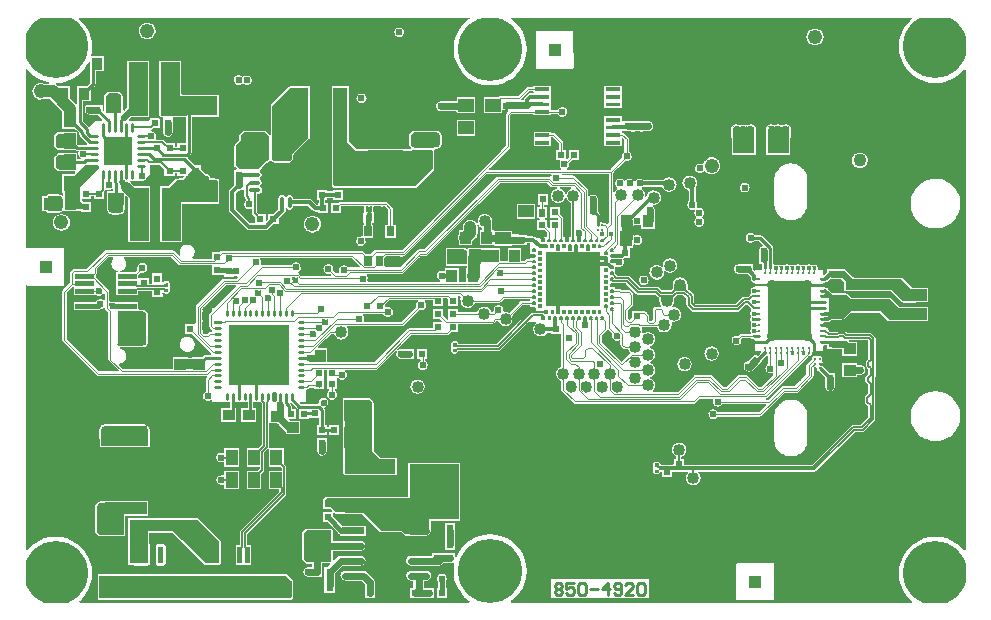
<source format=gtl>
*
%FSLAX26Y26*%
%MOIN*%
%ADD10R,0.016248X0.016248*%
%ADD11R,0.075303X0.075303*%
%ADD12R,0.035933X0.035933*%
%ADD13R,0.039870X0.039870*%
%ADD14C,0.012311*%
%ADD15R,0.024122X0.024122*%
%ADD16R,0.095382X0.095382*%
%ADD17C,0.024122*%
%ADD18R,0.047744X0.047744*%
%ADD19R,0.063492X0.063492*%
%ADD20R,0.163886X0.163886*%
%ADD21R,0.045776X0.045776*%
%ADD22C,0.010343*%
%ADD23R,0.043807X0.043807*%
%ADD24R,0.094988X0.094988*%
%ADD25C,0.014280*%
%ADD26R,0.077272X0.077272*%
%ADD27R,0.012311X0.012311*%
%ADD28C,0.016248*%
%ADD29C,0.047744*%
%ADD30C,0.016875*%
%ADD31C,0.006406*%
%ADD32C,0.008374*%
%ADD33C,0.039870*%
%ADD34C,0.010630*%
%ADD35R,0.181602X0.181602*%
%ADD36R,0.006300X0.006300*%
%ADD37C,0.006000*%
%ADD38R,0.201287X0.201287*%
%ADD39R,0.010343X0.010343*%
%ADD40C,0.004437*%
%ADD41C,0.020185*%
%ADD42R,0.037902X0.037902*%
%ADD43R,0.146004X0.146004*%
%ADD44C,0.031996*%
%ADD45C,0.213098*%
%ADD46C,0.028059*%
%ADD47C,0.079240*%
%ADD48C,0.134358*%
%ADD49R,0.006875X0.006875*%
%ADD50C,0.035675*%
%ADD51C,0.043550*%
%ADD52C,0.005500*%
%ADD53C,0.005224*%
%ADD54C,0.035933*%
%ADD55C,0.015748*%
%ADD56C,0.049465*%
%ADD57C,0.151827*%
%ADD58C,0.096748*%
%ADD59C,0.001100*%
%ADD60C,0.001050*%
%ADD61C,0.001150*%
%ADD62C,0.001200*%
%ADD63C,0.001500*%
%ADD64C,0.001400*%
%ADD65C,0.001600*%
%ADD66C,0.001250*%
%ADD67C,0.002050*%
%ADD68C,0.002100*%
%ADD69C,0.002400*%
%ADD70C,0.002350*%
%ADD71C,0.001225*%
%ADD72C,0.001025*%
%ADD73C,0.001350*%
%ADD74C,0.002500*%
%ADD75C,0.001300*%
%ADD76C,0.002000*%
%ADD77C,0.002025*%
%ADD78C,0.001700*%
%ADD79C,0.002200*%
%ADD80C,0.000100*%
%ADD81C,0.000200*%
%ADD82C,0.000400*%
%ADD83C,0.000800*%
%ADD84R,0.000100X0.000100*%
%ADD85C,0.005000*%
%IPPOS*%
%LNtl*%
%LPD*%
G75*
G36*
X00007755Y00185831D02*
G02X00007905Y00186609I00002094J-00000000D01*
G01X00007903Y00328809D01*
X00238967D01*
X00238970Y00245952D01*
X00239736Y00242282D01*
G03X00240003Y00241438I00000726J-00000235D01*
G03X00251299Y00230156I00015902J00004625D01*
G01X00251457Y00230028D01*
X00255779Y00229157D01*
X00285890D01*
X00286100Y00229502D01*
X00341364D01*
Y00298400D01*
X00354606D01*
X00354618Y00298391D01*
X00354753Y00298204D01*
X00355080Y00298018D01*
X00416563D01*
X00416589Y00298080D01*
X00773659D01*
X00725581Y00249996D01*
G03X00724256Y00248129I00003288J-00003737D01*
G03X00723390Y00245144I00004944J-00003053D01*
G01X00723373Y00202222D01*
G02X00721724Y00200107I-00001999J-00000142D01*
G01X00709427Y00200045D01*
X00709425Y00139582D01*
X00658817D01*
X00658814Y00212797D01*
X00657423Y00216156D01*
X00657380Y00216218D01*
X00584287Y00289309D01*
X00581136Y00290615D01*
X00421087D01*
Y00290584D01*
X00420091D01*
Y00290646D01*
X00353904D01*
Y00290615D01*
X00350606Y00289247D01*
X00350549Y00289185D01*
X00349060Y00285639D01*
X00349058Y00139582D01*
X00225534D01*
X00224474Y00143999D01*
X00217110Y00161789D01*
X00207162Y00178025D01*
X00194636Y00192705D01*
X00180042Y00205146D01*
X00163725Y00215161D01*
X00145981Y00222501D01*
X00127106Y00226980D01*
X00108062Y00228437D01*
X00088981Y00226918D01*
X00070554Y00222501D01*
X00052811Y00215161D01*
X00036330Y00205022D01*
X00021900Y00192705D01*
X00013906Y00183374D01*
G02X00011882Y00182877I-00001417J00001399D01*
G01X00009301Y00183810D01*
G02X00007755Y00185831I00000549J00002021D01*
G37*
G36*
X00007872Y01782782D02*
G02X00009407Y01784711I00002004J-00000019D01*
G01X00012339Y01785737D01*
G02X00015087Y01783777I-00000305J-00003334D01*
G01X00021970Y01775753D01*
X00036443Y01763374D01*
X00052942Y01753297D01*
X00070994Y01745895D01*
X00086009Y01742287D01*
G02X00087543Y01740483I-00000464J-00001949D01*
G02X00085798Y01737559I-00002000J-00000789D01*
G01X00073525D01*
X00073176Y01737684D01*
G03X00040120Y01734263I-00014073J-00025437D01*
G03X00073841Y01687733I00018969J-00021737D01*
G01X00087614D01*
X00088137Y01687547D01*
X00088761Y01687111D01*
X00129968Y01645932D01*
X00130479Y01645248D01*
X00130656Y01645185D01*
X00130686Y01587459D01*
X00130714Y01587397D01*
X00173456Y01587335D01*
X00173979Y01587148D01*
X00174604Y01586713D01*
X00177908Y01583478D01*
X00178212Y01583105D01*
X00186237Y01575081D01*
G02X00186739Y01573774I-00001501J-00001326D01*
G01X00186755Y01568798D01*
G03X00190017Y01561458I00010348J00000204D01*
G01X00212366Y01539126D01*
G02X00212302Y01536389I-00001501J-00001334D01*
G01X00211300Y01535332D01*
X00210397Y01534772D01*
X00210145Y01534710D01*
X00181724D01*
X00179947Y01536487D01*
Y01577585D01*
X00164040D01*
X00163888Y01577818D01*
X00119344D01*
X00115610Y01577071D01*
X00115522Y01576945D01*
G03X00104175Y01565642I00004557J-00015922D01*
G03X00103945Y01565003I00000656J-00000597D01*
G01X00103141Y01561085D01*
X00103145Y01533403D01*
X00104007Y01529111D01*
G03X00104172Y01528854I00000541J00000166D01*
G03X00115518Y01517544I00015906J00004610D01*
G01X00115644Y01517417D01*
X00119595Y01516608D01*
X00163875Y01516484D01*
X00164163Y01516904D01*
X00171630D01*
X00172176Y01516484D01*
G03X00180791Y01514558I00006410J00008443D01*
G01X00183572Y01514493D01*
G02X00184580Y01513996I-00000353J-00001987D01*
G02X00185441Y01511321I-00001188J-00001858D01*
G01X00184798Y01509766D01*
X00184738Y01509517D01*
G03X00188567Y01492162I00015982J-00005574D01*
G01X00189261Y01491415D01*
X00191326Y01489798D01*
G02X00192132Y01487745I-00001153J-00001637D01*
G01X00191799Y01486625D01*
G02X00191489Y01486049I-00001996J00000703D01*
G01X00179947D01*
Y01506718D01*
X00164048D01*
X00163851Y01507029D01*
X00119707D01*
X00115714Y01506220D01*
X00115563Y01506158D01*
X00115475Y01506066D01*
G03X00104170Y01494759I00004603J-00015908D01*
G03X00103930Y01494028I00000870J-00000690D01*
G01X00103136Y01490233D01*
X00103143Y01462490D01*
X00103997Y01458260D01*
G03X00104167Y01458007I00000499J00000151D01*
G03X00115469Y01446692I00015912J00004591D01*
G01X00115653Y01446566D01*
X00115850Y01446503D01*
X00119943Y01445695D01*
X00163635Y01445633D01*
X00163948Y01445819D01*
X00164124Y01446038D01*
X00174029D01*
X00174061Y01446006D01*
X00174207Y01445819D01*
G02X00173246Y01440283I-00002356J-00002442D01*
G01X00169825Y01436862D01*
G02X00168741Y01436302I-00001473J00001523D01*
G01X00167705Y01436240D01*
X00167320Y01435852D01*
X00131077D01*
Y01375171D01*
X00134687D01*
G02X00134674Y01374533I-00002327J-00000272D01*
G01X00134673Y01367379D01*
G02X00131498Y01364395I-00003611J00000661D01*
G03X00124667Y01368290I-00011397J-00012050D01*
G01X00124396Y01368561D01*
X00120481Y01369370D01*
X00082307D01*
X00079044Y01368001D01*
X00078932Y01367939D01*
X00077486Y01364580D01*
G02X00076633Y01363647I-00002642J00001560D01*
G01X00076311Y01363398D01*
X00076079Y01363018D01*
X00064148D01*
Y01314148D01*
X00075893D01*
X00076296Y01314007D01*
G02X00078056Y01311208I-00001638J-00002983D01*
G01X00078931Y01309218D01*
X00079028Y01309155D01*
X00081979Y01307974D01*
X00082331Y01307787D01*
X00110829D01*
Y01307818D01*
X00111613D01*
Y01307787D01*
X00120417D01*
X00124388Y01308596D01*
X00124697Y01308899D01*
G03X00133504Y01315106I-00004618J00015904D01*
G01X00133672Y01315127D01*
X00135014Y01315558D01*
Y01314148D01*
X00171307D01*
X00171640Y01313821D01*
X00189677Y01313759D01*
G02X00192100Y01313515I00000922J-00002997D01*
G01Y01311195D01*
X00225222D01*
Y01344317D01*
X00201664D01*
X00201417Y01344674D01*
X00200389Y01344737D01*
G02X00199303Y01345296I00000332J00001980D01*
G01X00195122Y01349464D01*
G02X00195147Y01352388I00001535J00001449D01*
G02X00196828Y01354067I00001998J-00000319D01*
G01X00225568Y01354129D01*
X00225613Y01354192D01*
X00225644Y01362900D01*
X00234986D01*
X00235017Y01354129D01*
X00268920D01*
X00268919Y01374906D01*
G02X00269879Y01377518I00002054J00000728D01*
G01X00272084Y01379758D01*
X00272337Y01380131D01*
G03X00273776Y01383614I-00005838J00004451D01*
G02X00277047Y01384859I00002031J-00000418D01*
G03X00295733Y01386040I00008446J00014781D01*
G02X00297859Y01386040I00001063J-00001902D01*
G01X00298884Y01385574D01*
Y01379266D01*
X00278215D01*
Y01329396D01*
X00278335D01*
Y01320918D01*
G03X00297644Y01302002I00016941J-00002021D01*
G01X00320466D01*
G03X00339776Y01320913I00002369J00016896D01*
G01X00339778Y01329396D01*
X00339896D01*
Y01364354D01*
G02X00342958Y01365535I00002018J-00000672D01*
G01X00351049Y01357435D01*
Y01275596D01*
X00156752D01*
G03X00099153Y01275596I-00028800J00000000D01*
G01X00007873D01*
X00007872Y01782782D01*
G37*
G36*
X00007873Y01192978D02*
G02X00007874Y01193019I00002086J-00000030D01*
G01X00007873Y01275596D01*
X00099153D01*
G03X00156752Y01275596I00028800J00000000D01*
G01X00351049D01*
Y01209317D01*
X00424541D01*
Y01396982D01*
X00371015D01*
X00370853Y01397031D01*
X00359336Y01408549D01*
G03X00357469Y01410205I-00014842J-00014853D01*
G02X00357265Y01411731I00001729J00001008D01*
G01X00357639Y01412975D01*
G02X00359231Y01414344I00001918J-00000621D01*
G01X00394696Y01414406D01*
G03X00400675Y01414406I00002990J00016431D01*
G03X00407489Y01417267I-00001691J00013573D01*
G03X00414186Y01427096I-00009055J00013366D01*
G01X00414291Y01427282D01*
X00414426Y01427469D01*
X00418839Y01431948D01*
X00419066Y01432134D01*
X00422971Y01436053D01*
X00422976Y01466222D01*
G02X00424674Y01468213I00002019J-00000002D01*
G01X00456781D01*
X00457713Y01467777D01*
X00470587Y01454963D01*
X00471029Y01454341D01*
X00471206Y01454279D01*
X00471238Y01431885D01*
X00505140D01*
X00505171Y01440656D01*
X00514514D01*
X00514545Y01431948D01*
X00514571Y01431885D01*
X00533981Y01431823D01*
G02X00535839Y01429211I-00000246J-00002142D01*
G02X00535235Y01427966I-00002150J00000274D01*
G01X00530134Y01422866D01*
X00529717Y01422555D01*
X00529469Y01422430D01*
X00529300Y01422368D01*
X00529047Y01422306D01*
X00509702Y01422119D01*
X00484590Y01396982D01*
X00457349D01*
Y01209317D01*
X00530840D01*
Y01337515D01*
X00531296Y01337645D01*
X00536089Y01337648D01*
Y01337270D01*
X00652888D01*
Y01337707D01*
X00654489D01*
X00654473Y01377954D01*
X00685811D01*
X00685860Y01315936D01*
G03X00688282Y01310026I00011964J00001452D01*
G01X00743972Y01254291D01*
G03X00750321Y01250123I00009074J00006903D01*
G01X00752031Y01249812D01*
X00811536D01*
G03X00817497Y01252300I-00001496J00011970D01*
G01X00834068Y01268785D01*
G02X00835218Y01269407I00001706J-00001781D01*
G01X00851597Y01269469D01*
Y01269687D01*
X00935767D01*
G03X00993367Y01269687I00028800J00000000D01*
G01X01136842D01*
Y01269344D01*
G02X01135192Y01267354I-00002002J-00000019D01*
G01X01132962Y01267292D01*
X01132934Y01267229D01*
X01132903Y01231275D01*
X01132743Y01231213D01*
G02X01132040Y01230342I-00002024J00000915D01*
G02X01130155Y01229658I-00001509J00001218D01*
G03X01109156Y01210623I-00004211J-00016454D01*
G03X01141021Y01221074I00016804J00002567D01*
G02X01140260Y01222753I00002436J00002116D01*
G02X01142190Y01225428I00002223J00000430D01*
G01X01166821Y01225490D01*
X01166837Y01225552D01*
X01166838Y01267229D01*
X01166816Y01267292D01*
X01162931Y01267416D01*
Y01274321D01*
X01168526Y01274383D01*
X01168527Y01308222D01*
G02X01166707Y01311208I-00000005J00002044D01*
G01X01167138Y01312079D01*
G03X01167599Y01324582I-00013515J00006758D01*
G01X01167080Y01325888D01*
G02X01168447Y01329434I00001673J00001391D01*
G01X01205220D01*
G02X01206366Y01328812I-00000397J-00002099D01*
G01X01216941Y01318237D01*
G02X01217562Y01316309I-00001559J-00001566D01*
G01X01217549Y01267416D01*
X01207738Y01267292D01*
Y01225490D01*
X01302684D01*
X01262686Y01185492D01*
G02X01261400Y01184684I-00001652J00001202D01*
G01X01174755Y01184559D01*
X01174394Y01184497D01*
X01172208Y01183813D01*
X01171316Y01183253D01*
X01170977Y01182942D01*
X01170642Y01182693D01*
X01157440Y01169506D01*
G02X01156341Y01168946I-00001419J00001427D01*
G01X01144840D01*
X01144588Y01169008D01*
X01144418Y01169070D01*
X01144171Y01169195D01*
X01143741Y01169506D01*
X01135545Y01177655D01*
G03X01133490Y01179396I-00004513J-00003243D01*
G03X01130919Y01180329I-00003186J-00004769D01*
G01X00660420D01*
X00660050Y01180267D01*
G03X00657745Y01179334I00000646J-00004910D01*
G01X00657294Y01179085D01*
X00656127Y01178028D01*
G02X00654086Y01176473I-00003481J00002452D01*
G01X00630887Y01176411D01*
X00630686Y01176348D01*
X00630650Y01156692D01*
G02X00629007Y01154888I-00001995J00000167D01*
G01X00565744D01*
G02X00564178Y01156256I00000438J00002082D01*
G01X00563651Y01157998D01*
G02X00564095Y01159802I00001944J00000478D01*
G01X00565429Y01161170D01*
X00565572Y01161357D01*
X00566118Y01161917D01*
X00569542Y01167018D01*
X00569860Y01167764D01*
X00570340Y01168573D01*
X00572099Y01176348D01*
X00572107Y01177219D01*
X00572240Y01178152D01*
X00572053Y01180143D01*
X00570331Y01187732D01*
X00570247Y01187918D01*
X00569797Y01188665D01*
X00569506Y01189349D01*
X00567885Y01191775D01*
X00567779Y01191900D01*
X00565853Y01194699D01*
X00563576Y01196938D01*
X00558425Y01200422D01*
X00557677Y01200733D01*
X00556738Y01201292D01*
X00555828Y01201479D01*
G03X00539336Y01201728I-00008614J-00024251D01*
G01X00537615Y01201230D01*
X00537048Y01200857D01*
X00536060Y01200422D01*
X00530819Y01196876D01*
X00530250Y01196316D01*
X00529521Y01195818D01*
X00529188Y01195321D01*
X00528342Y01194325D01*
X00526609Y01191775D01*
X00524165Y01187732D01*
X00523624Y01185990D01*
X00522385Y01179832D01*
X00522372Y01178961D01*
X00522247Y01178152D01*
X00522368Y01177344D01*
X00522389Y01176348D01*
X00523587Y01170314D01*
X00523862Y01169630D01*
X00524168Y01168511D01*
G02X00523358Y01165214I-00001492J-00001381D01*
G01X00522018Y01164716D01*
G02X00519556Y01165027I-00000864J00003063D01*
G01X00504843Y01179583D01*
G03X00500711Y01182133I-00004998J-00003476D01*
G01X00500320Y01182258D01*
X00274593D01*
X00274301Y01182196D01*
G03X00269790Y01179396I00001079J-00006773D01*
G01X00212465Y01122168D01*
G02X00211178Y01121359I-00001656J00001207D01*
G01X00172148Y01121297D01*
G03X00166577Y01119555I-00000764J-00007335D01*
G01X00159128Y01112153D01*
G03X00158033Y01110598I00003305J-00003490D01*
G03X00157130Y01107239I00005297J-00003225D01*
G01X00157131Y01075577D01*
G02X00156506Y01074084I-00002115J00000008D01*
G01X00132523Y01050073D01*
G03X00130751Y01045363I00005369J-00004709D01*
G01X00007890D01*
Y01063260D01*
G02X00009411Y01064940I00001985J-00000269D01*
G01X00012232Y01065935D01*
G02X00014612Y01065375I-00000244J-00006372D01*
G01X00015521Y01065002D01*
X00134083D01*
X00136625Y01066059D01*
X00136668Y01066122D01*
X00137856Y01068921D01*
X00137860Y01186799D01*
X00137818Y01186985D01*
X00136656Y01189785D01*
X00136614Y01189847D01*
X00134137Y01190842D01*
X00133902Y01190966D01*
X00015701D01*
X00015332Y01190780D01*
X00014818Y01190593D01*
X00014307Y01190344D01*
G02X00010727Y01190469I-00001686J00003041D01*
G01X00009215Y01191029D01*
G02X00007873Y01192978I00000745J00001949D01*
G37*
G36*
X00007890Y01045363D02*
G01X00130751D01*
G03X00130752Y01045221I00007142J-00000022D01*
G01X00130781Y00883177D01*
G03X00131334Y00881000I00005228J00000169D01*
G01X00131601Y00880378D01*
X00132248Y00879383D01*
X00244259Y00767352D01*
G03X00248973Y00764615I00005895J00004725D01*
G01X00613278D01*
G02X00615231Y00761318I00000472J-00001947D01*
G01X00611667Y00757711D01*
G03X00609744Y00755222I00003630J-00004792D01*
G03X00609001Y00752237I00005619J-00002984D01*
G01Y00714540D01*
G02X00608022Y00711803I-00001942J-00000849D01*
G03X00624744Y00682194I00008129J-00014936D01*
G02X00626990Y00682878I00001701J-00001557D01*
G02X00629932Y00681012I-00001977J-00006369D01*
G02X00630173Y00680079I-00001763J-00000953D01*
G01X00630200Y00677529D01*
X00630226Y00677466D01*
X00688014Y00677342D01*
G02X00689694Y00675600I-00000323J-00001993D01*
G01X00689706Y00658556D01*
G02X00688062Y00656752I-00001995J00000167D01*
G01X00660215Y00656690D01*
X00660184Y00611032D01*
X00709895D01*
X00709864Y00656690D01*
X00709576Y00656752D01*
X00707927Y00656814D01*
Y00677404D01*
X00748766D01*
Y00656814D01*
X00727144Y00656690D01*
X00727113Y00611032D01*
X00776824D01*
X00776793Y00656690D01*
X00768631Y00656752D01*
G02X00766980Y00658743I00000352J00001972D01*
G01X00766982Y00673361D01*
G02X00767602Y00676782I00003670J00001102D01*
G02X00768678Y00677342I00001425J-00001425D01*
G01X00789719D01*
G02X00790968Y00676596I-00000340J-00001988D01*
G01X00791581Y00675787D01*
X00794869Y00672366D01*
X00794983Y00672179D01*
X00795224Y00671246D01*
X00795211Y00552808D01*
X00422563D01*
X00422557Y00586834D01*
X00421191Y00590131D01*
X00421150Y00590193D01*
X00415751Y00595605D01*
X00413638Y00598653D01*
X00413583Y00598715D01*
X00407904Y00602510D01*
X00406589Y00602634D01*
X00402151Y00603567D01*
X00275594D01*
X00273220Y00603101D01*
G03X00255741Y00591202I-00001566J-00016487D01*
G01X00255525Y00591002D01*
X00255414Y00590753D01*
X00254604Y00586710D01*
X00254602Y00552808D01*
X00007899D01*
X00007890Y01045363D01*
G37*
G36*
X00007899Y00552808D02*
X00254602D01*
G02X00255093Y00552513I-00000784J-00001862D01*
G01Y00526746D01*
X00422073D01*
Y00552481D01*
X00422503Y00552746D01*
X00422563Y00552808D01*
X00795211D01*
X00795209Y00535515D01*
G02X00794587Y00533587I-00002105J-00000385D01*
G01X00784758Y00523759D01*
G02X00783471Y00522950I-00001631J00001167D01*
G01X00744861Y00522888D01*
X00744860Y00461429D01*
X00744886Y00461367D01*
X00719707D01*
X00719706Y00522888D01*
X00670057D01*
X00670026Y00512624D01*
X00670039Y00512500D01*
X00670026Y00509949D01*
G02X00668532Y00507834I-00002043J-00000142D01*
G02X00666418Y00507648I-00001206J00001597D01*
G03X00642447Y00492143I-00006971J-00015505D01*
G01X00007900D01*
X00007899Y00552808D01*
G37*
G36*
X00007900Y00492143D02*
X00642447D01*
G03X00649012Y00478722I00017000J-00000000D01*
G03X00666200Y00476545I00010346J00012741D01*
G02X00668413Y00476483I00001059J-00001730D01*
G02X00670028Y00474430I-00000439J-00002007D01*
G01X00670026Y00472751D01*
X00670039Y00472626D01*
X00670057Y00461367D01*
X00744886D01*
X00786440Y00461305D01*
G02X00788120Y00459563I-00000323J-00001993D01*
G01X00788136Y00453467D01*
G02X00787491Y00451663I-00001993J-00000305D01*
G01X00784729Y00448926D01*
G02X00783442Y00448118I-00001631J00001169D01*
G01X00744861Y00448055D01*
X00744858Y00386659D01*
X00719708D01*
X00719706Y00448055D01*
X00670057D01*
X00670026Y00436672D01*
G02X00669699Y00433935I-00003796J-00000935D01*
G02X00668477Y00433002I-00001923J00001251D01*
G02X00666496Y00432753I-00001209J00001616D01*
G03X00642436Y00417285I-00007058J-00015468D01*
G01X00007901D01*
X00007900Y00492143D01*
G37*
G36*
X00007901Y00417285D02*
X00642436D01*
G03X00664617Y00401091I00017002J00000000D01*
G01X00665638Y00401402D01*
G02X00668699Y00401526I00001604J-00001752D01*
G02X00670028Y00399660I-00000674J-00001886D01*
G01X00670026Y00397794D01*
X00670039Y00397670D01*
X00670055Y00386659D01*
X00670143Y00386597D01*
X00719621D01*
X00719708Y00386659D01*
X00744858D01*
X00744946Y00386597D01*
X00794424D01*
X00794512Y00386659D01*
X00794541Y00437418D01*
X00794748Y00437481D01*
X00794895Y00437729D01*
X00795041Y00437916D01*
X00801045Y00443950D01*
G03X00802361Y00445816I-00003471J00003845D01*
G03X00803129Y00448429I-00004532J00002751D01*
G01X00803202Y00449113D01*
X00803203Y00508643D01*
X00803410Y00508705D01*
X00803556Y00508954D01*
X00803702Y00509140D01*
X00816396Y00521830D01*
G02X00819634Y00520275I00001236J-00001576D01*
G01X00819662Y00461429D01*
X00819719Y00461367D01*
X00858224Y00461305D01*
G02X00859300Y00460745I-00000350J-00001987D01*
G01X00862176Y00457884D01*
X00862762Y00457137D01*
X00862939Y00457075D01*
Y00449300D01*
X00862751Y00449237D01*
G02X00861290Y00448118I-00001812J00000852D01*
G01X00819669Y00448055D01*
X00819663Y00386659D01*
X00819991Y00386597D01*
X00852582Y00386535D01*
G02X00854262Y00384793I-00000323J-00001993D01*
G01X00854278Y00379879D01*
G02X00853811Y00378262I-00002133J-00000260D01*
G01X00852953Y00377329D01*
X00852647Y00377080D01*
X00773659Y00298080D01*
X00416589D01*
Y00347657D01*
X00354877D01*
X00354638Y00347270D01*
X00268872D01*
Y00345751D01*
X00268765Y00345729D01*
X00255641Y00345604D01*
X00251470Y00344796D01*
X00251304Y00344649D01*
G03X00239996Y00333341I00004601J-00015910D01*
G03X00239814Y00333039I00000382J-00000436D01*
G01X00238967Y00328809D01*
X00007903D01*
X00007901Y00417285D01*
G37*
G36*
X00186687Y00012177D02*
G02X00187436Y00013742I00002008J00000001D01*
G01X00188882Y00015048D01*
X00189328Y00015359D01*
X00194746Y00020025D01*
X00207083Y00034456D01*
X00217076Y00050754D01*
X00224460Y00068544D01*
X00228926Y00087144D01*
X00229830Y00098589D01*
X00248671D01*
X00248673Y00023446D01*
X00248683Y00023384D01*
X00250188Y00019838D01*
X00253603Y00018407D01*
X00892067D01*
X00895335Y00019776D01*
X00899440Y00023881D01*
X00899478Y00023944D01*
X00899959Y00025001D01*
X00900033Y00025250D01*
X00900937Y00027365D01*
X01138557D01*
X01138560Y00022451D01*
X01172463D01*
X01172496Y00077004D01*
X01301130D01*
X01301128Y00060955D01*
G02X01300506Y00058778I-00002558J-00000447D01*
G01X01299082Y00057348D01*
G02X01297663Y00056414I-00001721J00001070D01*
G01X01288199Y00056352D01*
X01288166Y00056290D01*
X01288167Y00022451D01*
X01378687D01*
X01378779Y00022388D01*
X01412560D01*
X01412652Y00022451D01*
X01412621Y00056290D01*
X01412217Y00056352D01*
X01410363Y00056414D01*
G02X01408713Y00058405I00000352J00001971D01*
G01X01408714Y00076382D01*
G02X01409027Y00078062I00002495J00000404D01*
G03X01412688Y00088606I-00013353J00010544D01*
G01X01437967D01*
X01440886Y00076444D01*
X01448242Y00058716D01*
X01458249Y00042356D01*
X01470896Y00027614D01*
X01473723Y00025250D01*
X01473958Y00025001D01*
X01485130Y00015484D01*
X01485637Y00015173D01*
X01485951Y00014924D01*
X01488130Y00013555D01*
X01488668Y00012809D01*
G02X01488777Y00011627I-00001850J-00000767D01*
G01X01488147Y00009388D01*
G02X01486564Y00007957I-00001931J00000544D01*
G01X01482855Y00007875D01*
X01482793Y00007895D01*
Y00007926D01*
X00191893D01*
Y00007895D01*
X00191799Y00007865D01*
X00189182Y00007957D01*
G02X00187635Y00009263I00000375J00002013D01*
G01X00186827Y00011440D01*
G02X00186687Y00012177I00001868J00000737D01*
G37*
G36*
X00186688Y01956314D02*
G02X00186688Y01956333I00002003J00000010D01*
G01X00186952Y01957391D01*
X00187716Y01959444D01*
G02X00189235Y01960625I00001848J-00000810D01*
G01X01486512D01*
G02X01488105Y01959257I-00000356J-00002025D01*
G01X01488802Y01956707D01*
G02X01487592Y01954592I-00001984J-00000268D01*
G01X01485217Y01953099D01*
X01470702Y01940720D01*
X01458227Y01926102D01*
X01456756Y01923676D01*
X01456658Y01923551D01*
X01448235Y01909804D01*
X01448093Y01909462D01*
X01270919D01*
G03X01237413Y01913381I-00016982J-00000000D01*
G01X00442186D01*
G03X00384586Y01913381I-00028800J00000000D01*
G01X00218899D01*
X00217135Y01917642D01*
X00207156Y01933940D01*
X00194625Y01948620D01*
X00187334Y01954840D01*
G02X00186688Y01956314I00001356J00001473D01*
G37*
G36*
X00198083Y01614810D02*
G02X00198084Y01614892I00002002J00000017D01*
G01X00198085Y01679833D01*
X00225584Y01679896D01*
X00225614Y01679958D01*
X00225643Y01716970D01*
X00225850Y01717032D01*
G02X00226571Y01717903I00001860J-00000806D01*
G01X00239031Y01730406D01*
G03X00240324Y01732272I-00003725J00003962D01*
G03X00241390Y01736502I-00006422J00003868D01*
G01Y01778241D01*
G02X00243088Y01780232I00002019J-00000002D01*
G01X00268891Y01780294D01*
X00268921Y01780356D01*
X00268920Y01829871D01*
X00268865Y01829933D01*
X00230281Y01829996D01*
G02X00228950Y01830866I00000342J00001977D01*
G01X00227677Y01832235D01*
G02X00226989Y01834972I00001123J00001737D01*
G01X00228929Y01843059D01*
X00230439Y01862218D01*
X00228937Y01881314D01*
X00224472Y01899914D01*
X00218899Y01913381D01*
X00384586D01*
G03X00441918Y01909462I00028800J00000000D01*
G01X01236954D01*
G03X01270919Y01909462I00016982J00000000D01*
G01X01448093D01*
X01440894Y01892076D01*
X01436426Y01873477D01*
X01434916Y01854380D01*
X01436420Y01835221D01*
X01440882Y01816622D01*
X01441376Y01815502D01*
X01441449Y01815253D01*
X01448223Y01798893D01*
X01458237Y01782533D01*
X01470812Y01767853D01*
X01485303Y01755474D01*
X01494299Y01749980D01*
X00763028D01*
G03X00755164Y01764307I-00016983J-00000000D01*
G03X00737625Y01764681I-00009077J-00014245D01*
G01X00735788Y01763499D01*
X00734329Y01762255D01*
G02X00730803Y01761695I-00002010J00001274D01*
G03X00701550Y01749990I-00012285J-00011705D01*
G01X00526828D01*
X00526825Y01814133D01*
X00526800Y01814196D01*
X00453515D01*
X00453490Y01814133D01*
X00453485Y01625093D01*
X00453163Y01624160D01*
G02X00451841Y01623289I-00001673J00001100D01*
G01X00421994D01*
X00421989Y01616322D01*
G02X00420345Y01614518I-00001996J00000168D01*
G01X00417584Y01614429D01*
X00417496Y01614456D01*
Y01614487D01*
X00359232D01*
Y01614456D01*
X00359172Y01614438D01*
X00355287Y01614518D01*
G02X00353252Y01617007I00001161J00003025D01*
G02X00353900Y01619246I00001890J00000666D01*
G01X00356003Y01621423D01*
X00356383Y01621734D01*
X00360736Y01626088D01*
X00361360Y01626524D01*
X00361883Y01626711D01*
X00417746Y01626773D01*
Y01626804D01*
X00418242D01*
Y01626742D01*
X00419690D01*
Y01626773D01*
X00419751Y01626804D01*
X00420457Y01626711D01*
X00420526D01*
Y01814133D01*
X00420501Y01814196D01*
X00347216D01*
X00347191Y01814133D01*
X00347192Y01661359D01*
G02X00346479Y01659866I-00002004J00000041D01*
G01X00338578Y01651903D01*
X00338272Y01651655D01*
X00335427Y01648793D01*
G02X00331900Y01650348I-00001457J00001473D01*
G01X00331899Y01694949D01*
X00331052Y01699179D01*
X00330968Y01699366D01*
X00330927Y01699428D01*
X00329975Y01700361D01*
X00326190Y01705959D01*
X00326116Y01706022D01*
X00320577Y01709754D01*
X00320287Y01710003D01*
X00319423Y01710936D01*
X00315376Y01711744D01*
X00286784D01*
X00283004Y01710998D01*
X00281323Y01709318D01*
X00280898Y01709007D01*
X00277197Y01706830D01*
G03X00275304Y01704591I00002517J-00004048D01*
G01X00272276Y01700237D01*
X00271435Y01699428D01*
X00271394Y01699366D01*
X00271310Y01699179D01*
X00270464Y01694949D01*
X00270463Y01649664D01*
G02X00269369Y01647922I-00002002J00000043D01*
G01X00267962Y01647238D01*
G02X00265012Y01649042I-00000918J00001813D01*
G01X00265014Y01668512D01*
X00218622Y01668450D01*
G03X00210431Y01665215I00001185J-00014989D01*
G03X00205525Y01659555I00008688J-00012487D01*
G03X00219686Y01634611I00014937J-00008012D01*
G01X00248290Y01634548D01*
G02X00249222Y01634113I-00000519J-00002327D01*
G01X00264505Y01618873D01*
G02X00264893Y01616882I-00001501J-00001326D01*
G01X00264340Y01615514D01*
G02X00262910Y01614456I-00001782J00000913D01*
G01X00239038Y01614332D01*
X00238889Y01614270D01*
X00238805Y01614207D01*
X00219542Y01594986D01*
G02X00217129Y01594986I-00001206J00001597D01*
G01X00198800Y01613274D01*
G02X00198083Y01614810I00001284J00001535D01*
G37*
G36*
X00225534Y00139582D02*
G01X00349058D01*
X00349072Y00139520D01*
X00350580Y00135974D01*
X00353697Y00134668D01*
X00354164Y00134544D01*
X00364603Y00134419D01*
G02X00365799Y00133735I-00000344J-00001989D01*
G02X00368185Y00133237I00000620J-00002993D01*
G03X00373672Y00130811I00006539J00007372D01*
G01X00389791D01*
X00392932Y00131433D01*
X00393397Y00131620D01*
G02X00395673Y00131869I00001341J-00001727D01*
G03X00400821Y00130780I00004509J00008601D01*
G01X00412214Y00130811D01*
Y00130842D01*
X00412709D01*
G03X00421870Y00133673I00001685J00010784D01*
G01X00423654Y00136348D01*
X00424270Y00139511D01*
X00441806D01*
G03X00442155Y00137405I00006531J00000000D01*
G01X00443156Y00135041D01*
X00444040Y00133859D01*
G03X00448959Y00130998I00005968J00004602D01*
G01X00449705Y00130874D01*
X00467622D01*
G03X00472557Y00133113I-00001056J00008886D01*
G01X00473003Y00133611D01*
G03X00474719Y00136161I-00003679J00004328D01*
G01X00474959Y00136659D01*
X00475074Y00137094D01*
G03X00475518Y00139528I-00006444J00002433D01*
G01X00599122D01*
X00601121Y00137529D01*
G03X00606130Y00134544I00006739J00005613D01*
G01X00653713D01*
X00654178Y00134668D01*
X00657294Y00135974D01*
X00658817Y00139582D01*
X00709425D01*
Y00134668D01*
X00709497Y00134606D01*
X00760976D01*
X00761047Y00134668D01*
X00761045Y00200045D01*
X00747100Y00200170D01*
Y00237928D01*
X00747278Y00237990D01*
X00747375Y00238177D01*
X00747416Y00238239D01*
X00929916D01*
X00929917Y00155444D01*
X00930703Y00151650D01*
G03X00930945Y00150897I00001198J-00000030D01*
G03X00942246Y00139604I00015904J00004615D01*
G01X00942326Y00139520D01*
X00942405Y00139458D01*
X00946162Y00138711D01*
X00959889Y00138525D01*
G02X00961119Y00137654I-00000520J-00002039D01*
G01X00961388Y00137405D01*
X00961785Y00137159D01*
Y00127668D01*
G02X00960893Y00127266I-00001244J00001569D01*
G01X00950000Y00127203D01*
G03X00948495Y00093426I00000829J-00016959D01*
G01X00995329Y00093364D01*
X00995297Y00127328D01*
X00994907Y00127572D01*
Y00138951D01*
X01021446D01*
X01021721Y00138525D01*
X01022449Y00136783D01*
G02X01022078Y00134668I-00001850J-00000765D01*
G01X01015604Y00128199D01*
G02X01014184Y00127266I-00001720J00001071D01*
G01X01004703Y00127203D01*
X01004671Y00040179D01*
X01038636D01*
Y00098260D01*
X01056657D01*
G03X01063646Y00084531I00016978J-00000000D01*
G03X01075574Y00081296I00010321J00014448D01*
G01X01126506Y00081234D01*
G02X01127654Y00080612I-00000403J-00002115D01*
G01X01137602Y00070659D01*
G02X01138323Y00069788I-00001140J-00001677D01*
G01X01138529Y00069726D01*
X01138557Y00027365D01*
X00900937D01*
X00900934Y00078933D01*
X00899547Y00082292D01*
X00899502Y00082354D01*
X00882836Y00099025D01*
X00882530Y00099274D01*
X00879602Y00102259D01*
X00876348Y00103628D01*
X00253574D01*
X00250293Y00102259D01*
X00250192Y00102197D01*
X00248678Y00098651D01*
X00248671Y00098589D01*
X00229830D01*
X00230438Y00106303D01*
X00228938Y00125400D01*
X00225534Y00139582D01*
G37*
G36*
X00420468Y00237848D02*
G02X00421249Y00240167I00003832J00000000D01*
G02X00422167Y00240665I00001381J-00001450D01*
G01X00497532D01*
X00497742Y00240603D01*
X00498450Y00240167D01*
X00599122Y00139528D01*
X00475518D01*
G03X00475513Y00139769I-00006888J-00000023D01*
G01X00475514Y00194882D01*
G03X00472931Y00200792I-00009537J-00000649D01*
G03X00466251Y00203840I-00006644J-00005717D01*
G01X00450531Y00203777D01*
X00447356Y00203155D01*
X00444560Y00201289D01*
X00444397Y00201103D01*
X00442489Y00198303D01*
X00441807Y00194820D01*
X00441809Y00139707D01*
G03X00441806Y00139511I00006528J-00000196D01*
G01X00424270D01*
X00424332Y00139831D01*
X00424335Y00194820D01*
X00423653Y00198303D01*
X00422616Y00199859D01*
G02X00421478Y00202471I00002113J00002475D01*
G01X00421440Y00202533D01*
G02X00420630Y00204524I00001197J00001647D01*
G01X00420629Y00236746D01*
G02X00420468Y00237848I00003670J00001099D01*
G37*
G36*
X00441918Y01909462D02*
G03X00442186Y01913381I-00028532J00003920D01*
G01X01237413D01*
G03X01236954Y01909462I00016524J-00003921D01*
G01X00441918D01*
G37*
G36*
X00526828Y01749990D02*
X00701550D01*
G03X00708387Y01736377I00016969J-00000001D01*
G01X00709022Y01735880D01*
X00709592Y01735569D01*
X00709939Y01735320D01*
X00710561Y01735009D01*
G03X00714062Y01733578I00006055J00009815D01*
G03X00726059Y01734760I00004435J00016463D01*
G01X00726554Y01735071D01*
X00727068Y01735320D01*
X00727232Y01735444D01*
X00727985Y01735880D01*
X00728198Y01736066D01*
X00728930Y01736564D01*
X00730031Y01737497D01*
G02X00733710Y01738306I00002086J-00000716D01*
G03X00763028Y01749980I00012335J00011674D01*
G01X01494299D01*
X01501803Y01745397D01*
X01519684Y01738057D01*
X01537801Y01733703D01*
X01557177Y01732184D01*
X01576628Y01733765D01*
X01595099Y01738244D01*
X01612724Y01745584D01*
X01628871Y01755474D01*
X01643551Y01768040D01*
X01655937Y01782533D01*
X01661347Y01791366D01*
X01708600D01*
X01709810Y01788505D01*
X01712362Y01787448D01*
X01830945D01*
X01833488Y01788505D01*
X01833537Y01788567D01*
X01834630Y01791180D01*
X01834709Y01791491D01*
X02941844D01*
X02942569Y01790309D01*
X02955041Y01775753D01*
X02969514Y01763374D01*
X02986013Y01753297D01*
X03004069Y01745895D01*
X03022360Y01741540D01*
X03041666Y01740084D01*
X03060991Y01741665D01*
X03079414Y01746144D01*
X03097018Y01753484D01*
X03113163Y01763374D01*
X03127760Y01775877D01*
X03135571Y01784959D01*
G02X03136671Y01785644I00001618J-00001372D01*
G02X03138515Y01785333I00000724J-00001328D01*
G01X03139173Y01785146D01*
X03139710Y01784897D01*
G02X03141732Y01781911I00000035J-00002154D01*
G01Y01658248D01*
X01995328D01*
Y01731401D01*
X01995304Y01731525D01*
X01937767D01*
X01937743Y01731401D01*
X01937742Y01679211D01*
X01759074D01*
X01759108Y01731401D01*
X01759083Y01731525D01*
X01701547D01*
X01701522Y01731401D01*
G02X01701055Y01728353I-00003840J-00000971D01*
G02X01699873Y01727669I-00001534J00001288D01*
G01X01683254Y01727607D01*
G03X01679014Y01726300I-00000401J-00006229D01*
G01X01649441Y01696940D01*
G02X01648154Y01696131I-00001654J00001204D01*
G01X01588320Y01696069D01*
G03X01584065Y01694078I00000398J-00006393D01*
G01X01583210Y01693705D01*
X01536217Y01693643D01*
X01536198Y01693581D01*
X01536170Y01640147D01*
X01507137D01*
X01507109Y01693643D01*
X01445647D01*
X01445633Y01688977D01*
X01144959D01*
G03X01110947Y01688977I-00017006J00000000D01*
G01X01085459D01*
Y01729159D01*
X01028715D01*
Y01622057D01*
X01028289Y01621610D01*
X01028249Y01621485D01*
X01028240Y01621423D01*
X00956033D01*
X00956038Y01680518D01*
X00956021Y01680580D01*
X00955985Y01680642D01*
X00955701Y01680953D01*
X00955537Y01681073D01*
Y01729159D01*
X00907499D01*
X00907123Y01729535D01*
X00889258D01*
X00886186Y01728229D01*
X00886092Y01728166D01*
X00826837Y01668885D01*
X00825474Y01665588D01*
X00825456Y01665526D01*
Y01569109D01*
G02X00821755Y01567554I-00002068J-00000260D01*
G01X00809868Y01579394D01*
Y01581522D01*
X00806690D01*
X00805530Y01581923D01*
X00737653D01*
X00733960Y01581177D01*
X00733827Y01581114D01*
X00733580Y01580867D01*
G03X00722278Y01569556I00004609J-00015907D01*
G01X00722070Y01569358D01*
X00721954Y01569109D01*
X00721133Y01565003D01*
Y01553060D01*
G02X00720500Y01550759I-00002058J-00000671D01*
G01X00704842Y01535083D01*
X00704800Y01535021D01*
X00703438Y01531724D01*
X00703422Y01531662D01*
Y01466409D01*
X00703911Y01465207D01*
Y01461785D01*
X00706002D01*
X00711935Y01455834D01*
G02X00712434Y01454341I-00001536J-00001343D01*
G02X00710785Y01452040I-00001991J-00000315D01*
G01X00705709Y01451964D01*
X00705665Y01452009D01*
X00703580D01*
Y01451977D01*
X00703520Y01451915D01*
X00703488Y01400845D01*
G02X00702724Y01398917I-00001998J-00000324D01*
G01X00688914Y01385107D01*
X00687880Y01383801D01*
X00687601Y01383303D01*
G03X00685811Y01377954I00008944J-00005967D01*
G01X00654473D01*
X00654456Y01422119D01*
X00628670Y01422244D01*
Y01422275D01*
X00627656D01*
Y01422244D01*
X00627510Y01422213D01*
X00625297Y01422300D01*
G03X00607951Y01438318I-00017029J-00001040D01*
G01X00594173Y01452102D01*
X00593868Y01452351D01*
X00591864Y01454393D01*
Y01465880D01*
X00572127D01*
X00548247Y01489760D01*
X00548607Y01491291D01*
G02X00550094Y01492784I00001951J-00000456D01*
G01X00550854Y01493157D01*
G03X00553337Y01495085I-00003676J00007297D01*
G01X00560127Y01501928D01*
X00560575Y01502550D01*
X00560962Y01503234D01*
G03X00562258Y01508148I-00007007J00004476D01*
G01X00562256Y01626648D01*
G02X00563954Y01628639I00002019J-00000002D01*
G01X00652653Y01628701D01*
X00652779Y01628763D01*
X00652777Y01701978D01*
X00528474Y01702040D01*
G02X00526830Y01703844I00000353J00001972D01*
G01X00526828Y01749990D01*
G37*
G36*
X00747416Y00238239D02*
X00747499Y00238363D01*
X00854225Y00345107D01*
X00998681D01*
X00998690Y00345044D01*
X00998737Y00344920D01*
X00999187Y00344473D01*
Y00320053D01*
X01023631D01*
X01024117Y00319540D01*
X01024922Y00319478D01*
G02X01025854Y00319043I-00000519J-00002327D01*
G01X01031298Y00313631D01*
G02X01030150Y00310334I-00001500J-00001326D01*
G01X00998766Y00310272D01*
X00998797Y00276370D01*
X01013770Y00276308D01*
G02X01014702Y00275873I-00000519J-00002327D01*
G01X01052194Y00238425D01*
X01054052Y00237057D01*
X01054344Y00236933D01*
X01055074Y00236497D01*
G02X01056640Y00233822I-00000419J-00002041D01*
G01X01056669Y00231272D01*
X01141756D01*
X01141753Y00265174D01*
X01062746Y00265236D01*
G02X01061677Y00265796I00000351J00001971D01*
G01X01033352Y00294161D01*
X01033058Y00294534D01*
X01032949Y00294721D01*
X01032865Y00294907D01*
X01032731Y00295778D01*
X01032728Y00307411D01*
G02X01036111Y00308841I00002005J-00000026D01*
G01X01039803Y00305171D01*
X01042950Y00303865D01*
X01129248Y00303740D01*
G02X01130767Y00302745I-00000665J-00002673D01*
G01X01189302Y00244211D01*
X01189402Y00244148D01*
X01192554Y00242842D01*
X01261136Y00242718D01*
X01261659Y00242531D01*
X01262283Y00242096D01*
X01271987Y00232392D01*
X01272098Y00232329D01*
X01275250Y00231023D01*
X01337041D01*
X01337220Y00231085D01*
X01340205Y00231148D01*
X01340682Y00231583D01*
X01340751Y00231667D01*
X01343701D01*
G03X01360033Y00250970I-00000000J00016561D01*
G01X01360152Y00251053D01*
X01360185Y00251177D01*
X01359601Y00254101D01*
X01359589Y00274753D01*
X01406246D01*
Y00183872D01*
X01456954D01*
X01448225Y00169627D01*
X01445002Y00161914D01*
G02X01442831Y00160847I-00001794J00000908D01*
G01X01441607Y00161105D01*
G02X01440222Y00162785I00000604J00001909D01*
G01X01440211Y00174417D01*
X01362939D01*
X01362934Y00167077D01*
G02X01361290Y00165273I-00001995J00000167D01*
G01X01292299Y00165211D01*
G03X01282531Y00161914I00000220J-00016769D01*
G03X01275553Y00148224I00009999J-00013720D01*
G01X01141783D01*
G03X01126338Y00165148I-00016995J-00000001D01*
G01X01058205D01*
G03X01048664Y00161167I00001627J-00017324D01*
G01X01036672Y00149286D01*
G02X01032912Y00149473I-00001755J00002601D01*
G02X01032309Y00149810I00000665J00001898D01*
G01Y00180748D01*
G02X01033265Y00181197I00001305J-00001536D01*
G01X01125588Y00181259D01*
G03X01135238Y00211615I-00000788J00016962D01*
G03X01126652Y00215099I-00011679J-00016460D01*
G01X01033216Y00215223D01*
G02X01032309Y00215636I00000351J00001973D01*
G01Y00254750D01*
X00977084D01*
X00976880Y00254972D01*
X00946056D01*
X00942371Y00254225D01*
X00942241Y00254096D01*
G03X00930940Y00242787I00004609J-00015907D01*
G01X00930865Y00242718D01*
X00930761Y00242469D01*
X00929916Y00238239D01*
X00747416D01*
G37*
G36*
X00779776Y01368872D02*
G02X00781315Y01370800I00002003J-00000021D01*
G01X00784006Y01370875D01*
G03X00787358Y01371236I00000725J00009011D01*
G03X00792703Y01374097I-00001999J00010158D01*
G01X00793855Y01375341D01*
X00794934Y01376959D01*
G03X00796374Y01384423I-00009059J00005619D01*
G03X00795107Y01388466I-00008021J-00000294D01*
G01X00794843Y01389026D01*
X00794479Y01389524D01*
G03X00792974Y01391390I-00004923J-00002431D01*
G01X00792558Y01391825D01*
X00791409Y01392759D01*
X00789342Y01393940D01*
G02X00789147Y01397300I00000983J00001743D01*
G03X00791408Y01418325I-00004702J00011140D01*
G01X00789341Y01419507D01*
G02X00789147Y01422866I00000983J00001742D01*
G03X00789411Y01445011I-00004699J00011130D01*
G02X00788189Y01446690I00000774J00001847D01*
G01X00788184Y01447810D01*
G02X00788319Y01448668I00002007J00000124D01*
G03X00795545Y01456132I-00003871J00010977D01*
G01X00795621Y01456207D01*
X00795851Y01456518D01*
G02X00796878Y01458758I00003838J-00000404D01*
G01X00797133Y01459069D01*
X00812404Y01474309D01*
G02X00814022Y01475366I00002393J-00001896D01*
G01X00814840Y01475429D01*
X00815516Y01476106D01*
G03X00822584Y01482343I-00003508J00011099D01*
G02X00823735Y01482231I00000348J-00002397D01*
G02X00826295Y01482022I00000464J-00010100D01*
G01X00827049Y01481525D01*
G03X00829664Y01478477I00010699J00006533D01*
G03X00834980Y01475677I00007455J00007708D01*
G01X00836131Y01475180D01*
X00890247D01*
X00891314Y01475615D01*
G03X00900270Y01484386I-00002238J00011243D01*
G01X00900910Y01486066D01*
X00900921Y01500062D01*
G02X00901421Y01502239I00001965J00000695D01*
G01X00953459Y01554305D01*
X00955537D01*
Y01557657D01*
X00956029Y01558845D01*
X00956033Y01621423D01*
X01028240D01*
X01028252Y01399352D01*
X01029675Y01395993D01*
X01033886Y01391825D01*
X01036997Y01390519D01*
Y01390488D01*
X01307492D01*
Y01390519D01*
X01310624Y01391825D01*
X01310712Y01391888D01*
X01365184Y01446379D01*
G02X01366747Y01447685I00003423J-00002508D01*
G03X01367835Y01448006I-00000880J00004987D01*
G01X01370892D01*
Y01451081D01*
G03X01371379Y01452600I-00004849J00002392D01*
G01X01371344Y01515986D01*
G02X01372554Y01519407I00001641J00001344D01*
G01X01372685Y01519470D01*
G02X01373824Y01520216I00001601J-00001201D01*
G01X01380809Y01520776D01*
X01382154Y01521087D01*
X01384000Y01522953D01*
X01389219Y01526374D01*
X01392978Y01531973D01*
X01393911Y01532844D01*
X01393953Y01532906D01*
X01394048Y01533155D01*
X01394891Y01537322D01*
X01608981D01*
X01608980Y01532844D01*
G02X01608073Y01530853I-00002138J-00000228D01*
G01X01597342Y01520092D01*
X01597037Y01519843D01*
X01592863Y01515613D01*
X01592558Y01515364D01*
X01462177Y01384983D01*
X01066194D01*
X01066169Y01385045D01*
X01032230D01*
Y01379198D01*
X01013045D01*
Y01385045D01*
X00979081D01*
X00979112Y01351144D01*
X00979275Y01351113D01*
X00980576D01*
X00980815Y01351155D01*
X00983449Y01351081D01*
G02X00984988Y01349153I-00000464J-00001949D01*
G01X00984986Y01343928D01*
G02X00984768Y01340880I-00004371J-00001219D01*
G02X00983049Y01339760I-00001926J00001078D01*
G01X00983013Y01335779D01*
G02X00981053Y01333944I-00001995J00000167D01*
G01X00979473Y01333975D01*
X00979221Y01334037D01*
X00978374Y01334535D01*
X00962138Y01350708D01*
G03X00960608Y01351890I-00003994J-00003589D01*
G03X00956217Y01353507I-00006511J-00010911D01*
G01X00902599Y01353632D01*
G02X00900956Y01355436I00000351J00001970D01*
G03X00896807Y01364393I-00012130J-00000179D01*
G03X00891788Y01367006I-00007121J-00007551D01*
G03X00885393Y01366881I-00003010J-00009675D01*
G03X00879185Y01362589I00002200J-00009818D01*
G01X00878921Y01362278D01*
X00878184Y01361096D01*
G02X00877226Y01359603I-00003118J00000947D01*
G02X00874259Y01360163I-00001237J00001587D01*
G03X00851125Y01355498I-00011062J-00004839D01*
G01X00851127Y01321099D01*
G02X00850483Y01319295I-00001993J-00000305D01*
G01X00835748Y01304552D01*
G02X00834124Y01303433I-00001847J00000942D01*
G01X00817695Y01303370D01*
X00817663Y01286575D01*
X00817503Y01286513D01*
X00817083Y01285891D01*
X00811552Y01280417D01*
G02X00808326Y01281848I-00001223J00001594D01*
G01X00808289Y01303370D01*
X00786292Y01303433D01*
G02X00785288Y01303930I00000351J00001972D01*
G01X00780401Y01308844D01*
G02X00779776Y01310337I00001385J00001457D01*
G01Y01368872D01*
G37*
G36*
X00818574Y00524921D02*
G02X00818574Y00524940I00002002J00000010D01*
G01X00818902Y00527055D01*
X00818920Y00558282D01*
X00979081D01*
Y00513806D01*
G03X00985946Y00500183I00016959J00000005D01*
G03X00992379Y00497197I00009114J00011213D01*
G01X00993352Y00497011D01*
G03X01013047Y00513806I00002702J00016776D01*
G01X01065612D01*
X01065619Y00442644D01*
X01066993Y00439347D01*
X01067035Y00439285D01*
X01070053Y00436269D01*
Y00434226D01*
X01073341D01*
X01074487Y00433748D01*
X01211030D01*
X01211301Y00434226D01*
X01244907D01*
Y00462598D01*
X01283636D01*
Y00362766D01*
G02X01282724Y00362400I-00001210J00001695D01*
G02X01281477Y00361653I-00001586J00001233D01*
G01X01011397Y00361466D01*
X01008281Y00360160D01*
X01008177Y00360098D01*
X01001258Y00353175D01*
X00999187D01*
Y00349839D01*
X00998697Y00348652D01*
X00998681Y00348590D01*
Y00345107D01*
X00854225D01*
X00875993Y00366878D01*
X00876728Y00367811D01*
X00877139Y00368558D01*
G03X00878004Y00372041I-00005268J00003157D01*
G01X00877941Y00461118D01*
X00877826Y00461554D01*
G03X00876932Y00464042I-00005418J-00000542D01*
G01X00876597Y00464602D01*
X00870974Y00470387D01*
X00870669Y00470636D01*
X00870105Y00471258D01*
G02X00869349Y00472688I00001391J00001650D01*
G01X00869344Y00522888D01*
X00820225Y00522950D01*
G02X00818574Y00524921I00000351J00001971D01*
G37*
G36*
X00818920Y00558282D02*
G01X00818948Y00605060D01*
G02X00820487Y00606988I00002003J-00000020D01*
G02X00821635Y00607020I00000620J-00001625D01*
G01X00822700D01*
Y00607051D01*
X00822703Y00607052D01*
X00846423Y00606988D01*
X00846946Y00606802D01*
X00847572Y00606366D01*
X00874251Y00579805D01*
G02X00874752Y00578499I-00001501J-00001325D01*
G01X00874750Y00569728D01*
X00874780Y00569666D01*
Y00569635D01*
X00924433D01*
X00924432Y00615324D01*
X00924419Y00615386D01*
X00888515Y00615448D01*
G02X00887094Y00618372I00000349J00001977D01*
G01X00887895Y00619927D01*
G02X00889238Y00620798I00001678J-00001117D01*
G01X00908676Y00620860D01*
X00908715Y00654762D01*
X00908433Y00654793D01*
X00896584Y00654824D01*
G02X00894940Y00656628I00000352J00001971D01*
G01X00894936Y00663284D01*
G03X00892535Y00669566I-00009103J00000121D01*
G01X00890748Y00671370D01*
G02X00890398Y00673112I00001585J00001225D01*
G01X00891068Y00674916D01*
G02X00894271Y00675538I00001826J-00000844D01*
G01X00911619Y00658183D01*
X00911868Y00657872D01*
X00914989Y00654824D01*
X00917159Y00653269D01*
X00917557Y00652896D01*
X00918057Y00652833D01*
X00918088Y00620860D01*
X00951999D01*
G02X00953993Y00622820I00002030J-00000071D01*
G01X00955478D01*
X00955674Y00622788D01*
Y00622757D01*
X00955774D01*
Y00622788D01*
X00955776Y00622790D01*
X00985014Y00622726D01*
G02X00985947Y00622291I-00000358J-00001986D01*
G01X00986716Y00621420D01*
X00986946Y00620674D01*
X00986955Y00601701D01*
X00979112Y00601577D01*
X00979081Y00567675D01*
X01013045D01*
Y00575513D01*
X01018451D01*
Y00567675D01*
X01052415D01*
X01052384Y00601577D01*
X01018451D01*
Y00593801D01*
X01013045D01*
Y00601514D01*
X01006820Y00601639D01*
G02X01005176Y00603443I00000351J00001971D01*
G01X01005133Y00651714D01*
X01004903Y00653082D01*
X01004522Y00654264D01*
G02X01004194Y00657561I00001539J00001818D01*
G02X01005282Y00658494I00001761J-00000952D01*
G03X01015852Y00684993I-00003316J00016680D01*
G02X01018603Y00687730I00001711J00001031D01*
G03X01036330Y00685242I00010868J00013038D01*
G01X01065596D01*
X01065612Y00513806D01*
X01013047D01*
X01013045Y00558282D01*
X00818920D01*
G37*
G36*
X00851597Y01269687D02*
X00851626Y01285518D01*
G02X00852128Y01286824I00002003J-00000020D01*
G01X00872087Y01306854D01*
X00873341Y01308471D01*
X00873592Y01308907D01*
G03X00874971Y01312514I-00006983J00004737D01*
G03X00875250Y01314940I-00008027J00002152D01*
G01Y01321659D01*
G02X00878632Y01323089I00002007J-00000033D01*
G03X00881590Y01320041I00007343J00004167D01*
G03X00884128Y01318611I00004621J00005234D01*
G03X00893654Y01318673I00004700J00009773D01*
G03X00900962Y01329621I-00004120J00010663D01*
G02X00902650Y01331425I00002007J-00000186D01*
G01X00949630D01*
X00949999Y01331300D01*
X00950562Y01330989D01*
X00963959Y01317677D01*
G03X00971229Y01312203I00012413J00008921D01*
G03X00974229Y01311768I00002945J00009749D01*
G01X00981322Y01311706D01*
G02X00983020Y01309715I-00000318J-00001991D01*
G01X00983018Y01305859D01*
X01060289D01*
Y01325453D01*
G02X01060909Y01328874I00003670J00001102D01*
G02X01061986Y01329434I00001425J-00001425D01*
G01X01134706D01*
G02X01136343Y01326448I-00000274J-00002092D01*
G03X01136271Y01311519I00015082J-00007538D01*
G02X01134623Y01308222I-00001629J-00001246D01*
G01X01134624Y01274383D01*
G02X01136840Y01272268I00000207J-00002002D01*
G01X01136842Y01269687D01*
X00993367D01*
G03X00935767Y01269687I-00028800J00000000D01*
G01X00851597D01*
G37*
G36*
X01007072Y01347607D02*
G02X01007640Y01350459I00007452J-00000001D01*
G02X01008677Y01351081I00001501J-00001327D01*
G01X01013014Y01351144D01*
X01013045Y01356991D01*
X01032230D01*
X01032261Y01351144D01*
X01053420D01*
Y01351175D01*
X01053509D01*
Y01351144D01*
X01066135D01*
X01066166Y01351206D01*
X01066194Y01384983D01*
X01462177D01*
X01302684Y01225490D01*
X01241640D01*
Y01267292D01*
X01233478Y01267354D01*
G02X01231827Y01269344I00000352J00001972D01*
G01X01231828Y01320663D01*
G03X01231005Y01323836I-00006106J00000110D01*
G03X01229913Y01325453I-00004549J-00001895D01*
G01X01214569Y01340755D01*
G03X01209650Y01343679I-00006015J-00004520D01*
G01X01056089D01*
X01055431Y01343555D01*
X01055222Y01343492D01*
X01054940Y01343368D01*
G03X01051615Y01341191I00001283J-00005588D01*
G01X01050971Y01340569D01*
G02X01049738Y01339822I-00001585J00001225D01*
G01X01026355Y01339698D01*
X01026325Y01305859D01*
X01016982D01*
X01016952Y01339698D01*
X01011638Y01339760D01*
X01011550Y01339733D01*
X01008788Y01339822D01*
G02X01007145Y01341626I00000353J00001971D01*
G01X01007140Y01346603D01*
G02X01007072Y01347607I00007384J00001004D01*
G37*
G36*
X01036330Y00685242D02*
G03X01039376Y00686984I-00006858J00015526D01*
G03X01043395Y00691027I-00005935J00009918D01*
G01X01043778Y00691525D01*
X01044113Y00692147D01*
G03X01046341Y00702970I-00012062J00008124D01*
G03X01042229Y00711990I-00016719J-00002175D01*
G01X01040932Y00713359D01*
G02X01038955Y00717464I00001841J00003415D01*
G02X01040635Y00719206I00002003J-00000251D01*
G01X01044975Y00719279D01*
X01045192Y00719237D01*
X01046335D01*
X01046479Y00719268D01*
X01046486Y00728350D01*
X01290109D01*
G03X01339812Y00728350I00024852J00000000D01*
G01X01794059D01*
X01794068Y00717091D01*
G03X01794789Y00714603I00006359J00000494D01*
G03X01795794Y00713048I00004457J00001779D01*
G01X01815318Y00693515D01*
X01815628Y00693266D01*
X01826452Y00682381D01*
X01826760Y00682132D01*
X01833326Y00675538D01*
G03X01837816Y00672303I00007058J00005063D01*
G01X01838801Y00672117D01*
X02238295D01*
G03X02242884Y00674916I-00001144J00007037D01*
G01X02256422Y00688290D01*
G02X02257355Y00688725I00001450J-00001891D01*
G01X02299056D01*
G02X02300829Y00685988I-00000261J-00002112D01*
G03X02325793Y00664341I00015073J-00007835D01*
G03X02330507Y00669380I-00007650J00011881D01*
G02X02332289Y00670997I00002256J-00000696D01*
G01X02476601D01*
G02X02478018Y00667265I-00000206J-00002213D01*
G01X02454396Y00643627D01*
G02X02453297Y00643067I-00001419J00001427D01*
G01X02317305D01*
X02316956Y00643192D01*
X02316193Y00643814D01*
G03X02311029Y00622042I-00015023J-00007935D01*
G03X02315269Y00626334I-00007480J00011629D01*
G02X02317492Y00628636I00003552J-00001205D01*
G01X02457079Y00628698D01*
G03X02460404Y00629693I-00000204J00006734D01*
G01X02503539D01*
X02503540Y00551253D01*
X02503589Y00551066D01*
X02503734Y00550009D01*
X02503682Y00549076D01*
X02505038Y00538874D01*
X02505997Y00535515D01*
X02506106Y00534831D01*
X02510080Y00525314D01*
X02512128Y00521706D01*
X02518534Y00513433D01*
X02519668Y00512375D01*
X02519924Y00512064D01*
X02520489Y00511566D01*
X02521501Y00510447D01*
X02529448Y00504351D01*
X02531440Y00503231D01*
X02531875Y00503044D01*
X02533201Y00502174D01*
X02542518Y00498317D01*
X02546657Y00497197D01*
X02556823Y00495829D01*
Y00495798D01*
X02557406D01*
Y00495829D01*
X02558236Y00495891D01*
X02561135Y00495813D01*
X02571453Y00497197D01*
X02575592Y00498317D01*
X02584909Y00502174D01*
X02586235Y00503044D01*
X02586670Y00503231D01*
X02586991Y00503480D01*
X02588663Y00504351D01*
X02596609Y00510447D01*
X02597621Y00511566D01*
X02598186Y00512064D01*
X02598442Y00512375D01*
X02599717Y00513557D01*
X02605982Y00521706D01*
X02608030Y00525314D01*
X02612004Y00534831D01*
X02613072Y00538874D01*
X02614428Y00549076D01*
X02614376Y00550009D01*
X02614570Y00551253D01*
X02713865D01*
X02631780Y00469205D01*
X02630933Y00468707D01*
X02630681Y00468645D01*
X02203670D01*
X02202815Y00469018D01*
X02202240Y00469703D01*
X02202020Y00470636D01*
X02201990Y00487431D01*
X02201726Y00487462D01*
X02199622D01*
X02199216Y00487419D01*
X02194221Y00487493D01*
G02X02192573Y00489608I00000350J00001973D01*
G01X02192598Y00492283D01*
G02X02193731Y00493776I00001975J-00000322D01*
G03X02202938Y00498690I-00006849J00023915D01*
G03X02175452Y00495766I-00015924J00019042D01*
G01X02175853Y00495518D01*
G02X02177506Y00492718I-00000331J-00002083D01*
G01X02177508Y00489484D01*
G02X02175857Y00487493I-00002002J-00000020D01*
G01X02168111Y00487431D01*
X02168087Y00487369D01*
X02168059Y00470636D01*
G02X02166408Y00468645I-00003411J00001149D01*
G01X02125635D01*
X02125287Y00468770D01*
X02125059Y00468894D01*
X02124401Y00469578D01*
G03X02100340Y00458381I-00012757J-00004036D01*
G02X02100886Y00455893I-00001302J-00001590D01*
G03X02123956Y00442706I00010702J-00008050D01*
G02X02127150Y00444759I00002297J-00000063D01*
G02X02128671Y00443079I-00000464J-00001949D01*
G01X02128687Y00425973D01*
X02162651D01*
X02162650Y00442830D01*
G02X02164348Y00444821I00002018J-00000002D01*
G01X02216105D01*
G02X02217385Y00441586I-00000309J-00001993D01*
G03X02259154Y00423236I00016862J-00018332D01*
G03X02253705Y00438787I-00023888J00000360D01*
G01X02251870Y00440840D01*
G02X02250888Y00441959I00000956J00001829D01*
G02X02252396Y00444821I00001826J00000866D01*
G01X02638017Y00444883D01*
G03X02642989Y00446874I-00000175J00007641D01*
G01X02772394Y00576259D01*
X02773019Y00576695D01*
X02773542Y00576881D01*
X02799906Y00576944D01*
G03X02804286Y00578685I-00000310J00007159D01*
G01X02839466Y00613831D01*
X02840218Y00614826D01*
X02840728Y00615822D01*
X02841077Y00616817D01*
X02841356Y00618248D01*
X02841357Y00628387D01*
X02958362D01*
X02959689Y00615200D01*
X02960238Y00613022D01*
X02960270Y00612151D01*
X02963795Y00600644D01*
G03X02964388Y00599026I00004940J00000893D01*
G01X02964799Y00598280D01*
X02965274Y00596725D01*
X02971428Y00585217D01*
X02972568Y00583724D01*
X02973200Y00582542D01*
X02981586Y00572340D01*
X02982662Y00571470D01*
X02982851Y00571283D01*
X02983812Y00570101D01*
X02994006Y00561766D01*
X02995485Y00560957D01*
X02996596Y00560024D01*
X03007881Y00553990D01*
X03009755Y00553368D01*
X03011024Y00552684D01*
X03023484Y00548889D01*
X03025582Y00548578D01*
X03026636Y00548267D01*
X03039921Y00547009D01*
X03039929Y00547023D01*
Y00547054D01*
X03040424D01*
Y00547023D01*
X03041295Y00546895D01*
X03056039Y00548267D01*
X03057095Y00548578D01*
X03059194Y00548889D01*
X03064548Y00550507D01*
X03064843Y00550631D01*
X03071654Y00552684D01*
X03072915Y00553368D01*
X03074642Y00553928D01*
X03086081Y00560024D01*
X03087192Y00560957D01*
X03088671Y00561766D01*
X03098865Y00570101D01*
X03099826Y00571283D01*
X03100015Y00571470D01*
X03101091Y00572340D01*
X03109477Y00582542D01*
X03110109Y00583724D01*
X03111249Y00585217D01*
X03117404Y00596725D01*
X03117878Y00598280D01*
G03X03118881Y00600644I-00003990J00003088D01*
G01X03122419Y00612214D01*
X03122575Y00613707D01*
X03123016Y00615262D01*
X03124315Y00628387D01*
X03141729D01*
X03141728Y00377953D01*
X01456522D01*
Y00474238D01*
X01283636D01*
Y00462598D01*
X01244907D01*
Y00490970D01*
X01194880D01*
X01194438Y00491412D01*
X01194269Y00491537D01*
X01193299Y00491661D01*
X01192470Y00492159D01*
X01169243Y00515361D01*
G02X01168661Y00516792I00001420J00001411D01*
G01Y00673112D01*
X01167936Y00676782D01*
G03X01167473Y00677868I-00001006J00000213D01*
G03X01156153Y00689144I-00015898J-00004639D01*
G01X01155843Y00689472D01*
X01152094Y00690218D01*
X01070431D01*
X01069400Y00689789D01*
X01066116D01*
Y00686482D01*
X01065596Y00685242D01*
X01036330D01*
G37*
G36*
X01038531Y00102226D02*
G02X01039136Y00103690I00002074J-00000000D01*
G01X01065997Y00130563D01*
X01066775Y00131060D01*
X01067144Y00131185D01*
X01125587Y00131247D01*
G03X01141783Y00148224I-00000800J00016977D01*
G01X01275553D01*
G03X01290749Y00131309I00016978J-00000031D01*
G01X01388710Y00131371D01*
G03X01396393Y00134481I-00001877J00015681D01*
G01X01398077Y00135850D01*
X01399921Y00137903D01*
X01401259Y00139831D01*
X01402014Y00140329D01*
X01402405Y00140453D01*
X01433755D01*
G02X01435341Y00139396I-00000230J-00002064D01*
G01X01435952Y00138836D01*
X01436270Y00138463D01*
G02X01436883Y00135103I-00001693J-00002045D01*
G01X01436421Y00133300D01*
X01434915Y00114203D01*
X01436421Y00095044D01*
X01437967Y00088606D01*
X01412688D01*
G03X01378659Y00088606I-00017014J00000000D01*
G01X01357653D01*
G03X01358620Y00090192I-00013845J00009529D01*
G03X01359555Y00104250I-00014920J00008052D01*
G03X01358020Y00107360I-00010564J-00003280D01*
G01X01357213Y00108542D01*
X01355097Y00110844D01*
X01354918Y00110968D01*
X01354136Y00111652D01*
X01353833Y00111839D01*
G03X01344848Y00115198I-00010193J-00013568D01*
G01X01291372D01*
G03X01275553Y00098261I00001157J-00016937D01*
G01X01157983D01*
X01146730Y00109600D01*
X01144463Y00111652D01*
X01144247Y00111777D01*
G03X01135203Y00115198I-00009923J-00012568D01*
G01X01072474D01*
G03X01056657Y00098260I00001160J-00016938D01*
G01X01038636D01*
Y00101575D01*
G02X01038531Y00102226I00001970J00000652D01*
G37*
G36*
X01046486Y00728350D02*
G01X01046510Y00755285D01*
G02X01049849Y00756902I00001938J00000255D01*
G03X01079652Y00770836I00013121J00010774D01*
G03X01076655Y00777740I-00014658J-00002261D01*
G01X01076060Y00778549D01*
X01074050Y00780602D01*
G02X01075230Y00784148I00001479J00001477D01*
G01X01175517Y00784210D01*
G03X01179156Y00785516I00000000J00005722D01*
G01X01179642Y00785827D01*
X01243244Y00849400D01*
G02X01246250Y00846788I00001334J-00001501D01*
G03X01249866Y00822901I00013551J-00010166D01*
G03X01257550Y00819791I00009560J00012573D01*
G01X01304354Y00819729D01*
X01304353Y00853568D01*
X01313727D01*
X01313758Y00819666D01*
X01319502D01*
Y00819698D01*
X01319628D01*
Y00819666D01*
X01323841Y00819604D01*
G02X01325537Y00817489I-00000319J-00001993D01*
G01X01325539Y00815934D01*
G02X01324558Y00814192I-00002003J-00000019D01*
G03X01318102Y00790492I00008113J-00014939D01*
G01X01319870Y00788066D01*
X01322241Y00785827D01*
X01322554Y00785640D01*
X01323187Y00785143D01*
X01323911Y00784707D01*
G03X01329955Y00782468I00008817J00014523D01*
G03X01349673Y00799262I00002707J00016794D01*
G01X01794043D01*
Y00796962D01*
G02X01793106Y00795220I-00002001J-00000047D01*
G01X01791170Y00794411D01*
X01787607Y00792483D01*
G03X01777912Y00780415I00011819J-00019424D01*
G01X01777810Y00780042D01*
G03X01776569Y00768410I00021144J-00008138D01*
G03X01781976Y00755907I00021991J00002089D01*
G03X01787180Y00751117I00017670J00013975D01*
G01X01788720Y00750122D01*
X01793106Y00748069D01*
G02X01794044Y00746389I-00001075J-00001702D01*
G01X01794059Y00728350D01*
X01339812D01*
G03X01290109Y00728350I-00024851J00000000D01*
G01X01046486D01*
G37*
G36*
X01085459Y01621901D02*
Y01662901D01*
X01374754D01*
G03X01381756Y01649166I00016971J-00000000D01*
G03X01393705Y01645932I00010327J00014464D01*
G01X01443920Y01645870D01*
G02X01445618Y01643879I-00000321J-00001993D01*
G01X01445619Y01640147D01*
X01445641Y01640022D01*
X01507115D01*
X01507137Y01640147D01*
X01536170D01*
X01536192Y01640022D01*
X01597666D01*
X01597688Y01640147D01*
X01597700Y01649166D01*
G02X01601092Y01651033I00002257J-00000086D01*
G01X01602923Y01650037D01*
G03X01615385Y01649166I00007331J00015301D01*
G02X01617700Y01645994I00000826J-00001828D01*
G01X01613454Y01641702D01*
G03X01608999Y01630381I00006714J-00009179D01*
G01X01608997Y01618748D01*
X01507140D01*
X01506916Y01618811D01*
X01445840D01*
X01445616Y01618748D01*
X01085944D01*
Y01621423D01*
X01085933Y01621485D01*
X01085893Y01621610D01*
X01085459Y01621901D01*
G37*
G36*
Y01662901D02*
Y01688977D01*
X01110947D01*
G03X01144959Y01688977I00017006J00000000D01*
G01X01445633D01*
X01445616Y01683752D01*
G02X01445150Y01680580I-00004050J-00001025D01*
G02X01443967Y01679896I-00001534J00001288D01*
G01X01390584Y01679833D01*
G03X01374754Y01662901I00001141J-00016932D01*
G01X01085459D01*
G37*
G36*
X01085943Y01546322D02*
G02X01085943Y01546342I00002002J00000010D01*
G01X01085944Y01618748D01*
X01445616D01*
Y01569420D01*
X01445646Y01565252D01*
X01507110D01*
X01507140Y01618748D01*
X01608997D01*
X01608981Y01537322D01*
X01394891D01*
X01394843Y01565190D01*
X01394041Y01569233D01*
X01393939Y01569482D01*
X01392717Y01570726D01*
X01389207Y01576014D01*
X01389135Y01576076D01*
X01383749Y01579684D01*
X01383376Y01579995D01*
X01382439Y01580990D01*
X01378524Y01581799D01*
X01302579D01*
X01298663Y01580990D01*
X01297794Y01580057D01*
X01297267Y01579622D01*
X01296926Y01579435D01*
X01295492Y01578440D01*
X01295152Y01578253D01*
X01291895Y01576014D01*
X01288184Y01570477D01*
X01287160Y01569482D01*
X01287057Y01569233D01*
X01286211Y01565003D01*
X01286216Y01537322D01*
X01287055Y01533155D01*
X01287150Y01532906D01*
G02X01288723Y01531102I-00003456J-00004601D01*
G01X01291966Y01526250D01*
G02X01293199Y01524944I-00000706J-00001902D01*
G02X01291236Y01521833I-00002005J-00000909D01*
G02X01290003Y01521087I-00001583J00001225D01*
G01X01110832D01*
G02X01109406Y01522020I00000628J00002516D01*
G01X01097334Y01534088D01*
X01097029Y01534337D01*
X01089188Y01542237D01*
X01088883Y01542485D01*
X01086525Y01544911D01*
G02X01085943Y01546322I00001420J00001411D01*
G37*
G36*
X01157983Y00098261D02*
G01X01275553D01*
G03X01282545Y00084531I00016977J00000000D01*
G03X01291925Y00081296I00009382J00011986D01*
G01X01299432Y00081234D01*
G02X01301130Y00079244I-00000321J-00001993D01*
G01Y00077004D01*
X01172496D01*
X01172205Y00079928D01*
X01172056Y00080488D01*
G03X01169405Y00086522I-00014321J-00002692D01*
G01X01168832Y00087330D01*
X01157983Y00098261D01*
G37*
G36*
X01246556Y00851862D02*
G02X01247041Y00853195I00002073J00000000D01*
G01X01293714Y00899848D01*
G02X01294646Y00900284I00001452J-00001890D01*
G01X01413838Y00900346D01*
G03X01418023Y00902025I-00000288J00006773D01*
G01X01424965Y00908992D01*
G02X01426705Y00910174I00001994J-00001064D01*
G01X01450007Y00910237D01*
X01450024Y00910299D01*
X01450051Y00935740D01*
G02X01451749Y00937731I00002019J-00000003D01*
G01X01565423Y00937793D01*
G03X01569754Y00939597I-00000346J00006931D01*
G01X01575123Y00944947D01*
X01575747Y00945382D01*
X01576269Y00945569D01*
X01583327D01*
X01583867Y00945382D01*
X01584094Y00945258D01*
X01584752Y00944574D01*
G03X01631245Y00962240I00023501J00008163D01*
G02X01632576Y00966967I00002637J00001808D01*
G01X01665883Y01000247D01*
G02X01666816Y01000682I00001450J-00001892D01*
G01X01689499D01*
G02X01690988Y00999563I-00000339J-00002001D01*
G01X01691197Y00998692D01*
X01691226Y00984882D01*
G02X01690124Y00982083I-00001987J-00000834D01*
G01X01689870Y00981834D01*
X01689396Y00981461D01*
X01658275Y00950359D01*
X01658022Y00950048D01*
X01579415Y00871545D01*
G02X01578316Y00870985I-00001536J00001656D01*
G01X01452647D01*
X01452298Y00871110D01*
X01452071Y00871234D01*
X01451413Y00871918D01*
G03X01447211Y00878077I-00010713J-00002796D01*
G03X01430264Y00878263I-00008580J-00009619D01*
G03X01427761Y00860100I00008344J-00010404D01*
G02X01427875Y00858358I-00001739J-00000988D01*
G03X01451303Y00845979I00010691J-00008125D01*
G02X01452824Y00847161I00001846J-00000806D01*
G01X01585852Y00847223D01*
G03X01591419Y00850022I-00000367J00007666D01*
G01X01686654Y00945258D01*
G02X01689156Y00945569I00001443J-00001390D01*
G01X01690293Y00945133D01*
X01691136Y00944636D01*
X01691312Y00944574D01*
X01704628Y00944511D01*
X01704636Y00944517D01*
X01709352Y00944449D01*
X01709721Y00944325D01*
X01710428Y00943889D01*
G02X01711319Y00941277I-00003261J-00002570D01*
G02X01710537Y00939908I-00001989J00000228D01*
G03X01737166Y00897982I00013856J-00020619D01*
G03X01744477Y00904638I-00011444J00019913D01*
G01X01745513Y00906131D01*
G02X01747561Y00908184I00002978J-00000923D01*
G01X01758881D01*
G02X01760370Y00907064I-00000339J-00002001D01*
G01X01760579Y00906193D01*
X01760606Y00902399D01*
X01760624Y00902337D01*
X01791837Y00902274D01*
G02X01794038Y00900097I00000041J-00002160D01*
G01X01794043Y00799262D01*
X01349673D01*
G03X01343631Y00812264I-00017011J-00000000D01*
G01X01341032Y00814068D01*
G02X01340233Y00814690I00000825J00001884D01*
G01X01339817Y00814752D01*
Y00819604D01*
X01346109Y00819674D01*
X01346126Y00819666D01*
Y00819635D01*
X01347660D01*
X01347691Y00853568D01*
X01258771D01*
X01257357Y00853381D01*
G03X01250349Y00850707I00001497J-00014445D01*
G02X01246556Y00851862I-00001721J00001155D01*
G37*
G36*
X01334931Y00078355D02*
G02X01335712Y00080674I00003832J00000000D01*
G02X01336789Y00081234I00001425J-00001425D01*
G01X01344491Y00081296D01*
X01346989Y00081607D01*
G03X01353676Y00084531I-00002639J00015144D01*
G03X01357653Y00088606I-00009867J00013607D01*
G01X01378659D01*
G03X01380430Y00081048I00017015J00000001D01*
G01X01382385Y00077937D01*
X01382474Y00077751D01*
X01382624Y00077688D01*
Y00056477D01*
X01379122Y00056352D01*
X01378717Y00056290D01*
X01378687Y00022451D01*
X01369314D01*
X01369313Y00056352D01*
X01335093Y00056477D01*
X01335092Y00077253D01*
G02X01334931Y00078355I00003670J00001099D01*
G37*
G36*
X01359440Y00278233D02*
G02X01359900Y00280165I00004286J00000000D01*
G02X01360528Y00280787I00001688J-00001075D01*
G02X01360972Y00281667I00001973J-00000444D01*
G01X01456522D01*
Y00377953D01*
X03141728D01*
X03141727Y00185551D01*
G02X03139761Y00183623I-00002044J00000119D01*
G01X03139222Y00183374D01*
X03138413Y00183125D01*
G02X03134989Y00184183I-00001400J00001540D01*
G01X03127707Y00192705D01*
X03113025Y00205208D01*
X03096795Y00215161D01*
X03079052Y00222501D01*
X03060180Y00226980D01*
X03041130Y00228437D01*
X03022048Y00226918D01*
X03003625Y00222501D01*
X02985882Y00215161D01*
X02969314Y00204959D01*
X02954970Y00192705D01*
X02942444Y00178025D01*
X02932496Y00161789D01*
X02925132Y00143999D01*
X02920668Y00125400D01*
X02919168Y00106303D01*
X02920680Y00087144D01*
X02925146Y00068544D01*
X02932531Y00050754D01*
X02942524Y00034456D01*
X02954860Y00020025D01*
X02955221Y00019714D01*
X02503998D01*
X02503996Y00137778D01*
X02502837Y00140515D01*
X02502777Y00140577D01*
X02502587Y00140702D01*
X02500060Y00141759D01*
X02381830D01*
X02379305Y00140702D01*
X02379114Y00140577D01*
X02379055Y00140515D01*
X02378669Y00139644D01*
X02378592Y00139396D01*
X02377898Y00137778D01*
X02377895Y00086335D01*
X01675661D01*
X01677752Y00095044D01*
X01679258Y00114203D01*
X01677752Y00133300D01*
X01673287Y00151899D01*
X01665947Y00169627D01*
X01655869Y00186049D01*
X01643425Y00200605D01*
X01628830Y00213046D01*
X01612582Y00222999D01*
X01594701Y00230401D01*
X01575672Y00234880D01*
X01556854Y00236316D01*
X01537643Y00234755D01*
X01519285Y00230339D01*
X01501567Y00222999D01*
X01485093Y00212859D01*
X01470685Y00200543D01*
X01458212Y00185925D01*
X01456954Y00183872D01*
X01440211D01*
Y00274753D01*
X01440179Y00274815D01*
X01406303D01*
X01406246Y00274753D01*
X01359589D01*
X01359588Y00277117D01*
G02X01359440Y00278233I00004138J00001117D01*
G37*
G36*
X01552662Y01454452D02*
G02X01553202Y01455834I00002038J00000000D01*
G01X01555773Y01458385D01*
X01556077Y01458758D01*
X01621391Y01524011D01*
X01622118Y01524944D01*
X01622484Y01525628D01*
G03X01623282Y01528738I-00005150J00002979D01*
G01X01623283Y01630381D01*
G02X01624498Y01632620I00003218J-00000297D01*
G01X01626391Y01634486D01*
G02X01628968Y01636539I00004255J-00002697D01*
G01X01699826D01*
G02X01701519Y01634673I-00000418J-00002080D01*
G01X01701522Y01632744D01*
X01701540Y01632682D01*
X01759090D01*
X01759106Y01634548D01*
G02X01760804Y01636539I00002018J-00000002D01*
G01X01780934D01*
X01781474Y01636352D01*
X01782237Y01635730D01*
G03X01786126Y01656569I00015014J00007980D01*
G01X01784335Y01654765D01*
X01782641Y01652401D01*
G02X01779949Y01650846I-00002131J00000582D01*
G01X01760757Y01650908D01*
X01760504Y01650970D01*
X01759753Y01651406D01*
X01759220Y01652214D01*
X01759150Y01652463D01*
X01759113Y01652712D01*
X01759108Y01657129D01*
X01759060Y01657564D01*
X01759074Y01679211D01*
X01937742D01*
Y01658248D01*
X03141732D01*
Y01586622D01*
X02559870D01*
G03X02533458Y01599963I-00016575J00000000D01*
G02X02532668Y01599651I-00001214J00001919D01*
G01X02528356D01*
G02X02526728Y01600522I00001065J00003948D01*
G03X02507868Y01599963I-00009026J-00013909D01*
G02X02502569Y01599776I-00003218J00016005D01*
G01X02502223Y01599963D01*
X02501544Y01600522D01*
X02501097Y01600535D01*
G03X02475565Y01586622I-00008971J-00013921D01*
G01X02443728D01*
G03X02417319Y01599963I-00016574J00000000D01*
G02X02416529Y01599651I-00001214J00001919D01*
G01X02412214D01*
G02X02410586Y01600522I00001065J00003948D01*
G03X02391726Y01599963I-00009026J-00013909D01*
G02X02386427Y01599776I-00003218J00016005D01*
G01X02386081Y01599963D01*
X02385403Y01600522D01*
X02384955Y01600535D01*
G03X02359423Y01586614I-00008971J-00013921D01*
G01X02098533D01*
G03X02101336Y01593493I-00012849J00009246D01*
G03X02101188Y01600149I-00012122J00003060D01*
G01X02101103Y01600647D01*
X02100930Y01601144D01*
G03X02094686Y01610102I-00015293J-00004004D01*
G03X02085794Y01613399I-00009415J-00011752D01*
G01X01995329Y01613461D01*
Y01629137D01*
X01937742D01*
X01937758Y01581052D01*
G02X01937752Y01577942I-00003709J-00001548D01*
G01X01937742Y01530293D01*
X01995328D01*
X01995326Y01554429D01*
G02X01998709Y01556170I00001996J00000280D01*
G01X02002550Y01552314D01*
G02X02004664Y01549141I-00002075J-00003673D01*
G01X02004671Y01513809D01*
G02X02003877Y01511134I-00001941J-00000879D01*
G03X01995501Y01491104I00007932J-00015083D01*
G02X01995072Y01489425I-00001964J-00000393D01*
G01X01958312Y01452662D01*
X01957466Y01452164D01*
X01957213Y01452102D01*
X01813476D01*
G02X01812818Y01455710I00000499J00001955D01*
G03X01820540Y01471945I-00009173J00014317D01*
G02X01820930Y01474247I00001874J00000867D01*
G01X01829261Y01482520D01*
G02X01830194Y01482955I00001450J-00001891D01*
G01X01853541Y01483018D01*
X01853567Y01483080D01*
X01853565Y01516981D01*
X01819663D01*
Y01494837D01*
G02X01819304Y01492846I-00001992J-00000669D01*
G01X01813891Y01487372D01*
G02X01810293Y01488927I-00001476J00001525D01*
G01X01810258Y01516981D01*
X01802096Y01517044D01*
G02X01800445Y01519034I00000351J00001971D01*
G01X01800446Y01541303D01*
G03X01799641Y01544538I-00005831J00000267D01*
G03X01798339Y01546404I-00004983J-00002089D01*
G01X01773793Y01570913D01*
G03X01768589Y01574023I-00006196J-00004459D01*
G01X01760757Y01574085D01*
G02X01759113Y01575889I00000351J00001971D01*
G01X01759108Y01577880D01*
X01759099Y01577942D01*
X01759078Y01578004D01*
X01701551D01*
X01701531Y01577942D01*
X01701522Y01577880D01*
X01701542Y01530293D01*
X01759088D01*
X01759108Y01530355D01*
X01759106Y01557788D01*
G02X01760645Y01559716I00002003J-00000020D01*
G02X01765178Y01559343I00001385J-00010902D01*
G01X01785814Y01538691D01*
X01785960Y01538442D01*
X01786167Y01538380D01*
X01786169Y01519034D01*
G02X01784519Y01517044I-00002002J-00000019D01*
G01X01776356Y01516981D01*
Y01483018D01*
X01787903Y01482955D01*
G02X01789683Y01479845I-00000213J-00002186D01*
G01X01788912Y01478539D01*
G03X01789178Y01461059I00014729J-00008518D01*
G03X01790816Y01458882I00007003J00003564D01*
G03X01793674Y01456207I00009994J00007813D01*
G02X01795094Y01454963I-00000508J-00002013D01*
G02X01793796Y01452102I-00001791J-00000912D01*
G01X01787493Y01452029D01*
X01787458Y01452071D01*
X01559552D01*
Y01452040D01*
X01554536Y01452102D01*
X01553681Y01452475D01*
X01553075Y01453222D01*
G02X01552662Y01454452I00001625J00001230D01*
G37*
G36*
X01625349Y01956442D02*
G02X01625433Y01957018I00002004J00000002D01*
G01X01626092Y01959319D01*
G02X01627662Y01960625I00001898J-00000685D01*
G01X02960372D01*
X02961304Y01960190D01*
X02961861Y01959506D01*
X02962830Y01956893D01*
G02X02962269Y01954840I-00001917J-00000579D01*
G01X02954981Y01948620D01*
X02942542Y01934064D01*
X02932502Y01917704D01*
X02925157Y01899976D01*
X02923654Y01893724D01*
X02668563D01*
G03X02610964Y01893724I-00028800J00000000D01*
G01X01834705D01*
Y01909431D01*
X01833526Y01912230D01*
X01833457Y01912292D01*
X01830771Y01913412D01*
X01712536D01*
X01709850Y01912292D01*
X01709783Y01912230D01*
X01709621Y01911795D01*
X01709377Y01911297D01*
X01709300Y01911048D01*
X01708633Y01909493D01*
X01708606Y01909244D01*
X01708600Y01791366D01*
X01661347D01*
X01665919Y01798831D01*
X01673272Y01816559D01*
X01677742Y01835159D01*
X01679257Y01854380D01*
X01677758Y01873414D01*
X01673279Y01892076D01*
X01665966Y01909742D01*
X01665525Y01910426D01*
X01665406Y01910675D01*
X01655991Y01926040D01*
X01643471Y01940720D01*
X01628956Y01953099D01*
X01626334Y01954716D01*
G02X01625349Y01956442I00001019J00001726D01*
G37*
G36*
X01625353Y00012043D02*
G02X01626203Y00013680I00002002J-00000000D01*
G01X01629136Y00015546D01*
X01634017Y00019714D01*
X02377891D01*
X02379106Y00016852D01*
X02381534Y00015857D01*
X02381809Y00015795D01*
X02500081D01*
X02500356Y00015857D01*
X02502782Y00016852D01*
X02503998Y00019714D01*
X02955221D01*
X02960278Y00015359D01*
X02960724Y00015048D01*
X02962170Y00013742D01*
G02X02962848Y00012685I-00002175J-00002141D01*
G01X02962898Y00012436D01*
X02962916Y00012187D01*
X02962903Y00011938D01*
X02962858Y00011689D01*
X02961855Y00009014D01*
X02961280Y00008330D01*
X02961094Y00008206D01*
X02960847Y00008081D01*
X02960677Y00008019D01*
X02960425Y00007957D01*
X02957807Y00007865D01*
X02957714Y00007895D01*
Y00007926D01*
X02501700D01*
Y00007864D01*
X02500704D01*
Y00007926D01*
X02381187D01*
Y00007864D01*
X02380191D01*
Y00007926D01*
X01631380D01*
Y00007895D01*
X01631318Y00007875D01*
X01627611Y00007957D01*
X01627358Y00008019D01*
X01627188Y00008081D01*
X01626483Y00008579D01*
X01626027Y00009388D01*
X01625411Y00011565D01*
G02X01625353Y00012043I00001944J00000479D01*
G37*
G36*
X01634017Y00019714D02*
G01X01643340Y00027676D01*
X01655924Y00042356D01*
X01665969Y00058778D01*
X01673287Y00076444D01*
X01675661Y00086335D01*
X01760093D01*
Y00023944D01*
X02084954D01*
X02084955Y00086335D01*
X02377895D01*
X02377891Y00019714D01*
X01634017D01*
G37*
G36*
X01834705Y01893724D02*
X02610964D01*
G03X02668563Y01893724I00028800J00000000D01*
G01X02923654D01*
X02920669Y01881314D01*
X02919167Y01862218D01*
X02920677Y01843059D01*
X02925142Y01824459D01*
X02932463Y01806793D01*
X02941844Y01791491D01*
X01834709D01*
X01834705Y01893724D01*
G37*
G36*
X01967511Y01440753D02*
G02X01968327Y01442460I00002195J-00000000D01*
G01X01982526Y01456678D01*
X02238935D01*
G03X02241250Y01448121I00016971J-00000000D01*
G03X02243834Y01444762I00010932J00005736D01*
G01X02244181Y01444388D01*
X02245480Y01443269D01*
X02245789Y01443082D01*
G03X02265928Y01443020I00010110J00013216D01*
G03X02268266Y01445073I-00004124J00007054D01*
G01X02268592Y01445384D01*
X02269069Y01445944D01*
G02X02271884Y01446884I00001901J-00001007D01*
G02X02273048Y01446255I-00000397J-00002126D01*
G01X02276106Y01443082D01*
X02276374Y01442896D01*
X02276976Y01442336D01*
X02280934Y01439599D01*
X02281344Y01439412D01*
X02282076Y01438977D01*
X02286218Y01437235D01*
X02289475Y01436364D01*
G03X02324111Y01464576I00005828J00028212D01*
G01X02530248D01*
X02529552Y01464232D01*
X02527527Y01462677D01*
X02527399Y01462552D01*
X02521373Y01457949D01*
X02520486Y01456954D01*
X02519930Y01456456D01*
X02519782Y01456270D01*
X02519531Y01456021D01*
X02519494Y01455959D01*
X02518299Y01454839D01*
X02512143Y01446814D01*
X02510068Y01443144D01*
X02506094Y01433627D01*
X02505513Y01431014D01*
X02505034Y01429584D01*
X02503679Y01419382D01*
X02503733Y01418449D01*
X02503632Y01417578D01*
X02503544Y01417205D01*
Y01391732D01*
X02422495D01*
G03X02388529Y01391732I-00016983J00000000D01*
G01X02242351D01*
G02X02242775Y01393194I00002469J00000076D01*
G03X02197580Y01407439I-00020340J00014284D01*
G01X02177671D01*
G03X02139434Y01422057I-00024087J-00005687D01*
G01X02136184Y01419382D01*
X02134302Y01417329D01*
X02133490Y01416770D01*
X02133290Y01416707D01*
X02068366D01*
X02067615Y01417081D01*
G03X02040128Y01413535I-00012482J-00011553D01*
G02X02036860Y01413224I-00001742J00000982D01*
G03X02010536Y01418387I-00015176J-00007686D01*
G01X02008586Y01416396D01*
G02X02005268Y01414592I-00002538J00000715D01*
G02X02004264Y01415090I00000366J00002000D01*
G03X01975233Y01397486I-00014069J-00009539D01*
G03X01980643Y01391452I00013777J00006910D01*
G02X01981233Y01387409I-00000630J-00002156D01*
G01X01979613Y01386351D01*
X01979320Y01386103D01*
G03X01971826Y01377207I00014792J-00020066D01*
G02X01967768Y01378389I-00001856J00001183D01*
G01Y01439723D01*
G02X01967511Y01440753I00001938J00001031D01*
G37*
G36*
X01974157Y01125589D02*
G02X01975317Y01127393I00002007J-00000015D01*
G01X01977173Y01128388D01*
G02X01978673Y01128451I00000828J-00001825D01*
G03X02000644Y01152835I00007545J00015292D01*
G02X02001704Y01155323I00001892J00000664D01*
G01X02004432Y01157003D01*
X02004955Y01157189D01*
X02022852Y01157251D01*
X02022904Y01189909D01*
G02X02024425Y01191588I00001985J-00000269D01*
G01X02024584Y01191651D01*
X02034667Y01191713D01*
X02034696Y01200173D01*
G02X02036014Y01202039I00002025J-00000032D01*
G02X02038011Y01202225I00001166J-00001700D01*
G03X02056815Y01202474I00009214J00014330D01*
G01X02057111Y01202723D01*
X02057586Y01203034D01*
X02058181Y01203532D01*
G03X02062537Y01209130I-00007967J00010693D01*
G03X02040451Y01232208I-00015296J00007469D01*
G01X02039803Y01231959D01*
X02038110Y01231026D01*
G02X02034703Y01232892I-00001114J00002010D01*
G01X02034699Y01264492D01*
X02034905Y01264555D01*
G02X02036838Y01265985I00002468J-00001315D01*
G02X02038279Y01265985I00000721J-00001550D01*
G03X02055486Y01267914I00006971J00015523D01*
G02X02057150Y01269033I00001878J-00000996D01*
G02X02059787Y01267167I00000473J-00002127D01*
G01X02059790Y01254788D01*
X02105565D01*
X02105567Y01316993D01*
G03X02101930Y01327444I-00016975J-00000049D01*
G01X02100232Y01329310D01*
G02X02098916Y01331363I00000769J00001941D01*
G02X02101643Y01333353I00002066J00000033D01*
G03X02077832Y01362340I00000725J00024869D01*
G01X02077735Y01362092D01*
X02077635Y01361905D01*
G02X02077264Y01359230I-00003250J-00000912D01*
G02X02073513Y01360661I-00001725J00001111D01*
G01X02073823Y01362092D01*
X02073971Y01362403D01*
X02073939Y01362714D01*
G03X02073459Y01371671I-00022642J00003278D01*
G03X02069331Y01380753I-00024241J-00005539D01*
G01X02068353Y01382059D01*
X02065479Y01384983D01*
X02062756Y01387036D01*
G02X02062703Y01390270I00001254J00001638D01*
G01X02067838Y01394127D01*
X02067963Y01394189D01*
X02068486Y01394376D01*
X02128625D01*
X02129165Y01394189D01*
X02129392Y01394065D01*
X02130050Y01393381D01*
G03X02178357Y01403022I00023472J00008234D01*
G01X02177848Y01406630D01*
G03X02177671Y01407439I-00024261J-00004887D01*
G01X02197580D01*
X02198022Y01402836D01*
G03X02215987Y01383490I00024445J00004686D01*
G02X02218256Y01381375I00000191J-00002069D01*
G01X02218253Y01348033D01*
G02X02217787Y01346105I-00001977J-00000543D01*
G03X02216954Y01324147I00012549J-00011471D01*
G03X02234151Y01318051I00013221J00009991D01*
G01X02237373Y01319108D01*
G02X02239619Y01316247I00000439J-00001967D01*
G03X02242414Y01294537I00014320J-00009191D01*
G02X02243274Y01290867I-00000540J-00002062D01*
G03X02244081Y01263808I00010647J-00013224D01*
G03X02249118Y01261320I00007989J00009830D01*
G01X02250854Y01260885D01*
X02251329Y01260822D01*
G03X02256545Y01260822I00002608J00014301D01*
G01X02257020Y01260885D01*
X02258757Y01261320D01*
G03X02263794Y01263808I-00002947J00012309D01*
G03X02270689Y01280355I-00009571J00013698D01*
G03X02269958Y01283216I-00008725J-00000705D01*
G01X02269599Y01284149D01*
G03X02267941Y01287197I-00008733J-00002775D01*
G01X02267666Y01287633D01*
X02265724Y01289872D01*
X02264425Y01291054D01*
G02X02264427Y01293604I00001542J00001274D01*
G03X02270964Y01307011I-00010482J00013408D01*
G01X02513738D01*
X02518405Y01300944D01*
X02519437Y01300011D01*
X02519938Y01299451D01*
X02520315Y01299140D01*
X02521520Y01297834D01*
X02529472Y01291738D01*
X02530971Y01290992D01*
X02531398Y01290681D01*
X02531925Y01290432D01*
X02533230Y01289561D01*
X02542378Y01285766D01*
X02544484Y01285269D01*
X02544794Y01285144D01*
X02545147Y01285082D01*
X02546646Y01284585D01*
X02556831Y01283249D01*
X02558481Y01283372D01*
X02558530Y01283340D01*
Y01283309D01*
X02559541D01*
Y01283340D01*
X02559589Y01283371D01*
X02561239Y01283252D01*
X02571462Y01284585D01*
X02572964Y01285082D01*
X02573386Y01285144D01*
X02575523Y01285704D01*
X02584879Y01289561D01*
X02586185Y01290432D01*
X02586719Y01290681D01*
X02586960Y01290867D01*
X02588542Y01291676D01*
X02596590Y01297834D01*
X02597666Y01299016D01*
X02598173Y01299451D01*
X02598428Y01299763D01*
X02599706Y01300944D01*
X02606032Y01309218D01*
X02606408Y01310026D01*
X02608021Y01312701D01*
X02612017Y01322343D01*
X02612246Y01323587D01*
X02612475Y01324209D01*
X02612534Y01324582D01*
X02613044Y01326200D01*
X02614429Y01336525D01*
X02614377Y01337396D01*
X02614447Y01338081D01*
X02614567Y01338640D01*
X02958501D01*
X02958506Y01338578D01*
X02958378Y01337023D01*
X02959692Y01323836D01*
X02960016Y01322840D01*
X02960094Y01322467D01*
X02960264Y01320850D01*
X02963997Y01308533D01*
X02964966Y01306481D01*
X02965281Y01305361D01*
X02971337Y01294040D01*
X02972401Y01292671D01*
X02973264Y01291116D01*
X02977808Y01285642D01*
X02978016Y01285331D01*
X02981612Y01280977D01*
X02982761Y01280044D01*
X02983842Y01278737D01*
X02993923Y01270464D01*
X02995090Y01269842D01*
X02995159Y01269780D01*
X02995550Y01269531D01*
X02996534Y01268722D01*
X03007934Y01262626D01*
X03009664Y01262066D01*
X03010949Y01261382D01*
X03023579Y01257525D01*
X03025471Y01257277D01*
X03026791Y01256903D01*
X03039987Y01255628D01*
X03040034Y01255659D01*
Y01255690D01*
X03040940D01*
Y01255659D01*
X03041126Y01255597D01*
X03041267Y01255566D01*
X03042547Y01255690D01*
X03042620Y01255659D01*
X03042634Y01255640D01*
X03055884Y01256903D01*
X03057206Y01257277D01*
X03059097Y01257525D01*
X03071570Y01261320D01*
X03072858Y01262004D01*
X03074595Y01262564D01*
X03086144Y01268722D01*
X03087588Y01269842D01*
X03088754Y01270464D01*
X03098835Y01278737D01*
X03099916Y01280044D01*
X03101065Y01280977D01*
X03109464Y01291178D01*
X03110137Y01292422D01*
X03111234Y01293853D01*
X03117396Y01305361D01*
X03117842Y01306854D01*
X03118016Y01307227D01*
G03X03118897Y01309342I-00004195J00002988D01*
G01X03122413Y01320850D01*
X03122568Y01322343D01*
X03123010Y01323898D01*
X03124316Y01337023D01*
X03141731D01*
X03141730Y00970472D01*
X03016561D01*
Y00994907D01*
X02964578D01*
X02964130Y00995333D01*
X02921897Y00995457D01*
X02921042Y00995830D01*
X02893406Y01023449D01*
X02893318Y01023511D01*
X02890212Y01024818D01*
X02761392Y01025004D01*
G02X02760210Y01025688I00000351J00001971D01*
G01X02759607Y01025624D01*
X02749899Y01035332D01*
G03X02738160Y01040183I-00011711J-00011710D01*
G01X02726397D01*
X02725961Y01040618D01*
X02697311Y01040742D01*
G02X02696068Y01041488I00000389J00002056D01*
G01X02695625Y01041420D01*
X02683757Y01053289D01*
G03X02680233Y01057102I-00008155J-00004002D01*
G01X02679735Y01057475D01*
X02679227Y01057724D01*
G03X02671466Y01058844I-00005272J-00009086D01*
G02X02669573Y01059217I-00000617J00001858D01*
G01X02668621Y01059839D01*
G02X02667073Y01062514I00001029J00002381D01*
G01X02667042Y01063074D01*
X02667089Y01063882D01*
G03X02667297Y01069294I-00008110J00003022D01*
G02X02668359Y01073959I00003280J00001707D01*
G02X02671004Y01075235I00003151J-00003152D01*
G01X02672075Y01075079D01*
G03X02680307Y01076883I00002143J00009907D01*
G01X02690400Y01086711D01*
X02691024Y01087147D01*
X02691547Y01087333D01*
X02725860D01*
X02737376Y01075817D01*
Y01046431D01*
X02745398D01*
X02745606Y01046092D01*
X02745712Y01046029D01*
X02893055Y01045843D01*
G02X02894209Y01045221I-00000418J-00002157D01*
G01X02928012Y01011444D01*
G03X02932603Y01008644I00006314J00005190D01*
G01X02974837D01*
X02975059Y01009030D01*
X03016561D01*
Y01057900D01*
X02964562D01*
X02964054Y01058408D01*
G02X02962216Y01058968I-00000318J00002253D01*
G01X02930819Y01090381D01*
X02930742Y01090444D01*
X02927631Y01091750D01*
X02769267Y01091937D01*
G02X02768085Y01092621I00000351J00001971D01*
G01X02767454Y01092581D01*
X02746750Y01113285D01*
G03X02742326Y01118000I-00014374J-00009054D01*
G03X02740501Y01119182I-00004776J-00005375D01*
G03X02734134Y01121235I-00007635J-00012778D01*
G01X02680861D01*
X02680852Y01121173D01*
Y01110722D01*
G02X02680386Y01108048I-00001940J-00001040D01*
G01X02672057Y01099712D01*
G02X02669791Y01099277I-00001442J00001393D01*
G01X02668166Y01099961D01*
G02X02667074Y01101827I00000908J00001784D01*
G01X02667043Y01115761D01*
X02667027Y01115823D01*
X02652498Y01115948D01*
G02X02651064Y01117005I00000348J00001973D01*
G02X02650559Y01118622I00001481J00001350D01*
G03X02646296Y01132992I-00012704J00004049D01*
G03X02629746Y01133427I-00008537J-00009734D01*
G02X02627671Y01133365I-00001083J00001485D01*
G03X02612056Y01133925I-00008191J-00010401D01*
G02X02609451Y01133303I-00001705J00001375D01*
G03X02593710Y01133925I-00008291J-00010338D01*
G02X02591105Y01133303I-00001705J00001375D01*
G03X02575355Y01133925I-00008296J-00010340D01*
G02X02572750Y01133303I-00001705J00001374D01*
G03X02557005Y01133925I-00008293J-00010340D01*
G02X02554400Y01133303I-00001705J00001375D01*
G03X02538659Y01133925I-00008291J-00010338D01*
G02X02536054Y01133303I-00001705J00001375D01*
G03X02520304Y01133925I-00008325J-00011077D01*
G02X02517544Y01133365I-00001743J00001509D01*
G03X02505556Y01135542I-00008160J-00010836D01*
G01X02504680Y01135293D01*
X02502901Y01134485D01*
G02X02500088Y01136600I-00000812J00001849D01*
G01X02500058Y01190904D01*
X02499976Y01191588D01*
G03X02498720Y01194885I-00007262J-00000879D01*
G01X02498482Y01195321D01*
X02498064Y01195881D01*
X02463346Y01230591D01*
G03X02456147Y01233514I-00006616J-00005967D01*
G01X02440199Y01233577D01*
G02X02439017Y01234261I00000352J00001971D01*
G03X02435045Y01210623I-00013828J-00009829D01*
G03X02438360Y01213671I-00007387J00011361D01*
G02X02440284Y01215288I00002748J-00001316D01*
G01X02452408D01*
X02452777Y01215164D01*
X02453341Y01214853D01*
X02467011Y01201230D01*
G02X02466220Y01197560I-00001502J-00001596D01*
G01X02463304Y01196503D01*
X02462353Y01196005D01*
G03X02460259Y01194637I00002852J-00006653D01*
G03X02456744Y01191091I00007555J-00011004D01*
G01X02456095Y01190158D01*
X02455908Y01189785D01*
G03X02453490Y01181200I00014549J-00008731D01*
G01X02453489Y01174607D01*
G02X02453023Y01171185I-00004896J-00001076D01*
G02X02452397Y01170688I-00001532J00001287D01*
G01X02452376Y01170625D01*
Y01136600D01*
X02461822Y01136537D01*
G02X02463520Y01134547I-00000318J-00001991D01*
G01Y01129633D01*
X02463307Y01128700D01*
X02462794Y01127766D01*
X02462653Y01127393D01*
G03X02461744Y01120800I00008774J-00004569D01*
G01X02461867Y01119991D01*
G02X02461556Y01118622I-00001984J-00000269D01*
G01X02460389Y01116818D01*
G02X02459068Y01115948I-00001672J00001101D01*
G01X02438921Y01115823D01*
X02438665Y01115699D01*
X02437951Y01115450D01*
G02X02434884Y01115761I-00001394J00001533D01*
G01X02433205Y01117440D01*
G02X02432394Y01119120I00001210J00001620D01*
G01X02432364Y01136537D01*
X02389808Y01136600D01*
G03X02375953Y01133800I-00003873J-00016514D01*
G03X02373766Y01131872I00010203J-00013777D01*
G01X02181359D01*
G03X02173701Y01149787I-00024681J00000044D01*
G03X02168802Y01153457I-00016439J-00016839D01*
G01X02168519Y01153581D01*
G03X02144938Y01153830I-00012021J-00021718D01*
G01X02144201Y01153457D01*
G03X02131660Y01130939I00012096J-00021488D01*
G02X02131569Y01128762I-00003134J-00000959D01*
G02X02128567Y01127953I-00001829J00000811D01*
G03X02087355Y01109201I-00016340J-00018752D01*
G01X01974160D01*
X01974157Y01125589D01*
G37*
G36*
X01974160Y01109201D02*
X02087355D01*
G03X02087642Y01105435I00024872J00000002D01*
G01X02088579Y01101516D01*
X02088808Y01100956D01*
G03X02099439Y01087955I00023393J00008282D01*
G01X02100112Y01087520D01*
X02104349Y01085654D01*
X02108101Y01084721D01*
X02112724Y01084379D01*
X02116992Y01084845D01*
X02121406Y01086151D01*
X02121756Y01086338D01*
X02122440Y01086587D01*
X02124298Y01087520D01*
X02124646Y01087769D01*
G03X02132446Y01094860I-00012414J00021491D01*
G01X02132908Y01095482D01*
X02135213Y01099837D01*
X02136529Y01104129D01*
X02137041Y01108296D01*
X02137039Y01110225D01*
G02X02137135Y01112340I00003033J00000922D01*
G02X02140129Y01113148I00001826J-00000816D01*
G03X02181359Y01131872I00016348J00018759D01*
G01X02373766D01*
G03X02372736Y01109354I00012390J-00011849D01*
G03X02387428Y01102636I00013859J00010885D01*
G01X02416216Y01102574D01*
G02X02417148Y01102138I-00000361J-00001985D01*
G01X02424493Y01094860D01*
G02X02425369Y01092994I-00001163J-00001685D01*
G01X02425388Y01085281D01*
G03X02428913Y01077878I00011032J00000712D01*
G03X02434985Y01074955I00007109J00007000D01*
G01X02437688Y01074830D01*
G02X02439222Y01073026I-00000464J-00001949D01*
G01X02439227Y01063447D01*
G02X02437621Y01061456I-00002009J-00000023D01*
G03X02425381Y01040493I-00001136J-00013392D01*
G02X02425830Y01036948I-00000957J-00001922D01*
G01X02422462Y01034646D01*
X02416469Y01028674D01*
G02X02415180Y01027866I-00001666J00001226D01*
G01X02403392Y01027803D01*
G03X02400869Y01027306I-00000187J-00005706D01*
G03X02397955Y01025688I00002169J-00007339D01*
G01X02377077Y01004850D01*
G02X02375978Y01004290I-00001419J00001427D01*
G01X02241991D01*
X02241738Y01004352D01*
X02241569Y01004414D01*
X02241321Y01004539D01*
X02240892Y01004850D01*
X02237097Y01008644D01*
G02X02236473Y01010137I00001385J00001456D01*
G01X02236453Y01031163D01*
G03X02235553Y01034335I-00006319J-00000079D01*
G03X02234263Y01036201I-00005334J-00002308D01*
G01X02215439Y01055049D01*
G02X02214817Y01056418I00001388J00001456D01*
G01X02214786Y01072031D01*
X02214174Y01073524D01*
G03X02179519Y01090444I-00024176J-00005568D01*
G03X02169955Y01082699I00009544J-00021563D01*
G01X02085880D01*
G03X02051915Y01082699I-00016982J00000000D01*
G01X02035062D01*
X02021714Y01096042D01*
G03X02017025Y01098592I-00006827J-00006968D01*
G01X01981302Y01098717D01*
G02X01980298Y01099214I00000351J00001972D01*
G01X01974915Y01104626D01*
G02X01974160Y01106119I00001258J00001573D01*
G01Y01109201D01*
G37*
G36*
X01982526Y01456678D02*
X02005041Y01479223D01*
G02X02006750Y01479814I00001393J-00001263D01*
G03X02027733Y01502052I00005056J00016248D01*
G01X02026633Y01504416D01*
X02026412Y01504727D01*
X02026067Y01505349D01*
X02025461Y01506220D01*
X02023724Y01508211D01*
X02023340Y01508522D01*
G03X02020488Y01510699I-00008750J-00008507D01*
G02X02018948Y01512751I00000501J00001980D01*
G01X02018927Y01553744D01*
G03X02017122Y01557912I-00007085J-00000593D01*
G01X02003044Y01572033D01*
X02002563Y01572406D01*
G03X01998083Y01574089I-00004156J-00004258D01*
G02X01995334Y01575889I-00000693J00001942D01*
G01X01995329Y01577382D01*
G02X01997025Y01579497I00002015J00000121D01*
G01X02086422Y01579559D01*
G03X02092937Y01581674I-00001079J00014414D01*
G03X02095776Y01583665I-00003173J00007544D01*
G03X02098533Y01586614I-00010091J00012197D01*
G01X02359423D01*
G03X02359989Y01582322I00016561J00000000D01*
G01X02359990Y01580803D01*
X02360035Y01580679D01*
X02360185Y01580492D01*
X02360661Y01579746D01*
G02X02361072Y01578253I-00001650J-00001257D01*
G01X02361060Y01558970D01*
X02361069Y01558907D01*
X02361097Y01558845D01*
X02361392Y01558456D01*
Y01502140D01*
X02441758D01*
Y01558438D01*
X02442090Y01558659D01*
Y01577693D01*
G02X02442502Y01580119I00003831J00000597D01*
G01X02443088Y01581550D01*
X02443163Y01581861D01*
Y01582333D01*
G03X02443728Y01586614I-00016009J00004290D01*
G01X02475565D01*
G03X02476128Y01582333I00016561J00000000D01*
G01Y01580803D01*
X02476181Y01580679D01*
X02476221Y01580617D01*
X02476373Y01580430D01*
X02476803Y01579746D01*
G02X02477203Y01578564I-00001602J-00001201D01*
G01X02477201Y01558659D01*
X02477534Y01558438D01*
Y01502140D01*
X02557900D01*
Y01558438D01*
X02558232Y01558659D01*
X02558231Y01578315D01*
G02X02558644Y01580119I00003322J00000189D01*
G01X02559305Y01581737D01*
Y01582332D01*
G03X02559870Y01586622I-00016010J00004291D01*
G01X03141732D01*
X03141731Y01482302D01*
X02816059D01*
G03X02762681Y01482302I-00026689J00000000D01*
G01X02318012D01*
G03X02303395Y01492224I-00022708J-00017726D01*
G03X02287113Y01492224I-00008141J-00023733D01*
G03X02269506Y01477481I00008149J-00027617D01*
G01X02269138Y01476797D01*
X02267568Y01472629D01*
G02X02264373Y01471385I-00002065J00000578D01*
G03X02238935Y01456678I-00008467J-00014708D01*
G01X01982526D01*
G37*
G36*
X02035062Y01082699D02*
X02051915D01*
G03X02085880Y01082699I00016983J00000000D01*
G01X02169955D01*
G03X02169334Y01081797I00019106J-00013820D01*
G01X02167738Y01079060D01*
X02166292Y01075514D01*
G02X02165133Y01072404I-00005090J00000126D01*
G01X02165136Y01056418D01*
G02X02164777Y01054427I-00001992J-00000669D01*
G01X02161857Y01051441D01*
G02X02159452Y01049575I-00003697J00002282D01*
G01X02129776D01*
X02129524Y01049637D01*
X02128678Y01050135D01*
X02126702Y01052063D01*
X02126497Y01052312D01*
X02120413Y01058346D01*
G03X02113855Y01061270I-00006367J-00005465D01*
G01X02056935Y01061332D01*
G02X02055753Y01062016I00000351J00001971D01*
G01X02035062Y01082699D01*
G37*
G36*
X02242351Y01391732D02*
X02388529D01*
G03X02422495Y01391732I00016983J00000000D01*
G01X02503544D01*
X02503543Y01338640D01*
X02246804D01*
G03X02244290Y01344239I-00016358J-00003981D01*
G01X02243980Y01344737D01*
X02243446Y01345421D01*
G02X02242374Y01347411I00001009J00001827D01*
G01X02242376Y01391452D01*
G02X02242351Y01391732I00002445J00000359D01*
G37*
G36*
X02244429Y01324534D02*
G02X02244568Y01325266I00002001J-00000001D01*
G01X02245234Y01326448D01*
G03X02247086Y01337396I-00014469J00008078D01*
G01X02246992Y01337770D01*
G03X02246804Y01338640I-00016543J-00003119D01*
G01X02503543D01*
X02503591Y01338454D01*
X02503733Y01337396D01*
X02503679Y01336525D01*
X02505043Y01326262D01*
X02506001Y01322903D01*
X02506112Y01322218D01*
X02509802Y01313323D01*
X02512328Y01308844D01*
X02513738Y01307011D01*
X02270964D01*
G03X02265788Y01319233I-00017018J-00000000D01*
G03X02264360Y01320477I-00004629J-00003871D01*
G03X02260945Y01322529I-00006094J-00006275D01*
G03X02248395Y01323151I-00007015J-00014617D01*
G01X02246907Y01322592D01*
G02X02244429Y01324534I-00000477J00001943D01*
G37*
G36*
X02318012Y01482302D02*
G01X02762681D01*
G03X02816059Y01482302I00026689J00000000D01*
G01X03141731D01*
Y01337023D01*
X03124316D01*
X03124171Y01338578D01*
X03124315Y01340196D01*
X03123023Y01353196D01*
X03122598Y01354689D01*
X03122417Y01356307D01*
X03118510Y01369059D01*
G02X03117609Y01371111I00003107J00002588D01*
G01X03117400Y01371796D01*
X03111272Y01383241D01*
X03110200Y01384610D01*
X03109460Y01385978D01*
X03101012Y01396242D01*
X03099826Y01397237D01*
X03098908Y01398357D01*
X03088761Y01406692D01*
X03087470Y01407377D01*
X03086148Y01408434D01*
X03074515Y01414655D01*
X03073071Y01415090D01*
X03071895Y01415712D01*
X03059107Y01419631D01*
X03057289Y01419880D01*
X03056266Y01420191D01*
X03041215Y01421590D01*
X03041138Y01421559D01*
Y01421528D01*
X03039553D01*
Y01421590D01*
X03038622D01*
Y01421559D01*
X03038318Y01421435D01*
X03038065Y01421373D01*
X03026410Y01420191D01*
X03025413Y01419880D01*
X03023911Y01419693D01*
X03018278Y01418014D01*
X03017989Y01417889D01*
X03010989Y01415774D01*
X03009606Y01415090D01*
X03007808Y01414468D01*
X03004320Y01412602D01*
X03004043Y01412415D01*
X02996529Y01408434D01*
X02995305Y01407439D01*
X02993916Y01406692D01*
X02983769Y01398357D01*
X02982851Y01397237D01*
X02981665Y01396242D01*
X02973177Y01385916D01*
X02972477Y01384610D01*
X02971405Y01383241D01*
X02965278Y01371796D01*
X02965086Y01371174D01*
G02X02964602Y01369805I-00003957J00000629D01*
G01X02964167Y01369059D01*
X02960260Y01356307D01*
X02960124Y01354938D01*
X02959654Y01353196D01*
X02958362Y01340196D01*
X02614567D01*
X02614566Y01417205D01*
X02614478Y01417578D01*
X02614377Y01418449D01*
X02614419Y01419196D01*
X02613220Y01428588D01*
X02613175Y01428775D01*
X02613076Y01429584D01*
X02612187Y01432632D01*
X02611997Y01433689D01*
X02608043Y01443144D01*
X02606610Y01445508D01*
X02605928Y01446877D01*
X02601865Y01452164D01*
X02601688Y01452351D01*
X02599811Y01454839D01*
X02596738Y01457949D01*
X02588559Y01464232D01*
X02587393Y01464792D01*
X02586737Y01465227D01*
X02579293Y01468773D01*
X02578854Y01468897D01*
G03X02559461Y01472661I-00020144J-00051948D01*
G01X02559323Y01472629D01*
Y01472598D01*
X02557562D01*
Y01472629D01*
X02557010Y01472697D01*
X02546984Y01471385D01*
X02542714Y01470266D01*
X02533229Y01466347D01*
X02532086Y01465600D01*
X02531834Y01465476D01*
X02531761Y01465414D01*
X02531373Y01465227D01*
X02530935Y01464916D01*
X02530248Y01464576D01*
X02324111D01*
G03X02318012Y01482302I-00028808J00000000D01*
G37*
G36*
X02460404Y00629693D02*
G03X02461329Y00630377I-00003528J00005739D01*
G01X02537944Y00706951D01*
G02X02538876Y00707387I00001452J-00001890D01*
G01X02578519Y00707449D01*
G03X02582579Y00709066I-00000057J00006049D01*
G01X02587252Y00713732D01*
X02587507Y00714043D01*
X02633172Y00759577D01*
G03X02634931Y00763185I-00005428J00004879D01*
G01X02635054Y00763744D01*
X02635085Y00777554D01*
G02X02637550Y00779482I00002016J-00000038D01*
G03X02644422Y00780415I00002199J00009580D01*
G02X02647435Y00781037I00002447J-00004244D01*
G01X02649637Y00780975D01*
X02650006Y00780851D01*
X02651077Y00780291D01*
X02652979Y00779544D01*
X02653156Y00779420D01*
X02671640Y00760883D01*
X02671755Y00760696D01*
X02671985Y00759950D01*
X02671996Y00728723D01*
G03X02678550Y00714914I00016979J-00000401D01*
G03X02695381Y00712612I00010318J00012758D01*
G03X02705947Y00727666I-00006400J00015727D01*
G01X02705933Y00760696D01*
X02730258D01*
X02730272Y00760634D01*
X02779956D01*
X02779970Y00760696D01*
Y00762563D01*
G02X02780590Y00765922I00003615J00001069D01*
G02X02781666Y00766481I00001424J-00001426D01*
G01X02792128Y00766544D01*
G03X02808306Y00783488I-00000785J00016944D01*
G01X02817661D01*
X02817691Y00772951D01*
G02X02817332Y00770960I-00001992J-00000669D01*
G01X02810292Y00763807D01*
G03X02808337Y00761381I00004155J-00005350D01*
G03X02807492Y00758830I00004433J-00002884D01*
G01X02807544Y00744834D01*
X02807647Y00744461D01*
G03X02808980Y00741475I00006285J00001015D01*
G01X02817160Y00733202D01*
X02817306Y00733015D01*
X02817420Y00732829D01*
X02817662Y00731896D01*
Y00706765D01*
G02X02817332Y00705645I-00002003J-00000018D01*
G01X02807309Y00695506D01*
X02806578Y00694511D01*
X02806276Y00693888D01*
G03X02805505Y00691338I00005290J-00002991D01*
G01X02805569Y00677280D01*
G03X02806367Y00674418I00006119J00000164D01*
G01X02806977Y00673485D01*
X02817160Y00663159D01*
X02817306Y00662973D01*
X02817420Y00662786D01*
X02817662Y00661853D01*
X02817691Y00627267D01*
G02X02817193Y00625090I-00001987J-00000691D01*
G01X02793554Y00601452D01*
G02X02792267Y00600644I-00001656J00001209D01*
G01X02765863Y00600581D01*
G03X02760603Y00597969I00000117J-00006838D01*
G01X02713865Y00551253D01*
X02614570D01*
X02614567Y00629818D01*
X02614457Y00630315D01*
X02614377Y00631124D01*
X02614429Y00631995D01*
X02613218Y00641201D01*
X02613172Y00641388D01*
X02613073Y00642196D01*
X02612183Y00645244D01*
X02611994Y00646302D01*
X02608038Y00655757D01*
X02605990Y00659365D01*
X02599795Y00667451D01*
X02598159Y00669069D01*
X02597924Y00669255D01*
X02596482Y00670748D01*
X02588521Y00676844D01*
X02587382Y00677404D01*
X02586721Y00677840D01*
X02586213Y00678088D01*
X02584977Y00678897D01*
X02575333Y00682878D01*
X02573794Y00683189D01*
X02573479Y00683314D01*
X02572614Y00683500D01*
X02571604Y00683874D01*
X02560802Y00685273D01*
X02560740Y00685242D01*
Y00685211D01*
X02557355D01*
Y00685273D01*
X02555584D01*
X02554915Y00684993D01*
X02546775Y00683936D01*
X02544316Y00683189D01*
X02542777Y00682878D01*
X02533133Y00678897D01*
X02532100Y00678213D01*
X02531389Y00677840D01*
X02531044Y00677591D01*
X02529580Y00676844D01*
X02521391Y00670562D01*
X02520510Y00669566D01*
X02519951Y00669069D01*
X02519740Y00668820D01*
X02518315Y00667451D01*
X02518269Y00667389D01*
X02518196Y00667265D01*
X02512160Y00659427D01*
X02510073Y00655757D01*
X02506097Y00646240D01*
X02506010Y00645680D01*
X02505037Y00642196D01*
X02503681Y00631995D01*
X02503733Y00631124D01*
X02503539Y00629693D01*
X02460404D01*
G37*
G36*
X02475857Y00687312D02*
G02X02476722Y00688974I00002029J00000000D01*
G01X02479935Y00690965D01*
X02617599Y00828624D01*
G02X02618795Y00829433I00001708J-00001237D01*
G03X02625214Y00831112I00000379J00011659D01*
G03X02629027Y00835031I-00003955J00007662D01*
G03X02630446Y00841936I-00008343J00005313D01*
G02X02630590Y00843677I00002298J00000686D01*
G01X02631825Y00845419D01*
G02X02633297Y00846663I00001889J-00000743D01*
G01X02667023Y00846788D01*
X02667044Y00846850D01*
X02667042Y00862339D01*
G02X02668047Y00865138I00002051J00000844D01*
G01X02670116Y00866444D01*
G02X02672031Y00866444I00000957J-00003520D01*
G03X02676108Y00866444I00002038J00008129D01*
G01X02677158Y00866693D01*
G02X02679539Y00866631I00001147J-00001711D01*
G02X02680844Y00864951I-00000691J-00001883D01*
G01X02680882Y00853195D01*
X02680964Y00853133D01*
X02728562Y00853070D01*
G02X02730260Y00851080I-00000318J-00001991D01*
G01Y00831672D01*
X02730286Y00831485D01*
X02779942D01*
X02779968Y00831672D01*
X02779933Y00877206D01*
X02756673Y00877268D01*
G02X02755669Y00877766I00000352J00001972D01*
G01X02753146Y00880316D01*
G02X02754303Y00883986I00001422J00001569D01*
G01X02815481D01*
X02816004Y00883800D01*
G02X02817261Y00882680I-00002015J-00003527D01*
G01X02817634Y00881809D01*
X02817691Y00823150D01*
G02X02817332Y00821159I-00001992J-00000669D01*
G01X02811497Y00815250D01*
G03X02810336Y00813633I00003284J-00003583D01*
G03X02809406Y00810336I00005599J-00003359D01*
G01X02809516Y00799077D01*
G03X02810890Y00792732I00009528J-00001258D01*
G01X02816833Y00786698D01*
G02X02817656Y00785205I-00001181J-00001625D01*
G01X02817661Y00783488D01*
X02808306D01*
G03X02791786Y00800445I-00016963J-00000000D01*
G01X02781619Y00800507D01*
G02X02779970Y00802622I00000350J00001974D01*
G01Y00806230D01*
X02779929Y00806292D01*
X02730300D01*
X02730258Y00806230D01*
Y00760696D01*
X02705933D01*
X02705927Y00774817D01*
X02686724Y00774879D01*
G02X02685720Y00775377I00000352J00001972D01*
G01X02664714Y00796402D01*
X02664586Y00796588D01*
X02664486Y00796775D01*
X02664389Y00797024D01*
X02664266Y00798517D01*
X02664298Y00799014D01*
G02X02664444Y00800321I00002044J00000433D01*
G03X02664929Y00808656I-00008178J00004657D01*
G02X02664292Y00810647I00001472J00001568D01*
G01X02664290Y00815374D01*
X02664439Y00816121D01*
G03X02662567Y00828064I-00008919J00004720D01*
G03X02652177Y00830428I-00007005J-00006775D01*
G01X02650403Y00829681D01*
X02644884D01*
G03X02634594Y00829619I-00005093J-00008648D01*
G03X02630879Y00825763I00003937J-00007511D01*
G03X02629841Y00822963I00007120J-00004232D01*
G01X02629648Y00821408D01*
X02629298Y00820537D01*
X02612799Y00803991D01*
G03X02611006Y00799948I00005215J-00004732D01*
G01X02610971Y00769840D01*
G02X02610505Y00768223I-00001993J-00000301D01*
G01X02572449Y00730154D01*
G02X02571381Y00729594I-00001421J00001411D01*
G01X02531422Y00729532D01*
G03X02528832Y00728723I00000123J-00004945D01*
G03X02527105Y00727479I00001969J-00004554D01*
G01X02485561Y00685926D01*
G02X02484462Y00685366I-00001419J00001427D01*
G01X02478343Y00685335D01*
G02X02477886Y00685283I-00000457J00001977D01*
G02X02475857Y00687312I00000000J00002029D01*
G37*
G36*
X02614567Y01340196D02*
G01X02958362D01*
X02958501Y01338640D01*
X02614567D01*
Y01340196D01*
G37*
G36*
X02667042Y00930266D02*
X02667089Y00931137D01*
G03X02667456Y00935865I-00008054J00003003D01*
G01X02667094Y00937296D01*
X02667072Y00939286D01*
G02X02668652Y00941401I00002458J-00000189D01*
G01X02668982Y00941650D01*
X02669517Y00941961D01*
G02X02672049Y00942272I00001564J-00002271D01*
G03X02677023Y00942537I00001920J00010779D01*
G01X02683843D01*
G03X02691411Y00945693I-00000001J00010655D01*
G01X02696363Y00950644D01*
X02696873Y00950670D01*
G02X02697963Y00951354I00001553J-00001264D01*
G01X02721968Y00951478D01*
X02722269Y00951943D01*
X02730281D01*
G03X02742025Y00956794I00000033J00016561D01*
G01X02759393Y00974161D01*
X02759776Y00974183D01*
X02760144Y00974245D01*
G02X02761431Y00974992I00001594J-00001264D01*
G01X02853675D01*
X02854044Y00974867D01*
X02854838Y00974370D01*
X02882244Y00947000D01*
X02882338Y00946937D01*
X02885439Y00945631D01*
X02978652D01*
X02978903Y00946038D01*
X03016561D01*
Y00970472D01*
X03141730D01*
X03141729Y00628387D01*
X03124315D01*
X03124168Y00629942D01*
X03124315Y00631497D01*
X03123032Y00644498D01*
X03123019Y00644560D01*
X03122969Y00644685D01*
X03122625Y00645929D01*
X03122414Y00647670D01*
X03118498Y00660422D01*
X03118298Y00660796D01*
G02X03117677Y00662102I00003376J00002406D01*
G01X03117386Y00663159D01*
X03111296Y00674543D01*
X03110266Y00675849D01*
X03109486Y00677280D01*
X03101051Y00687544D01*
X03099863Y00688539D01*
X03098884Y00689721D01*
X03088810Y00697994D01*
X03087442Y00698740D01*
X03086097Y00699798D01*
X03074595Y00705956D01*
X03073011Y00706454D01*
X03071837Y00707076D01*
X03059289Y00710933D01*
X03057401Y00711181D01*
X03056184Y00711555D01*
X03043325Y00712799D01*
X03040958Y00712892D01*
X03040850Y00712861D01*
Y00712830D01*
X03039698D01*
Y00712892D01*
X03038258D01*
Y00712861D01*
X03037954Y00712737D01*
X03037702Y00712674D01*
X03026493Y00711555D01*
X03025276Y00711181D01*
X03023388Y00710933D01*
X03010840Y00707076D01*
X03009666Y00706454D01*
X03008082Y00705956D01*
X03004363Y00703966D01*
X03004086Y00703779D01*
X02996491Y00699736D01*
X02995420Y00698865D01*
X02993867Y00697994D01*
X02983793Y00689721D01*
X02982814Y00688539D01*
X02981626Y00687544D01*
X02973192Y00677280D01*
X02972493Y00675974D01*
X02971381Y00674543D01*
X02965265Y00663097D01*
X02965057Y00662413D01*
G02X02964550Y00661044I-00004133J00000752D01*
G01X02964179Y00660422D01*
X02960263Y00647670D01*
X02960118Y00646240D01*
X02959645Y00644498D01*
X02958362Y00631497D01*
X02958509Y00629942D01*
X02958362Y00628387D01*
X02841357D01*
X02841377Y00889398D01*
X02841263Y00890020D01*
G03X02839585Y00893939I-00006361J-00000405D01*
G01X02828690Y00904763D01*
G03X02823146Y00907686I-00005647J-00003991D01*
G01X02748019Y00907748D01*
G02X02746732Y00908557I00000389J00002047D01*
G01X02743256Y00911978D01*
G03X02738803Y00914155I-00005368J-00005337D01*
G01X02715458Y00914218D01*
X02713584Y00913844D01*
G03X02710888Y00912289I00001470J-00005663D01*
G01X02709293Y00910796D01*
G02X02706052Y00909957I-00002322J00002291D01*
G01X02690434Y00909988D01*
X02690181Y00910050D01*
G02X02688659Y00911170I00001476J00003600D01*
G01X02686533Y00913347D01*
G02X02684966Y00916084I00001692J00002786D01*
G03X02681374Y00923486I-00010469J-00000508D01*
G03X02679867Y00924606I-00004037J-00003858D01*
G03X02671452Y00926099I-00005929J-00008954D01*
G02X02669559Y00926472I-00000623J00001828D01*
G02X02667249Y00928373I00001375J00004024D01*
G02X02667073Y00929707I00002235J00000973D01*
G01X02667042Y00930266D01*
G37*
G36*
X00008873Y01276596D02*
X00098153D01*
G02X00098153Y01274596I00000000J-00001000D01*
G01X00008873D01*
G02X00008873Y01276596I00000000J00001000D01*
G37*
G36*
X00157752D02*
G01X00350049D01*
G02X00350049Y01274596I00000000J-00001000D01*
G01X00157752D01*
G02X00157752Y01276596I00000000J00001000D01*
G37*
G36*
X03017561Y00971472D02*
G01X03140730D01*
G02X03140730Y00969472I00000000J-00001000D01*
G01X03017561D01*
G02X03017561Y00971472I00000000J00001000D01*
G37*
G36*
X00008890Y01046363D02*
G01X00129751D01*
G02X00129751Y01044363I00000000J-00001000D01*
G01X00008890D01*
G02X00008890Y01046363I00000000J00001000D01*
G37*
G36*
X00008903Y00329809D02*
G01X00237967D01*
G02X00237967Y00327809I00000000J-00001000D01*
G01X00008903D01*
G02X00008903Y00329809I00000000J00001000D01*
G37*
G36*
X00417589Y00299080D02*
G01X00772245D01*
G02X00772245Y00297080I00000000J-00001000D01*
G01X00417589D01*
G02X00417589Y00299080I00000000J00001000D01*
G37*
G36*
X00230833Y00099589D02*
G01X00247671D01*
G02X00247671Y00097589I00000000J-00001000D01*
G01X00230833D01*
G02X00230833Y00099589I00000000J00001000D01*
G37*
G36*
X00901937Y00028365D02*
G01X01137557D01*
G02X01137557Y00026365I00000000J-00001000D01*
G01X00901937D01*
G02X00901937Y00028365I00000000J00001000D01*
G37*
G36*
X00008899Y00553808D02*
G01X00253602D01*
G02X00253602Y00551808I00000000J-00001000D01*
G01X00008899D01*
G02X00008899Y00553808I00000000J00001000D01*
G37*
G36*
X00423563D02*
G01X00794211D01*
G02X00794211Y00551808I00000000J-00001000D01*
G01X00423563D01*
G02X00423563Y00553808I00000000J00001000D01*
G37*
G36*
X00226563Y00140582D02*
G01X00348058D01*
G02X00348058Y00138582I00000000J-00001000D01*
G01X00226563D01*
G02X00226563Y00140582I00000000J00001000D01*
G37*
G36*
X00659817D02*
G01X00708425D01*
G02X00708425Y00138582I00000000J-00001000D01*
G01X00659817D01*
G02X00659817Y00140582I00000000J00001000D01*
G37*
G36*
X00219981Y01914381D02*
G01X00383586D01*
G02X00383586Y01912381I00000000J-00001000D01*
G01X00219981D01*
G02X00219981Y01914381I00000000J00001000D01*
G37*
G36*
X00443186D02*
G01X01236386D01*
G02X01236386Y01912381I00000000J-00001000D01*
G01X00443186D01*
G02X00443186Y01914381I00000000J00001000D01*
G37*
G36*
X00425288Y00140511D02*
G01X00440806D01*
G02X00440806Y00138511I00000000J-00001000D01*
G01X00425288D01*
G02X00425288Y00140511I00000000J00001000D01*
G37*
G36*
X00476518Y00140528D02*
G01X00597708D01*
G02X00597708Y00138528I00000000J-00001000D01*
G01X00476518D01*
G02X00476518Y00140528I00000000J00001000D01*
G37*
G36*
X00720707Y00462367D02*
G01X00743862D01*
G02X00743862Y00460367I00000000J-00001000D01*
G01X00720707D01*
G02X00720707Y00462367I00000000J00001000D01*
G37*
G36*
G01X00743862D01*
G02X00743862Y00460367I00000000J-00001000D01*
G01X00720707D01*
G02X00720707Y00462367I00000000J00001000D01*
G37*
G36*
X00008900Y00493143D02*
G01X00641447D01*
G02X00641447Y00491143I00000000J-00001000D01*
G01X00008900D01*
G02X00008900Y00493143I00000000J00001000D01*
G37*
G36*
X00720708Y00387659D02*
G01X00743858D01*
G02X00743858Y00385659I00000000J-00001000D01*
G01X00720708D01*
G02X00720708Y00387659I00000000J00001000D01*
G37*
G36*
G01X00743858D01*
G02X00743858Y00385659I00000000J-00001000D01*
G01X00720708D01*
G02X00720708Y00387659I00000000J00001000D01*
G37*
G36*
X00008901Y00418285D02*
G01X00641436D01*
G02X00641436Y00416285I00000000J-00001000D01*
G01X00008901D01*
G02X00008901Y00418285I00000000J00001000D01*
G37*
G36*
X00655473Y01378954D02*
G01X00684811D01*
G02X00684811Y01376954I00000000J-00001000D01*
G01X00655473D01*
G02X00655473Y01378954I00000000J00001000D01*
G37*
G36*
X01067194Y01385983D02*
G01X01460763D01*
G02X01460763Y01383983I00000000J-00001000D01*
G01X01067194D01*
G02X01067194Y01385983I00000000J00001000D01*
G37*
G36*
X00764028Y01750980D02*
G01X01492380D01*
G02X01492380Y01748980I00000000J-00001000D01*
G01X00764028D01*
G02X00764028Y01750980I00000000J00001000D01*
G37*
G36*
X00527828Y01750989D02*
G01X00700550D01*
G02X00700550Y01748989I00000000J-00001000D01*
G01X00527828D01*
G02X00527828Y01750989I00000000J00001000D01*
G37*
G36*
X00748789Y00239239D02*
G01X00928916D01*
G02X00928916Y00237239I00000000J-00001000D01*
G01X00748789D01*
G02X00748789Y00239239I00000000J00001000D01*
G37*
G36*
X01142783Y00149224D02*
G01X01274553D01*
G02X01274553Y00147224I00000000J-00001000D01*
G01X01142783D01*
G02X01142783Y00149224I00000000J00001000D01*
G37*
G36*
X00852597Y01270687D02*
G01X00934767D01*
G02X00934767Y01268687I00000000J-00001000D01*
G01X00852597D01*
G02X00852597Y01270687I00000000J00001000D01*
G37*
G36*
X00994367D02*
G01X01135842D01*
G02X01135842Y01268687I00000000J-00001000D01*
G01X00994367D01*
G02X00994367Y01270687I00000000J00001000D01*
G37*
G36*
X00819920Y00559282D02*
G01X00978081D01*
G02X00978081Y00557282I00000000J-00001000D01*
G01X00819920D01*
G02X00819920Y00559282I00000000J00001000D01*
G37*
G36*
X01014047Y00514806D02*
G01X01064612D01*
G02X01064612Y00512806I00000000J-00001000D01*
G01X01014047D01*
G02X01014047Y00514806I00000000J00001000D01*
G37*
G36*
X00855639Y00346107D02*
G01X00997681D01*
G02X00997681Y00344107I00000000J-00001000D01*
G01X00855639D01*
G02X00855639Y00346107I00000000J00001000D01*
G37*
G36*
X01457522Y00378953D02*
G01X03140728D01*
G02X03140728Y00376953I00000000J-00001000D01*
G01X01457522D01*
G02X01457522Y00378953I00000000J00001000D01*
G37*
G36*
X01242640Y01226490D02*
G01X01301270D01*
G02X01301270Y01224490I00000000J-00001000D01*
G01X01242640D01*
G02X01242640Y01226490I00000000J00001000D01*
G37*
G36*
X01017982Y01306859D02*
G01X01025325D01*
G02X01025325Y01304859I00000000J-00001000D01*
G01X01017982D01*
G02X01017982Y01306859I00000000J00001000D01*
G37*
G36*
X00957033Y01622423D02*
G01X01027240D01*
G02X01027240Y01620423I00000000J-00001000D01*
G01X00957033D01*
G02X00957033Y01622423I00000000J00001000D01*
G37*
G36*
X01395891Y01538322D02*
G01X01607981D01*
G02X01607981Y01536322I00000000J-00001000D01*
G01X01395891D01*
G02X01395891Y01538322I00000000J00001000D01*
G37*
G36*
X01173496Y00078004D02*
G01X01300130D01*
G02X01300130Y00076004I00000000J-00001000D01*
G01X01173496D01*
G02X01173496Y00078004I00000000J00001000D01*
G37*
G36*
X01039636Y00099260D02*
G01X01055657D01*
G02X01055657Y00097260I00000000J-00001000D01*
G01X01039636D01*
G02X01039636Y00099260I00000000J00001000D01*
G37*
G36*
X01038526Y00686242D02*
G01X01064596D01*
G02X01064596Y00684242I00000000J-00001000D01*
G01X01038526D01*
G02X01038526Y00686242I00000000J00001000D01*
G37*
G36*
X01245907Y00463598D02*
G01X01282636D01*
G02X01282636Y00461598I00000000J-00001000D01*
G01X01245907D01*
G02X01245907Y00463598I00000000J00001000D01*
G37*
G36*
X01086459Y01689977D02*
G01X01109947D01*
G02X01109947Y01687977I00000000J-00001000D01*
G01X01086459D01*
G02X01086459Y01689977I00000000J00001000D01*
G37*
G36*
X01145959D02*
G01X01444633D01*
G02X01444633Y01687977I00000000J-00001000D01*
G01X01145959D01*
G02X01145959Y01689977I00000000J00001000D01*
G37*
G36*
X00442927Y01910462D02*
G01X01235954D01*
G02X01235954Y01908462I00000000J-00001000D01*
G01X00442927D01*
G02X00442927Y01910462I00000000J00001000D01*
G37*
G36*
X01271919D02*
G01X01447011D01*
G02X01447011Y01908462I00000000J-00001000D01*
G01X01271919D01*
G02X01271919Y01910462I00000000J00001000D01*
G37*
G36*
X01370314Y00023451D02*
G01X01377687D01*
G02X01377687Y00021451I00000000J-00001000D01*
G01X01370314D01*
G02X01370314Y00023451I00000000J00001000D01*
G37*
G36*
G01X01377687D01*
G02X01377687Y00021451I00000000J-00001000D01*
G01X01370314D01*
G02X01370314Y00023451I00000000J00001000D01*
G37*
G36*
X01159392Y00099261D02*
G01X01274553D01*
G02X01274553Y00097261I00000000J-00001000D01*
G01X01159392D01*
G02X01159392Y00099261I00000000J00001000D01*
G37*
G36*
X01047486Y00729350D02*
G01X01289109D01*
G02X01289109Y00727350I00000000J-00001000D01*
G01X01047486D01*
G02X01047486Y00729350I00000000J00001000D01*
G37*
G36*
X01340812D02*
G01X01793059D01*
G02X01793059Y00727350I00000000J-00001000D01*
G01X01340812D01*
G02X01340812Y00729350I00000000J00001000D01*
G37*
G36*
X01305353Y00854568D02*
G01X01312727D01*
G02X01312727Y00852568I00000000J-00001000D01*
G01X01305353D01*
G02X01305353Y00854568I00000000J00001000D01*
G37*
G36*
X01350673Y00800262D02*
G01X01793043D01*
G02X01793043Y00798262I00000000J-00001000D01*
G01X01350673D01*
G02X01350673Y00800262I00000000J00001000D01*
G37*
G36*
X01413688Y00089606D02*
G01X01436938D01*
G02X01436938Y00087606I00000000J-00001000D01*
G01X01413688D01*
G02X01413688Y00089606I00000000J00001000D01*
G37*
G36*
X01358851D02*
G01X01377659D01*
G02X01377659Y00087606I00000000J-00001000D01*
G01X01358851D01*
G02X01358851Y00089606I00000000J00001000D01*
G37*
G36*
X01508137Y01641147D02*
G01X01535170D01*
G02X01535170Y01639147I00000000J-00001000D01*
G01X01508137D01*
G02X01508137Y01641147I00000000J00001000D01*
G37*
G36*
G01X01535170D01*
G02X01535170Y01639147I00000000J-00001000D01*
G01X01508137D01*
G02X01508137Y01641147I00000000J00001000D01*
G37*
G36*
X01086459Y01663901D02*
G01X01373754D01*
G02X01373754Y01661901I00000000J-00001000D01*
G01X01086459D01*
G02X01086459Y01663901I00000000J00001000D01*
G37*
G36*
X01441211Y00184872D02*
G01X01455782D01*
G02X01455782Y00182872I00000000J-00001000D01*
G01X01441211D01*
G02X01441211Y00184872I00000000J00001000D01*
G37*
G36*
X01360589Y00275753D02*
G01X01405246D01*
G02X01405246Y00273753I00000000J-00001000D01*
G01X01360589D01*
G02X01360589Y00275753I00000000J00001000D01*
G37*
G36*
X01086944Y01619748D02*
G01X01444616D01*
G02X01444616Y01617748I00000000J-00001000D01*
G01X01086944D01*
G02X01086944Y01619748I00000000J00001000D01*
G37*
G36*
X01508140D02*
G01X01607997D01*
G02X01607997Y01617748I00000000J-00001000D01*
G01X01508140D01*
G02X01508140Y01619748I00000000J00001000D01*
G37*
G36*
X01662519Y01792366D02*
G01X01707600D01*
G02X01707600Y01790366I00000000J-00001000D01*
G01X01662519D01*
G02X01662519Y01792366I00000000J00001000D01*
G37*
G36*
X01835709Y01792491D02*
G01X02940671D01*
G02X02940671Y01790491I00000000J-00001000D01*
G01X01835709D01*
G02X01835709Y01792491I00000000J00001000D01*
G37*
G36*
X01676690Y00087335D02*
G01X01759093D01*
G02X01759093Y00085335I00000000J-00001000D01*
G01X01676690D01*
G02X01676690Y00087335I00000000J00001000D01*
G37*
G36*
X02085955D02*
G01X02376895D01*
G02X02376895Y00085335I00000000J-00001000D01*
G01X02085955D01*
G02X02085955Y00087335I00000000J00001000D01*
G37*
G36*
X01760074Y01680211D02*
G01X01936742D01*
G02X01936742Y01678211I00000000J-00001000D01*
G01X01760074D01*
G02X01760074Y01680211I00000000J00001000D01*
G37*
G36*
X01996328Y01659248D02*
G01X03140732D01*
G02X03140732Y01657248I00000000J-00001000D01*
G01X01996328D01*
G02X01996328Y01659248I00000000J00001000D01*
G37*
G36*
X02036477Y01083699D02*
G01X02050915D01*
G02X02050915Y01081699I00000000J-00001000D01*
G01X02036477D01*
G02X02036477Y01083699I00000000J00001000D01*
G37*
G36*
X02086880D02*
G01X02168734D01*
G02X02168734Y01081699I00000000J-00001000D01*
G01X02086880D01*
G02X02086880Y01083699I00000000J00001000D01*
G37*
G36*
X02182359Y01132872D02*
G01X02372415D01*
G02X02372415Y01130872I00000000J-00001000D01*
G01X02182359D01*
G02X02182359Y01132872I00000000J00001000D01*
G37*
G36*
X01975160Y01110201D02*
G01X02086355D01*
G02X02086355Y01108201I00000000J-00001000D01*
G01X01975160D01*
G02X01975160Y01110201I00000000J00001000D01*
G37*
G36*
X02178697Y01408439D02*
G01X02196580D01*
G02X02196580Y01406439I00000000J-00001000D01*
G01X02178697D01*
G02X02178697Y01408439I00000000J00001000D01*
G37*
G36*
X02271964Y01308011D02*
G01X02512476D01*
G02X02512476Y01306011I00000000J-00001000D01*
G01X02271964D01*
G02X02271964Y01308011I00000000J00001000D01*
G37*
G36*
X02325111Y01465576D02*
G01X02528358D01*
G02X02528358Y01463576I00000000J-00001000D01*
G01X02325111D01*
G02X02325111Y01465576I00000000J00001000D01*
G37*
G36*
X01983939Y01457678D02*
G01X02237935D01*
G02X02237935Y01455678I00000000J-00001000D01*
G01X01983939D01*
G02X01983939Y01457678I00000000J00001000D01*
G37*
G36*
X02444728Y01587622D02*
G01X02474565D01*
G02X02474565Y01585622I00000000J-00001000D01*
G01X02444728D01*
G02X02444728Y01587622I00000000J00001000D01*
G37*
G36*
X02099746Y01587614D02*
G01X02358423D01*
G02X02358423Y01585614I00000000J-00001000D01*
G01X02099746D01*
G02X02099746Y01587614I00000000J00001000D01*
G37*
G36*
X01635556Y00020714D02*
G01X02376891D01*
G02X02376891Y00018714I00000000J-00001000D01*
G01X01635556D01*
G02X01635556Y00020714I00000000J00001000D01*
G37*
G36*
X02504998D02*
G01X02953810D01*
G02X02953810Y00018714I00000000J-00001000D01*
G01X02504998D01*
G02X02504998Y00020714I00000000J00001000D01*
G37*
G36*
X02243352Y01392732D02*
G01X02387529D01*
G02X02387529Y01390732I00000000J-00001000D01*
G01X02243352D01*
G02X02243352Y01392732I00000000J00001000D01*
G37*
G36*
X02423495D02*
G01X02502544D01*
G02X02502544Y01390732I00000000J-00001000D01*
G01X02423495D01*
G02X02423495Y01392732I00000000J00001000D01*
G37*
G36*
X02560870Y01587622D02*
G01X03140732D01*
G02X03140732Y01585622I00000000J-00001000D01*
G01X02560870D01*
G02X02560870Y01587622I00000000J00001000D01*
G37*
G36*
X02444728Y01587614D02*
G01X02474565D01*
G02X02474565Y01585614I00000000J-00001000D01*
G01X02444728D01*
G02X02444728Y01587614I00000000J00001000D01*
G37*
G36*
X02462059Y00630693D02*
G01X02502539D01*
G02X02502539Y00628693I00000000J-00001000D01*
G01X02462059D01*
G02X02462059Y00630693I00000000J00001000D01*
G37*
G36*
X02615570Y00552253D02*
G01X02712451D01*
G02X02712451Y00550253I00000000J-00001000D01*
G01X02615570D01*
G02X02615570Y00552253I00000000J00001000D01*
G37*
G36*
X02247831Y01339640D02*
G01X02502543D01*
G02X02502543Y01337640I00000000J-00001000D01*
G01X02247831D01*
G02X02247831Y01339640I00000000J00001000D01*
G37*
G36*
X02615567D02*
G01X02957497D01*
G02X02957497Y01337640I00000000J-00001000D01*
G01X02615567D01*
G02X02615567Y01339640I00000000J00001000D01*
G37*
G36*
X01835705Y01894724D02*
G01X02609964D01*
G02X02609964Y01892724I00000000J-00001000D01*
G01X01835705D01*
G02X01835705Y01894724I00000000J00001000D01*
G37*
G36*
X02669563D02*
G01X02922625D01*
G02X02922625Y01892724I00000000J-00001000D01*
G01X02669563D01*
G02X02669563Y01894724I00000000J00001000D01*
G37*
G36*
X02706933Y00761696D02*
G01X02729258D01*
G02X02729258Y00759696I00000000J-00001000D01*
G01X02706933D01*
G02X02706933Y00761696I00000000J00001000D01*
G37*
G36*
X02809306Y00784488D02*
G01X02816661D01*
G02X02816661Y00782488I00000000J-00001000D01*
G01X02809306D01*
G02X02809306Y00784488I00000000J00001000D01*
G37*
G36*
X02319268Y01483302D02*
G01X02761681D01*
G02X02761681Y01481302I00000000J-00001000D01*
G01X02319268D01*
G02X02319268Y01483302I00000000J00001000D01*
G37*
G36*
X02817059D02*
G01X03140731D01*
G02X03140731Y01481302I00000000J-00001000D01*
G01X02817059D01*
G02X02817059Y01483302I00000000J00001000D01*
G37*
G36*
X02615567Y01341196D02*
G01X02957362D01*
G02X02957362Y01339196I00000000J-00001000D01*
G01X02615567D01*
G02X02615567Y01341196I00000000J00001000D01*
G37*
G36*
X03125316Y01338023D02*
G01X03140731D01*
G02X03140731Y01336023I00000000J-00001000D01*
G01X03125316D01*
G02X03125316Y01338023I00000000J00001000D01*
G37*
G36*
X02842357Y00629387D02*
G01X02957362D01*
G02X02957362Y00627387I00000000J-00001000D01*
G01X02842357D01*
G02X02842357Y00629387I00000000J00001000D01*
G37*
G36*
X03125315D02*
G01X03140729D01*
G02X03140729Y00627387I00000000J-00001000D01*
G01X03125315D01*
G02X03125315Y00629387I00000000J00001000D01*
G37*
G36*
X00082834Y01315065D02*
G02X00082427Y01317118I00002372J00001537D01*
G01X00082425Y01355809D01*
G02X00083272Y01357426I00002003J-00000019D01*
G01X00083310Y01361470D01*
G02X00085008Y01363460I00002018J-00000003D01*
G01X00120017D01*
G02X00122041Y01362589I00000090J-00002577D01*
G01X00131357Y01353259D01*
G02X00132138Y01351268I-00001223J-00001629D01*
G01X00132142Y01325577D01*
G02X00131518Y01324085I-00002010J-00000036D01*
G01X00121828Y01314381D01*
G02X00120477Y01313821I-00001463J00001620D01*
G01X00119923Y01313696D01*
X00084394D01*
X00084142Y01313759D01*
X00083972Y01313821D01*
G02X00082834Y01315065I00000785J00001860D01*
G37*
G36*
X00176827Y01669134D02*
G01X00176403Y01669445D01*
X00155390Y01690781D01*
X00155193Y01691030D01*
X00154965Y01691403D01*
X00154777Y01691466D01*
X00154745Y01729535D01*
X00117076Y01729597D01*
G02X00115786Y01730406I00000342J00001978D01*
G01X00113720Y01732210D01*
X00113010Y01732707D01*
X00112799Y01732894D01*
X00112182Y01733267D01*
X00111876Y01733516D01*
X00108906Y01735133D01*
G02X00107695Y01737248I00000774J00001848D01*
G01X00107859Y01738492D01*
G02X00109519Y01740110I00001981J-00000372D01*
G01X00127917Y01741665D01*
X00146343Y01746144D01*
X00163947Y01753484D01*
X00180092Y01763374D01*
X00194691Y01775877D01*
X00207091Y01790371D01*
X00217111Y01806731D01*
X00218421Y01809903D01*
G02X00220510Y01811054I00001801J-00000797D01*
G02X00223178Y01808908I00000534J-00002067D01*
G01X00223175Y01741416D01*
G02X00222328Y01739425I-00001999J-00000325D01*
G01X00221423Y01738492D01*
X00221270Y01738368D01*
X00213090Y01730157D01*
G02X00212021Y01729597I-00001420J00001411D01*
G01X00179900Y01729535D01*
X00179863Y01670689D01*
G02X00177074Y01669010I-00001999J00000164D01*
G01X00176827Y01669134D01*
G37*
G36*
X00118910Y01451915D02*
X00118159Y01452351D01*
X00109817Y01460686D01*
G02X00109305Y01461806I00001507J00001366D01*
G01X00109123Y01462614D01*
X00109044Y01463299D01*
X00109055Y01489674D01*
X00109216Y01490669D01*
X00109310Y01490980D01*
G02X00110050Y01492286I00002021J-00000282D01*
G01X00118129Y01500373D01*
G02X00119046Y01500870I00001379J-00001450D01*
G01X00120199Y01501119D01*
X00156033D01*
G02X00157731Y01499129I-00000319J-00001991D01*
G01X00157729Y01453657D01*
G02X00155148Y01451519I-00002034J-00000172D01*
G01X00120292Y01451604D01*
X00118910Y01451915D01*
G37*
G36*
X00117928Y01523451D02*
X00109830Y01531537D01*
G02X00109305Y01532719I00001551J00001396D01*
G01X00109057Y01533963D01*
X00109060Y01560587D01*
X00109237Y01561582D01*
X00109313Y01561831D01*
G02X00109906Y01563013I00002215J-00000371D01*
G01X00117712Y01570851D01*
G02X00119206Y01571784I00002253J-00001945D01*
G01X00120112Y01571970D01*
X00156034D01*
G02X00157732Y01569980I-00000491J-00002138D01*
G01Y01524384D01*
X00157512Y01523451D01*
X00156937Y01522766D01*
X00156082Y01522393D01*
X00120331Y01522455D01*
X00119550Y01522642D01*
G02X00117928Y01523451I00000016J00002063D01*
G37*
G36*
X00197262Y01318984D02*
G01X00196653Y01319544D01*
X00196538Y01319606D01*
X00174531Y01319730D01*
G02X00173451Y01320290I00000404J00002101D01*
G01X00144339Y01349402D01*
X00144034Y01349651D01*
X00142846Y01350895D01*
X00140602Y01353072D01*
X00140295Y01353445D01*
G02X00139532Y01355187I00001245J00001583D01*
G01X00139518Y01362776D01*
G02X00140494Y01364704I00002419J-00000013D01*
G01X00140564Y01364891D01*
X00140576Y01364953D01*
X00140582Y01377518D01*
X00140560Y01377581D01*
X00140529Y01377643D01*
X00139802Y01378576D01*
X00139674Y01378825D01*
X00139514Y01378887D01*
X00139501Y01398419D01*
G02X00140340Y01400534I00001996J00000432D01*
G01X00169550Y01429770D01*
G02X00171707Y01430392I00001624J-00001580D01*
G01X00179918Y01438603D01*
X00180517Y01439537D01*
X00180547Y01439599D01*
X00181008Y01440967D01*
G02X00181643Y01441838I00001899J-00000717D01*
G01X00206931Y01467155D01*
X00209003Y01468462D01*
X00209128Y01468524D01*
X00209651Y01468711D01*
X00247654D01*
G02X00249049Y01467840I-00000525J-00002394D01*
G01X00251719Y01465165D01*
G02X00252219Y01463485I-00001493J-00001359D01*
G01Y01455772D01*
G02X00251503Y01453906I-00001993J-00000306D01*
G01X00189241Y01391639D01*
X00189226Y01354689D01*
G02X00188232Y01352699I-00003505J00000508D01*
G01X00188180Y01352574D01*
X00188169Y01352512D01*
X00188152Y01348096D01*
X00197421Y01338827D01*
G02X00200207Y01337521I00000342J-00002895D01*
G02X00201036Y01335344I-00001153J-00001685D01*
G01X00201031Y01320539D01*
G02X00197679Y01318797I-00002188J00000114D01*
G01X00197510Y01318859D01*
X00197262Y01318984D01*
G37*
G36*
X00253008Y00778985D02*
X00252760Y00779109D01*
X00252331Y00779420D01*
X00145656Y00886101D01*
G02X00145032Y00887594I00001496J00001502D01*
G01X00145037Y01041613D01*
G02X00145966Y01043355I00002033J00000034D01*
G01X00163550Y01060959D01*
G02X00165884Y01061394I00001497J-00001553D01*
G02X00168059Y01059341I00000135J-00002036D01*
G01X00168057Y01033682D01*
X00241133D01*
Y01033713D01*
G02X00243330Y01033091I00000502J-00002418D01*
G03X00267642Y01037445I00010080J00013771D01*
G02X00269198Y01038316I00001675J-00001167D01*
G01X00270613Y01038627D01*
G02X00273079Y01036699I00000452J-00001962D01*
G01X00273078Y01018037D01*
G02X00269689Y01016233I-00002164J-00000021D01*
G01X00267845Y01017726D01*
G03X00247893Y01017664I-00009934J-00013451D01*
G03X00242378Y01010884I00008262J-00012354D01*
G02X00240948Y01009826I-00001782J00000913D01*
G01X00168089Y01009764D01*
X00168057Y00983825D01*
X00252696Y00983887D01*
G03X00259152Y00986811I-00001957J00012911D01*
G01X00259913Y00987059D01*
X00262165Y00987495D01*
X00264951Y00988490D01*
X00266971Y00989610D01*
X00269663Y00991663D01*
G02X00271916Y00991600I00001077J-00001819D01*
G02X00273086Y00989796I-00000834J-00001822D01*
G01X00273129Y00988614D01*
X00273236Y00987992D01*
X00273360Y00987619D01*
G03X00275233Y00984322I00006294J00001395D01*
G01X00283699Y00975800D01*
G02X00284201Y00974494I-00001501J-00001326D01*
G01X00284208Y00819107D01*
G03X00286539Y00814130I00007052J00000269D01*
G01X00314584Y00786076D01*
X00314964Y00785765D01*
X00318076Y00782592D01*
G02X00318199Y00779980I-00001498J-00001379D01*
G01X00317594Y00779233D01*
X00316739Y00778860D01*
X00253430D01*
X00253177Y00778922D01*
X00253008Y00778985D01*
G37*
G36*
X00241379Y01096042D02*
X00241392Y01096166D01*
Y01099401D01*
X00241599Y01099463D01*
X00242127Y01100148D01*
X00243525Y01101578D01*
X00244549Y01103133D01*
G03X00245328Y01106306I-00005163J00002950D01*
G01X00245316Y01119742D01*
G02X00246257Y01121981I00002180J00000401D01*
G01X00283963Y01159677D01*
X00284811Y01160113D01*
X00284970Y01160175D01*
X00298339D01*
G02X00299876Y01158993I-00000514J-00002258D01*
G01X00299980Y01158744D01*
X00300510Y01156878D01*
G02X00300040Y01155074I-00001951J-00000455D01*
G01X00298409Y01152586D01*
X00298253Y01152400D01*
X00296632Y01149974D01*
X00296342Y01149289D01*
X00296165Y01148978D01*
G03X00295698Y01147921I00001512J-00001300D01*
G01X00295198Y01146303D01*
X00295058Y01145557D01*
X00295001Y01145370D01*
X00294038Y01140518D01*
X00294026Y01139585D01*
X00293900Y01138777D01*
X00294041Y01137719D01*
X00294043Y01136973D01*
X00295767Y01129384D01*
X00296601Y01127642D01*
X00299918Y01122728D01*
X00300764Y01121733D01*
X00301174Y01121111D01*
X00302083Y01120426D01*
X00302461Y01120053D01*
X00308160Y01116321D01*
X00308463Y01116196D01*
X00308695Y01116072D01*
X00309249Y01115699D01*
X00309424Y01115637D01*
X00310122Y01115512D01*
X00310485Y01115388D01*
X00310730Y01115263D01*
X00311055Y01115139D01*
X00314558Y01114455D01*
G02X00315844Y01110971I-00000408J-00002130D01*
G02X00314383Y01109851I-00001813J00000852D01*
G01X00309854Y01109789D01*
X00309820Y01109727D01*
X00309790Y01033713D01*
X00383124D01*
Y01047336D01*
X00429868D01*
Y01028301D01*
X00463832D01*
X00463819Y01036263D01*
X00463833Y01036388D01*
X00463831Y01040244D01*
G02X00467213Y01041675I00002004J-00000025D01*
G03X00488599Y01057662I00010137J00008738D01*
G02X00488636Y01060959I00001320J00001634D01*
G03X00467312Y01077007I-00011309J00007164D01*
G02X00463831Y01078376I-00001479J00001349D01*
G01X00463833Y01105435D01*
X00463825Y01105497D01*
X00463800Y01105559D01*
X00429901D01*
X00429876Y01105497D01*
X00429868Y01105435D01*
Y01071720D01*
X00429153Y01071658D01*
X00428472Y01071285D01*
X00428219Y01071222D01*
X00422174D01*
G02X00421241Y01071658I00000352J00001970D01*
G01X00420526Y01071720D01*
Y01090755D01*
X00383124Y01090817D01*
Y01099401D01*
X00383331Y01099463D01*
G02X00384052Y01100334I00001860J-00000806D01*
G01X00390951Y01107239D01*
G02X00393452Y01107550I00001466J-00001580D01*
G03X00413611Y01129695I00004155J00016465D01*
G01X00413584Y01129819D01*
X00412487Y01132245D01*
X00412028Y01132992D01*
G03X00380861Y01126896I-00014440J-00008893D01*
G03X00380739Y01121919I00011063J-00002761D01*
G01X00381326Y01119058D01*
G02X00380289Y01116756I-00002003J-00000482D01*
G01X00379752Y01116196D01*
X00379599Y01116072D01*
X00373998Y01110474D01*
X00373152Y01109976D01*
X00372899Y01109914D01*
X00323411D01*
G02X00321939Y01113459I00000313J00002208D01*
G02X00323667Y01114517I00001769J-00000949D01*
G01X00326944Y01115201D01*
X00327488Y01115450D01*
X00328371Y01115637D01*
X00328547Y01115699D01*
X00329099Y01116072D01*
X00330072Y01116507D01*
X00335334Y01120053D01*
X00336986Y01121670D01*
X00337132Y01121857D01*
X00337573Y01122292D01*
X00341191Y01127642D01*
X00341514Y01128388D01*
X00341938Y01129073D01*
X00341989Y01129197D01*
X00342424Y01130690D01*
X00342505Y01130877D01*
X00343752Y01136973D01*
X00343773Y01137968D01*
X00343894Y01138777D01*
X00343763Y01139648D01*
X00343758Y01140332D01*
X00342519Y01146614D01*
X00342030Y01148170D01*
X00341163Y01149974D01*
X00337604Y01155261D01*
X00337254Y01156132D01*
X00337232Y01156443D01*
X00337250Y01156692D01*
X00337842Y01158807D01*
G02X00339452Y01160175I00001980J-00000698D01*
G01X00492589D01*
G02X00494375Y01158931I-00000401J-00002480D01*
G01X00519189Y01134174D01*
X00519653Y01133863D01*
G03X00523170Y01132681I00003551J00004743D01*
G01X00628618Y01132618D01*
G02X00629728Y01132021I-00000464J-00002194D01*
G02X00630653Y01129135I-00002712J-00002460D01*
G01X00630655Y01099277D01*
X00668057Y01099214D01*
X00668088Y01095296D01*
X00668124Y01095233D01*
X00702026D01*
X00702235Y01095358D01*
X00702296Y01095420D01*
G02X00704977Y01096166I00001761J-00001137D01*
G01X00706481Y01095731D01*
G03X00714052Y01095544I00004153J00014781D01*
G02X00715697Y01091937I00000454J-00001972D01*
G01X00712244Y01088453D01*
G02X00711175Y01087893I-00001420J00001411D01*
G01X00667804Y01087769D01*
X00666842Y01087582D01*
X00666385Y01087396D01*
G03X00663228Y01085156I00000948J-00004681D01*
G01X00577112Y00999189D01*
G03X00576138Y00997510I00003451J-00003124D01*
G01X00575953Y00997137D01*
X00575641Y00995955D01*
X00575567Y00995395D01*
X00575538Y00940592D01*
G02X00573890Y00938291I-00001990J-00000316D01*
G01X00540104Y00938229D01*
X00540134Y00904389D01*
X00540149Y00904327D01*
X00561111Y00904265D01*
X00561634Y00904078D01*
X00562260Y00903643D01*
X00598599Y00867315D01*
X00572104D01*
Y00870861D01*
X00570732Y00877268D01*
X00569527Y00880254D01*
X00567867Y00882742D01*
X00567762Y00882866D01*
X00565894Y00885603D01*
X00563649Y00887843D01*
X00558384Y00891388D01*
X00557654Y00891700D01*
X00556843Y00892197D01*
X00555813Y00892446D01*
G03X00538675Y00892446I-00008569J-00024058D01*
G01X00537645Y00892197D01*
X00537072Y00891824D01*
X00536100Y00891388D01*
X00530839Y00887843D01*
X00530400Y00887407D01*
X00529537Y00886785D01*
X00529126Y00886163D01*
X00528550Y00885541D01*
X00524961Y00880254D01*
X00523632Y00876957D01*
X00522388Y00870861D01*
X00522385Y00867315D01*
X00412444D01*
X00414140Y00869866D01*
X00414168Y00869928D01*
X00414539Y00871607D01*
G02X00415298Y00872789I00002319J-00000654D01*
G01X00415728Y00873411D01*
X00415925Y00873847D01*
G03X00416444Y00876957I-00003614J00002201D01*
G01X00416442Y00970015D01*
X00415321Y00971695D01*
G02X00414461Y00973250I00001212J00001686D01*
G01X00414340Y00973685D01*
X00414201Y00974556D01*
X00410827Y00979595D01*
X00409646Y00980403D01*
X00409501Y00980528D01*
X00405690Y00983078D01*
X00404629Y00983265D01*
G02X00402958Y00984074I00000168J00002477D01*
G01X00402466Y00984509D01*
X00401839Y00985193D01*
X00385523Y00985255D01*
G02X00384157Y00986188I00000347J00001975D01*
G02X00383124Y00988677I00001755J00002187D01*
G01X00383094Y01009702D01*
X00309104Y01009826D01*
G02X00308021Y01010386I00000370J00002043D01*
G03X00292004Y01012688I-00010047J-00013032D01*
G01X00290399Y01012003D01*
G02X00287361Y01013807I-00000918J00001913D01*
G01X00287357Y01044972D01*
G03X00286488Y01048393I-00005941J00000312D01*
G03X00284886Y01050446I-00004755J-00002059D01*
G01X00241912Y01093429D01*
X00241552Y01093989D01*
X00241392Y01094051D01*
X00241379Y01096042D01*
G37*
G36*
X00320271Y00801440D02*
X00320289Y00801689D01*
X00320339Y00801938D01*
X00320424Y00802187D01*
X00321388Y00804177D01*
G02X00322886Y00805297I00001885J-00000960D01*
G01X00326611Y00806044D01*
X00327367Y00806355D01*
X00328549Y00806666D01*
X00328674Y00806728D01*
X00329133Y00807039D01*
X00329365Y00807163D01*
X00329998Y00807412D01*
X00335290Y00810958D01*
X00335668Y00811331D01*
X00335984Y00811580D01*
X00336037Y00811642D01*
X00336579Y00812015D01*
X00336636Y00812077D01*
X00337095Y00812762D01*
X00337592Y00813259D01*
X00341169Y00818547D01*
X00341492Y00819293D01*
X00341915Y00819977D01*
X00342491Y00821781D01*
X00343756Y00827940D01*
X00343777Y00828935D01*
X00343892Y00829681D01*
X00343762Y00830801D01*
X00343760Y00831299D01*
X00342512Y00837581D01*
X00342289Y00838141D01*
X00341973Y00839323D01*
X00341947Y00839385D01*
X00341484Y00840132D01*
X00341185Y00840878D01*
X00337789Y00845917D01*
X00336674Y00847285D01*
X00335184Y00848529D01*
X00330008Y00852013D01*
X00329322Y00852324D01*
X00328620Y00852759D01*
X00326885Y00853319D01*
X00323297Y00854066D01*
G02X00321697Y00856056I00000407J00001966D01*
G01X00321839Y00857487D01*
G02X00323509Y00859166I00001993J-00000312D01*
G01X00401772Y00859229D01*
X00403120Y00860597D01*
G02X00405367Y00861344I00002248J-00003008D01*
G01X00405633Y00861406D01*
X00410759Y00864827D01*
X00410831Y00864889D01*
X00412444Y00867315D01*
X00522385D01*
X00523629Y00861219D01*
X00524935Y00857985D01*
X00528355Y00852884D01*
X00528908Y00852324D01*
X00529526Y00851453D01*
X00529589Y00851391D01*
X00529866Y00851204D01*
X00530939Y00850271D01*
X00534737Y00847721D01*
X00535087Y00847534D01*
X00536129Y00846788D01*
X00536877Y00846477D01*
X00537671Y00845979D01*
X00538734Y00845730D01*
X00539285Y00845481D01*
X00543277Y00844797D01*
X00547244Y00844084D01*
X00555203Y00845481D01*
X00555754Y00845730D01*
X00556817Y00845979D01*
X00557377Y00846352D01*
X00558363Y00846788D01*
X00563645Y00850333D01*
X00564110Y00850831D01*
X00564332Y00851018D01*
X00566208Y00853008D01*
X00569554Y00857985D01*
X00569815Y00858607D01*
X00570299Y00859415D01*
X00570860Y00861219D01*
X00572104Y00867315D01*
X00598599D01*
X00626475Y00839448D01*
X00627722Y00838452D01*
G02X00626837Y00834907I-00001237J-00001574D01*
G01X00606639Y00834782D01*
X00604233Y00834036D01*
G03X00601163Y00831921I00002475J-00006878D01*
G01X00595790Y00826571D01*
G02X00594786Y00826074I-00001355J00001475D01*
G01X00561879Y00826011D01*
X00561758Y00825949D01*
G02X00560779Y00824332I-00002000J00000106D01*
G02X00558985Y00824052I-00001280J00002313D01*
G01X00551251D01*
G02X00548441Y00826011I-00000715J00001970D01*
G01X00498803D01*
X00498761Y00788564D01*
X00498439Y00787631D01*
X00497787Y00787009D01*
X00497118Y00786760D01*
X00334636D01*
X00334384Y00786822D01*
X00334214Y00786885D01*
X00333967Y00787009D01*
X00333537Y00787320D01*
X00320794Y00800072D01*
G02X00320271Y00801440I00002060J00001572D01*
G37*
G36*
X00573104Y00868315D02*
G01X00597184D01*
G02X00597184Y00866315I00000000J-00001000D01*
G01X00573104D01*
G02X00573104Y00868315I00000000J00001000D01*
G37*
G36*
X00413645D02*
G01X00521385D01*
G02X00521385Y00866315I00000000J-00001000D01*
G01X00413645D01*
G02X00413645Y00868315I00000000J00001000D01*
G37*
G36*
X00254739Y00235377D02*
G01X00253987Y00235813D01*
X00245644Y00244148D01*
G02X00245132Y00245268I00001507J00001366D01*
G01X00244882Y00246512D01*
X00244885Y00328311D01*
X00245062Y00329307D01*
X00245139Y00329555D01*
G02X00245683Y00330675I00002017J-00000288D01*
G01X00253825Y00338824D01*
G02X00255039Y00339508I00001540J-00001314D01*
G01X00256003Y00339695D01*
X00273724Y00339881D01*
X00273794Y00339944D01*
G02X00275470Y00340783I00001640J-00001183D01*
G01X00277703D01*
G02X00279780Y00338762I-00000057J-00002136D01*
G01X00279767Y00236808D01*
X00279722Y00236559D01*
X00279643Y00236311D01*
X00279559Y00236124D01*
X00279450Y00235937D01*
X00279311Y00235751D01*
X00279133Y00235564D01*
X00278984Y00235440D01*
X00278799Y00235315D01*
X00278551Y00235191D01*
X00278382Y00235129D01*
X00278129Y00235066D01*
X00256117D01*
X00254739Y00235377D01*
G37*
G36*
X00254574Y00026307D02*
X00254561Y00094111D01*
X00254575Y00094235D01*
X00254572Y00095790D01*
X00254813Y00096723D01*
X00255421Y00097407D01*
X00255748Y00097594D01*
X00256111Y00097718D01*
X00875184D01*
G02X00876662Y00096848I-00000878J-00003182D01*
G01X00894211Y00079306D01*
G02X00895033Y00077315I-00001325J-00001712D01*
G01X00895048Y00029169D01*
X00894856Y00028111D01*
X00894615Y00027551D01*
X00894506Y00027365D01*
X00894367Y00027178D01*
X00892125Y00024939D01*
G02X00890798Y00024317I-00001994J00002528D01*
G01X00256225D01*
X00255972Y00024379D01*
X00255802Y00024441D01*
G02X00254574Y00026307I00000773J00001846D01*
G37*
G36*
X00260834Y00559775D02*
G02X00260507Y00562885I00003312J00001920D01*
G01X00260524Y00586212D01*
X00260589Y00586523D01*
G02X00262188Y00589322I00003606J-00000204D01*
G01X00266958Y00594112D01*
G02X00269534Y00594733I00001731J-00001528D01*
G01X00271577Y00594796D01*
X00273348Y00596538D01*
G02X00274775Y00597285I00001591J-00001302D01*
G01X00276379Y00597658D01*
X00401211Y00597720D01*
X00402296Y00597533D01*
G02X00403572Y00596787I-00000541J-00002389D01*
G01X00405618Y00596725D01*
X00406141Y00596538D01*
X00408446Y00595045D01*
G02X00410251Y00593117I-00001994J-00003676D01*
G01X00411009Y00591997D01*
X00415787Y00587207D01*
G02X00416655Y00585155I-00001254J-00001740D01*
G01X00416659Y00560895D01*
X00416438Y00559962D01*
X00415863Y00559277D01*
X00415008Y00558904D01*
X00262155D01*
X00261903Y00558966D01*
X00261733Y00559029D01*
G02X00260834Y00559775I00000773J00001846D01*
G37*
G36*
X00276694Y01658248D02*
G02X00276366Y01661234I00003323J00001876D01*
G01X00276382Y01694451D01*
X00276571Y01695509D01*
G02X00277920Y01697562I00003243J-00000661D01*
G01X00285382Y01705026D01*
G02X00287026Y01705773I00001890J-00001977D01*
G01X00287254Y01705835D01*
X00314899D01*
G02X00317726Y01704280I-00000496J-00004249D01*
G01X00324669Y01697375D01*
G02X00325727Y01695696I-00001822J-00002321D01*
G01X00325850Y01695260D01*
X00325998Y01694203D01*
X00325999Y01659368D01*
X00325778Y01658435D01*
X00325203Y01657751D01*
X00324348Y01657377D01*
X00278015D01*
X00277762Y01657440D01*
X00277593Y01657502D01*
G02X00276694Y01658248I00000773J00001846D01*
G37*
G36*
X00294111Y01308222D02*
G02X00292232Y01309777I00001734J00004009D01*
G01X00285013Y01316993D01*
X00284565Y01317802D01*
X00284268Y01319170D01*
X00284237Y01354627D01*
X00284478Y01355560D01*
X00285086Y01356244D01*
X00285412Y01356431D01*
X00285776Y01356555D01*
X00332344D01*
G02X00333434Y01355871I-00000463J-00001948D01*
G02X00333881Y01352574I-00003919J-00002210D01*
G01X00333888Y01319606D01*
X00333667Y01318300D01*
G02X00333097Y01316993I-00002069J00000125D01*
G01X00324602Y01308533D01*
X00324417Y01308409D01*
X00324170Y01308285D01*
X00324000Y01308222D01*
X00322657Y01307911D01*
X00295451D01*
X00294111Y01308222D01*
G37*
G36*
X00314709Y00867129D02*
X00314698Y00869492D01*
X00314711Y00869617D01*
Y00978351D01*
G02X00316407Y00980466I00002015J00000122D01*
G01X00380622D01*
G02X00382152Y00979408I-00000637J-00002557D01*
G01X00398975Y00979284D01*
G02X00399956Y00978724I-00000465J-00001954D01*
G01X00400589Y00978102D01*
X00402070Y00977791D01*
G02X00402987Y00977293I-00000464J-00001948D01*
G01X00408448Y00971819D01*
G02X00408939Y00970762I-00001494J-00001336D01*
G01X00409109Y00970015D01*
X00409133Y00969766D01*
X00409163Y00969642D01*
X00409233Y00969455D01*
X00409282Y00969393D01*
X00409920Y00968771D01*
X00410362Y00968149D01*
X00410539Y00968087D01*
Y00876397D01*
X00410351Y00876335D01*
G02X00409247Y00875029I-00002157J00000703D01*
G01X00409153Y00874780D01*
X00408993Y00873909D01*
G02X00407920Y00872105I-00002497J00000264D01*
G01X00403364Y00867564D01*
G02X00400787Y00866444I-00002734J00002766D01*
G01X00400574Y00866382D01*
X00399890Y00865698D01*
X00399051Y00865200D01*
X00398799Y00865138D01*
X00316359D01*
X00316107Y00865200D01*
G02X00314709Y00867129I00000604J00001909D01*
G37*
G36*
X00369597Y00139769D02*
G01X00368891Y00140266D01*
X00356611Y00140453D01*
X00356358Y00140515D01*
G02X00354960Y00142444I00000604J00001909D01*
G01X00354949Y00144745D01*
X00354963Y00144870D01*
X00354962Y00282777D01*
X00355114Y00283524D01*
X00355652Y00284270D01*
X00356291Y00284644D01*
X00356500Y00284706D01*
X00579973D01*
G02X00581419Y00283835I-00000445J-00002374D01*
G01X00652089Y00213170D01*
G02X00652913Y00211180I-00001280J-00001696D01*
G01X00652915Y00142444D01*
X00652778Y00141697D01*
X00652269Y00140951D01*
X00651517Y00140515D01*
X00651264Y00140453D01*
X00607242D01*
G02X00604950Y00142008I00000895J00003786D01*
G01X00500381Y00246574D01*
X00414724D01*
Y00201103D01*
X00414787Y00200854D01*
G02X00415605Y00198366I-00001309J-00001809D01*
G01X00415606Y00141635D01*
X00415386Y00140702D01*
X00414811Y00140018D01*
X00413956Y00139644D01*
X00370019D01*
X00369767Y00139707D01*
X00369597Y00139769D01*
G37*
G36*
X00505171Y01540059D02*
X00505140Y01540557D01*
X00479223Y01540619D01*
G02X00477936Y01541428I00000344J00001975D01*
G01X00470388Y01548955D01*
G03X00468552Y01550323I-00003977J-00003422D01*
G03X00465052Y01551381I-00003474J-00005174D01*
G01X00443633Y01551443D01*
G02X00442119Y01552687I00000352J00001971D01*
G02X00442210Y01554988I00001737J00001084D01*
G01X00442911Y01556481D01*
X00443035Y01556855D01*
G03X00443960Y01560338I-00008598J00004148D01*
G03X00428151Y01579995I-00016816J00002661D01*
G02X00426751Y01581114I00000417J00001956D01*
G01X00426346Y01581923D01*
G02X00427671Y01584785I00001787J00000910D01*
G03X00430893Y01586775I-00002649J00007893D01*
G01X00431403Y01587148D01*
X00432394Y01588144D01*
X00432621Y01588330D01*
G02X00434058Y01589263I00001722J-00001080D01*
G01X00455922Y01589325D01*
X00455946Y01623165D01*
X00455959Y01623289D01*
X00455957Y01624782D01*
G02X00458263Y01626804I00002033J00000007D01*
G01Y01626742D01*
X00459711D01*
Y01626804D01*
X00460206D01*
Y01626742D01*
X00461052D01*
Y01626773D01*
X00461072Y01626785D01*
X00463764Y01626711D01*
G02X00465303Y01624782I-00000464J-00001949D01*
G01X00465299Y01576636D01*
G03X00469705Y01565439I00016963J00000210D01*
G01X00469881Y01565190D01*
G03X00472261Y01563137I00008015J00006885D01*
G03X00492400Y01563200I00010027J00013501D01*
G03X00499264Y01577196I-00010093J00013631D01*
G01X00499253Y01623103D01*
X00499266Y01623227D01*
X00499264Y01624782D01*
X00499416Y01625529D01*
X00499954Y01626275D01*
X00500593Y01626648D01*
X00500803Y01626711D01*
X00540376D01*
G02X00541453Y01626151I-00000348J-00001985D01*
G02X00542073Y01622729I-00003051J-00002320D01*
G01X00542074Y01542610D01*
G02X00540424Y01540619I-00002003J-00000020D01*
G01X00514545Y01540557D01*
X00514514Y01527867D01*
X00505171D01*
Y01540059D01*
G37*
G36*
X00479241Y01343492D02*
X00479081Y01343555D01*
X00479068Y01383614D01*
X00479081Y01383739D01*
Y01384921D01*
X00479288Y01384983D01*
X00479393Y01385170D01*
X00479684Y01385543D01*
X00483635Y01389462D01*
X00483812Y01389586D01*
X00484044Y01389711D01*
X00484567Y01389897D01*
X00485900Y01389959D01*
X00511461Y01415525D01*
G02X00512552Y01416210I00001565J-00001281D01*
G01X00532016Y01416396D01*
X00543151Y01427531D01*
X00543158Y01427593D01*
G02X00543839Y01430019I00001850J00000789D01*
G01X00545021Y01431201D01*
G02X00546185Y01431823I00001485J-00001379D01*
G01X00547118Y01431885D01*
Y01431916D01*
X00547615D01*
Y01431885D01*
X00547697Y01431854D01*
X00548341D01*
X00548431Y01431885D01*
X00548449Y01431948D01*
X00548476Y01432507D01*
X00548447Y01433005D01*
X00548479Y01433503D01*
G02X00549307Y01435493I00001995J00000337D01*
G01X00566108Y01452288D01*
G02X00567255Y01452911I00001545J-00001477D01*
G01X00584488D01*
X00584857Y01452786D01*
X00585635Y01452288D01*
X00606332Y01431637D01*
G03X00608126Y01431077I00001760J00002485D01*
G02X00610648Y01429086I-00001523J-00004523D01*
G01X00617601Y01422119D01*
G02X00618125Y01420875I-00001485J-00001358D01*
G01X00618386Y01419569D01*
X00621531Y01416396D01*
X00643449Y01416272D01*
Y01416241D01*
X00644336D01*
Y01416272D01*
X00644356Y01416285D01*
X00647046Y01416210D01*
G02X00648585Y01414281I-00000464J-00001949D01*
G01X00648583Y01343555D01*
X00523535Y01343492D01*
X00523050Y01342808D01*
X00522299Y01342373D01*
X00522046Y01342311D01*
X00480729D01*
X00480477Y01342373D01*
X00480307Y01342435D01*
G02X00479241Y01343492I00000774J00001847D01*
G37*
G36*
X00602283Y00906380D02*
G01X00598791Y00909863D01*
G02X00597691Y00912103I00001116J00001938D01*
G01Y00988490D01*
X00597898Y00988552D01*
X00598003Y00988739D01*
X00598138Y00988925D01*
X00674264Y01065064D01*
G02X00675410Y01065686I00001544J-00001477D01*
G01X00709650D01*
G02X00710711Y01061581I-00000273J-00002260D01*
G01X00641560Y00992409D01*
G02X00640556Y00991911I-00001357J00001475D01*
G01X00630203Y00991787D01*
X00630171Y00981150D01*
X00630011Y00981088D01*
X00629801Y00980714D01*
X00629651Y00980528D01*
X00622582Y00973437D01*
G03X00621555Y00971819I00003527J-00003374D01*
G03X00620815Y00968522I00005494J-00002965D01*
G01X00620875Y00928276D01*
X00621564Y00925974D01*
X00622167Y00924979D01*
X00629229Y00917825D01*
G02X00630172Y00916146I-00001060J-00001700D01*
G01X00630166Y00912538D01*
G02X00628522Y00910734I-00001995J00000167D01*
G01X00621581Y00910672D01*
G03X00615683Y00907748I-00000214J-00006978D01*
G01X00613811Y00905882D01*
G02X00612473Y00904949I-00002787J00002570D01*
G01X00612221Y00904887D01*
X00604975Y00904825D01*
X00604318Y00904887D01*
X00604065Y00904949D01*
G02X00602283Y00906380I00001820J00004092D01*
G37*
G36*
X00721430Y01453408D02*
G01X00719133Y01455710D01*
G02X00718314Y01457327I00001202J00001625D01*
G01X00717870Y01457949D01*
X00717766Y01458136D01*
X00717002Y01459131D01*
X00711037Y01465103D01*
G02X00709315Y01468897I00001968J00003181D01*
G01X00709324Y01530044D01*
G02X00710204Y01532097I00002656J00000077D01*
G01X00727038Y01548955D01*
X00727055Y01564506D01*
X00727104Y01564755D01*
G02X00728021Y01566994I00003202J-00000004D01*
G01X00736394Y01575329D01*
G02X00739050Y01576107I00002091J-00002217D01*
G01Y01576045D01*
X00802945D01*
Y01576076D01*
G02X00805039Y01575703I00000312J-00004315D01*
G02X00806489Y01574459I-00001798J-00003562D01*
G01X00818701Y01562266D01*
X00818794Y01562142D01*
X00819148Y01562080D01*
X00819179Y01490233D01*
G02X00818123Y01487061I-00005202J-00000030D01*
G01X00813281Y01482209D01*
G02X00810864Y01481089I-00002190J00001559D01*
G01X00791144Y01461370D01*
X00790593Y01460002D01*
G02X00789136Y01458074I-00003415J00001066D01*
G01X00788123Y01457016D01*
X00784222Y01453159D01*
X00784127Y01453097D01*
X00783978Y01452973D01*
X00783123Y01452600D01*
X00722783D01*
X00722530Y01452662D01*
G02X00721430Y01453408I00000878J00002479D01*
G37*
G36*
X00758208Y01274196D02*
G01X00757778Y01274507D01*
X00710541Y01321721D01*
G02X00709896Y01323525I00001349J00001500D01*
G01Y01371920D01*
X00710073Y01371982D01*
G02X00710901Y01372977I00001900J-00000740D01*
G01X00719236Y01381313D01*
G02X00722566Y01382650I00002597J-00001653D01*
G01X00735258Y01382619D01*
G02X00736642Y01381686I-00000334J-00001988D01*
G02X00736954Y01379136I-00003400J-00001710D01*
G01X00736953Y01363274D01*
G03X00737952Y01359355I00007299J-00000226D01*
G03X00741499Y01355311I00009795J00005013D01*
G01X00743662Y01353134D01*
G02X00744096Y01352325I-00001501J-00001326D01*
G02X00742203Y01348780I-00002639J-00000869D01*
G01X00741026Y01347722D01*
G03X00760358Y01320290I00011947J-00012109D01*
G02X00761876Y01320228I00000706J-00001329D01*
G02X00763533Y01318175I-00000394J-00002013D01*
G01X00763545Y01309591D01*
G03X00764543Y01302251I00012277J-00002069D01*
G03X00767531Y01298767I00008339J00004129D01*
G01X00773856Y01292422D01*
G02X00774388Y01290245I-00001456J-00001509D01*
G01X00774351Y01275751D01*
G02X00772708Y01273948I-00001996J00000168D01*
G01X00758877D01*
X00758625Y01274010D01*
X00758455Y01274072D01*
X00758208Y01274196D01*
G37*
G36*
X00927645Y01097908D02*
X00927397Y01098033D01*
X00926968Y01098344D01*
X00919893Y01105435D01*
X00919732Y01105559D01*
X00916814Y01107363D01*
G02X00917282Y01110909I00001143J00001653D01*
G01X00919050Y01111966D01*
X00919332Y01112215D01*
X00920292Y01112900D01*
X00920623Y01113211D01*
G03X00923538Y01116507I-00008969J00010869D01*
G01X00924514Y01118125D01*
G03X00925722Y01121173I-00009683J00005601D01*
G03X00923722Y01135169I-00016265J00004817D01*
G01X00923597Y01135418D01*
G03X00919449Y01139710I-00013890J-00009274D01*
G01X00919051Y01140021D01*
X00918387Y01140394D01*
G03X00900234Y01140207I-00008929J-00014374D01*
G01X00899865Y01140021D01*
G03X00894578Y01134174I00009682J-00014069D01*
G01X00893949Y01133489D01*
X00893181Y01133178D01*
X00794468Y01133054D01*
G02X00793227Y01137035I00000195J00002245D01*
G01X00793547Y01137844D01*
G03X00790525Y01154763I-00015987J00005874D01*
G02X00791966Y01158185I00001718J00001291D01*
G01X01093134D01*
X01093503Y01158060D01*
X01094281Y01157563D01*
X01122412Y01129446D01*
G02X01122594Y01126771I-00001440J-00001442D01*
G01X01122067Y01126087D01*
X01121386Y01125714D01*
X01121134Y01125651D01*
X01083571D01*
G02X01081810Y01127207I00000306J00002121D01*
G01X01079497Y01129446D01*
G03X01058982Y01129944I-00010579J-00012984D01*
G03X01053692Y01108545I00009900J-00013801D01*
G02X01052087Y01105684I-00001914J-00000807D01*
G01X01042748D01*
X01042495Y01105746D01*
X01041649Y01106244D01*
X01034993Y01112900D01*
G02X01034257Y01116072I00000968J00001896D01*
G03X01027193Y01134236I-00016482J00004046D01*
G03X01007334Y01133551I-00009475J-00013513D01*
G03X01022349Y01103755I00010371J-00013455D01*
G02X01024627Y01103071I00000638J-00002009D01*
G01X01026120Y01101578D01*
G02X01026348Y01098903I-00001404J-00001467D01*
G01X01025820Y01098219D01*
X01025140Y01097846D01*
X01024887Y01097784D01*
X00928067D01*
X00927814Y01097846D01*
X00927645Y01097908D01*
G37*
G36*
X00831325Y01488367D02*
X00830677Y01489114D01*
X00830463Y01489860D01*
X00830459Y01563697D01*
G02X00831317Y01566310I00002848J00000512D01*
G01X00831356Y01566434D01*
X00831329Y01663411D01*
G02X00832514Y01666273I00003496J00000229D01*
G01X00832937Y01666646D01*
X00847356Y01681140D01*
X00847736Y01681451D01*
X00889334Y01723066D01*
G02X00890541Y01723625I00001595J-00001863D01*
G01X00890700Y01723688D01*
X00904091D01*
G02X00905925Y01722381I-00000914J-00003223D01*
G01X00949576Y01678714D01*
G02X00950135Y01677345I-00001443J-00001388D01*
G01X00950137Y01560525D01*
X00950001Y01559716D01*
X00949688Y01558970D01*
X00949570Y01558783D01*
X00895019Y01504167D01*
X00895009Y01487496D01*
G02X00894707Y01486439I-00002013J00000003D01*
G02X00889148Y01481089I-00006854J00001559D01*
G01X00888895Y01481027D01*
Y01480996D01*
X00837483D01*
Y01481027D01*
X00837230Y01481089D01*
X00836926Y01481214D01*
G02X00831325Y01488367I00001590J00007014D01*
G37*
G36*
X00925051Y00670748D02*
G01X00924804Y00670873D01*
X00924375Y00671184D01*
X00923304Y00672241D01*
G02X00922874Y00674418I00001419J00001411D01*
G01X00923730Y00676347D01*
G02X00925152Y00677342I00001755J-00000994D01*
G01X00944553Y00677466D01*
X00944603Y00677529D01*
X00944632Y00716593D01*
G02X00945891Y00719392I00001969J00000797D01*
G01X00949784Y00721196D01*
X00953231Y00724618D01*
X00954080Y00725053D01*
X00954239Y00725115D01*
X00967542D01*
G02X00969240Y00723125I-00000320J-00001993D01*
G01X00969269Y00719268D01*
X01003172D01*
X01003189Y00753605D01*
X01003203Y00753729D01*
X01003190Y00757524D01*
X01003203Y00757648D01*
Y00784148D01*
X01012545D01*
X01012577Y00719237D01*
X01014002D01*
Y00719268D01*
X01014029Y00719279D01*
X01018416Y00719206D01*
G02X01020101Y00716966I-00000318J-00001993D01*
G02X01018329Y00713545I-00003933J-00000132D01*
G01X01017129Y00712363D01*
G03X01015646Y00690965I00012390J-00011609D01*
G02X01014734Y00688103I-00001715J-00001030D01*
G02X01011809Y00689037I-00001002J00001908D01*
G01X01009132Y00690592D01*
X01008420Y00690903D01*
G03X00988573Y00685615I-00006318J-00016175D01*
G03X00985003Y00674232I00013393J-00010452D01*
G02X00983827Y00671246I-00002019J-00000929D01*
G02X00980488Y00670531I-00002904J00005408D01*
G01Y00670593D01*
X00949130D01*
X00949121Y00670559D01*
X00925474Y00670624D01*
X00925221Y00670686D01*
X00925051Y00670748D01*
G37*
G36*
X00946097Y00144745D02*
X00945674Y00144870D01*
X00944830Y00145367D01*
X00936660Y00153516D01*
G02X00936078Y00154760I00001415J00001420D01*
G01X00935819Y00156066D01*
Y00237617D01*
X00936011Y00238737D01*
X00936087Y00238985D01*
G02X00936844Y00240354I00002017J-00000222D01*
G01X00944169Y00247694D01*
G02X00945977Y00248938I00002828J-00002174D01*
G01X00946827Y00249125D01*
X00969026D01*
G02X00970725Y00247134I-00000320J-00001993D01*
G01Y00146425D01*
G02X00969929Y00144807I-00002002J-00000020D01*
G02X00966225Y00144372I-00003897J00017200D01*
G01X00946908Y00144559D01*
X00946097Y00144745D01*
G37*
G36*
X01013050Y00813757D02*
X01013014Y00855496D01*
X01012989Y00855559D01*
X00982831Y00855621D01*
G02X00981637Y00859229I00000292J00002098D01*
G01X01009845Y00887532D01*
X01024251Y00901839D01*
X01024428Y00901963D01*
X01024661Y00902088D01*
X01025184Y00902274D01*
X01036083D01*
G02X01038040Y00899973I-00000290J-00002230D01*
G03X01048598Y00887967I00022948J00009535D01*
G03X01073703Y00888092I00012446J00021477D01*
G03X01083924Y00919132I-00012650J00021368D01*
G01X01083304Y00920563D01*
X01081749Y00923237D01*
X01079428Y00926223D01*
G02X01080844Y00929831I00001677J00001424D01*
G01X01264028Y00929893D01*
G03X01269459Y00932630I-00000029J00006815D01*
G01X01319982Y00983140D01*
G02X01322252Y00983576I00001476J-00001557D01*
G03X01337904Y01012874I00004428J00016464D01*
G02X01339004Y01016420I00001407J00001507D01*
G01X01365180D01*
G02X01366256Y01015860I-00000349J-00001985D01*
G02X01366876Y01012439I-00003051J-00002320D01*
G01Y00996825D01*
X01400840D01*
X01400839Y01022329D01*
G02X01402537Y01024320I00002019J-00000002D01*
G01X01411909D01*
X01412841Y01023885D01*
X01415690Y01021023D01*
X01415882Y01020712D01*
X01416088Y01020650D01*
X01416089Y00996825D01*
X01450053D01*
X01450041Y01021956D01*
X01450053Y01022081D01*
X01450040Y01026684D01*
X01450053Y01026808D01*
X01450051Y01030229D01*
G02X01451590Y01032158I00003491J-00001207D01*
G02X01454499Y01031474I00000977J-00002373D01*
G01X01459092Y01026870D01*
G02X01458960Y01023698I-00001510J-00001526D01*
G01X01457817Y01020214D01*
G03X01505322Y01005721I00024119J-00006045D01*
G01X01505853Y01006467D01*
X01506477Y01006840D01*
X01506870Y01006965D01*
X01574979Y01007027D01*
Y01007058D01*
X01575817D01*
Y01007027D01*
X01585916Y01006996D01*
G03X01592649Y01009764I00000767J00007707D01*
G01X01602710Y01019779D01*
G02X01603857Y01020401I00001543J-00001477D01*
G01X01689499D01*
G02X01691195Y01018286I-00000319J-00001993D01*
G01X01691190Y01016855D01*
G02X01689546Y01015051I-00001995J00000167D01*
G01X01662597Y01014927D01*
G03X01659170Y01013559I00000168J-00005397D01*
G01X01651948Y01006405D01*
X01651743Y01006156D01*
X01644323Y00998816D01*
X01644016Y00998443D01*
X01620865Y00975489D01*
G02X01619030Y00975178I-00001207J00001554D01*
G03X01603558Y00977169I-00010665J-00021768D01*
G02X01601037Y00979719I-00000415J00002110D01*
G01X01601429Y00981523D01*
G03X01568014Y00980528I-00016801J00002628D01*
G02X01567645Y00979346I-00002023J-00000017D01*
G01X01566864Y00978413D01*
G02X01561463Y00978040I-00003177J00006713D01*
G02X01560338Y00980030I00001016J00001888D01*
G01X01559498Y00981834D01*
X01559192Y00982332D01*
G03X01513868Y00978600I-00021839J-00011858D01*
G01X01513247Y00977977D01*
X01513020Y00977853D01*
X01512671Y00977729D01*
X01451702D01*
X01451449Y00977791D01*
G02X01450051Y00979719I00000605J00001909D01*
G01X01450048Y00987433D01*
X01416093D01*
X01416084Y00953842D01*
G02X01414692Y00952100I-00001995J00000167D01*
G02X01412043Y00952411I-00001121J00001888D01*
G01X01401361Y00963048D01*
X01401211Y00963235D01*
X01401001Y00963608D01*
X01400841Y00963670D01*
X01400836Y00987433D01*
X01366881D01*
X01366906Y00953593D01*
X01366925Y00953531D01*
X01390238Y00953469D01*
X01390761Y00953282D01*
X01390993Y00953158D01*
X01391170Y00953033D01*
X01396239Y00947995D01*
G02X01395273Y00944200I-00001265J-00001698D01*
G01X01366932Y00944138D01*
X01366906Y00944076D01*
X01366871Y00924730D01*
G02X01365227Y00922926I-00001995J00000167D01*
G01X01287708Y00922864D01*
G03X01281944Y00919940I00000079J-00007298D01*
G01X01174463Y00812513D01*
X01174033Y00812202D01*
X01173786Y00812077D01*
X01173616Y00812015D01*
X01173364Y00811953D01*
X01014694D01*
X01014441Y00812015D01*
X01014271Y00812077D01*
G02X01013050Y00813757I00000773J00001846D01*
G37*
G36*
X01274180Y00238550D02*
G01X01264165Y00248565D01*
X01193787Y00248751D01*
G02X01191290Y00250555I00001215J00004312D01*
G01X01132276Y00309588D01*
X01044181Y00309774D01*
G02X01041987Y00311267I00000836J00003588D01*
G01X01027956Y00325325D01*
G02X01025874Y00326134I-00000401J00002051D01*
G01X01005844Y00346164D01*
G02X01005647Y00349212I00001206J00001608D01*
G01X01007138Y00350767D01*
X01007512Y00351078D01*
X01010702Y00354313D01*
G02X01012690Y00355557I00002924J-00002463D01*
G01X01289478Y00355744D01*
G02X01290727Y00356490I00001589J-00001242D01*
G01X01316567D01*
X01316936Y00356366D01*
X01317714Y00355868D01*
X01353800Y00319789D01*
G02X01354581Y00317799I-00001223J-00001628D01*
G01Y00289122D01*
G02X01353700Y00287318I-00001999J-00000141D01*
G01X01353688Y00253790D01*
G02X01352922Y00252173I-00002012J-00000037D01*
G01X01352429Y00251613D01*
X01338194Y00237430D01*
X01338029Y00237306D01*
X01337683Y00237119D01*
X01337514Y00237057D01*
X01337261Y00236995D01*
X01276477Y00236933D01*
X01276225Y00236995D01*
X01276055Y00237057D01*
G02X01274180Y00238550I00001472J00003773D01*
G37*
G36*
X01036720Y01397300D02*
G01X01036115Y01397859D01*
X01035910Y01398108D01*
X01035225Y01398730D01*
X01034964Y01399041D01*
G02X01034155Y01401032I00001388J00001724D01*
G01X01034144Y01617566D01*
G02X01034876Y01619868I00002242J00000554D01*
G01X01035428Y01620490D01*
X01035808Y01620801D01*
X01055708Y01640707D01*
G02X01058469Y01640707I00001381J-00001436D01*
G01X01079540Y01619619D01*
G02X01080039Y01617940I-00001493J-00001357D01*
G01X01080041Y01543045D01*
X01107896Y01515177D01*
X01295635D01*
X01296285Y01515737D01*
X01296564Y01515862D01*
X01296774Y01515924D01*
X01363779D01*
G02X01365477Y01513933I-00000320J-00001993D01*
G01X01365474Y01455959D01*
G02X01363941Y01453035I-00001948J-00000842D01*
G01X01363476Y01452911D01*
X01363349Y01452848D01*
X01363258Y01452786D01*
X01307772Y01397300D01*
G02X01304666Y01396398I-00002211J00001814D01*
G01X01039826D01*
Y01396366D01*
X01039726Y01396335D01*
X01038338Y01396429D01*
X01036720Y01397300D01*
G37*
G36*
X01074791Y00440031D02*
X01074579Y00440155D01*
X01073911Y00440715D01*
X01073274Y00441400D01*
G02X01071492Y00444821I00001634J00003026D01*
G01X01071488Y00680701D01*
X01071501Y00680825D01*
X01071499Y00682381D01*
X01071651Y00683127D01*
X01072189Y00683874D01*
X01072828Y00684247D01*
X01073038Y00684309D01*
X01151671D01*
G02X01153869Y00683127I-00000162J-00002936D01*
G01X01161862Y00675103D01*
G02X01162758Y00672366I-00001401J-00001974D01*
G01X01162760Y00514925D01*
G03X01164989Y00511318I00005609J00000974D01*
G01X01190588Y00485689D01*
G02X01192476Y00485067I00000390J-00001992D01*
G01X01204211Y00473311D01*
G02X01205004Y00470760I-00001178J-00001765D01*
G01X01204970Y00441462D01*
X01204756Y00440715D01*
X01204181Y00440031D01*
X01203326Y00439658D01*
X01075760D01*
X01075508Y00439720D01*
X01074791Y00440031D01*
G37*
G36*
X01135766Y00948181D02*
X01136299Y00949737D01*
G03X01136638Y00958507I-00016219J00005018D01*
G03X01134828Y00963173I-00011509J-00001781D01*
G01X01134604Y00963608D01*
X01133040Y00965785D01*
G02X01134482Y00969207I00001718J00001291D01*
G01X01200229D01*
G02X01202095Y00967465I-00000216J-00002102D01*
G03X01206852Y00962488I00014387J00008989D01*
G03X01222619Y00992347I00009684J00013979D01*
G03X01212993Y00993093I-00005883J-00013436D01*
G01X01210912Y00992533D01*
G02X01207886Y00994648I-00001046J00001725D01*
G01X01207938Y00996390D01*
X01207895Y00996950D01*
X01207904Y00997261D01*
X01207712Y00998878D01*
X01207227Y01000993D01*
G02X01208025Y01003046I00001964J00000418D01*
G01X01220777Y01015798D01*
G02X01221924Y01016420I00001543J-00001477D01*
G01X01314539D01*
G02X01315639Y01012874I-00000311J-00002040D01*
G01X01313344Y01010448D01*
X01313096Y01010075D01*
G03X01309866Y01001553I00011527J-00009242D01*
G03X01310100Y00996888I00010888J-00001792D01*
G01X01310504Y00995084D01*
G02X01309462Y00992782I-00002003J-00000480D01*
G01X01308923Y00992222D01*
X01308772Y00992098D01*
X01307888Y00991165D01*
X01261497Y00944822D01*
X01260650Y00944325D01*
X01260398Y00944263D01*
X01136892D01*
X01136640Y00944325D01*
G02X01135766Y00948181I00000564J00002155D01*
G37*
G36*
X01144103Y01101295D02*
G02X01145926Y01103382I00002107J-00000000D01*
G01X01263128Y01103444D01*
G03X01268353Y01106181I-00000574J00007452D01*
G01X01325896Y01163659D01*
G02X01326829Y01164094I00001450J-00001892D01*
G01X01344143Y01164156D01*
G03X01349365Y01166893I-00000473J00007253D01*
G01X01520340Y01337832D01*
X01646403D01*
X01646433Y01288255D01*
X01646452Y01288192D01*
X01671035Y01288130D01*
X01671429Y01288006D01*
X01672528Y01287508D01*
G03X01680911Y01286264I00006606J00015648D01*
G01X01684214Y01286948D01*
X01687233Y01288130D01*
X01707768Y01288192D01*
X01707923Y01288255D01*
X01707927Y01337770D01*
X01715301D01*
Y01335468D01*
X01715315Y01335406D01*
X01723175Y01335344D01*
Y01327133D01*
X01713332Y01327008D01*
X01713337Y01292174D01*
X01713492Y01292111D01*
X01716878Y01292049D01*
X01717401Y01291863D01*
X01717837Y01291614D01*
X01722032Y01288317D01*
G02X01721211Y01284709I-00001171J-00001631D01*
G01X01713397Y01284647D01*
X01713346Y01284585D01*
X01713362Y01249812D01*
X01713388Y01249750D01*
X01737720Y01249688D01*
X01738243Y01249501D01*
X01738869Y01249066D01*
X01746399Y01241539D01*
X01746620Y01241166D01*
X01746797Y01241103D01*
X01746798Y01228600D01*
G02X01745916Y01226859I-00002000J-00000081D01*
G02X01742696Y01226610I-00001864J00003157D01*
G01X01725808D01*
X01724538Y01226237D01*
X01707956Y01226171D01*
G02X01706373Y01226610I-00000279J00002068D01*
G03X01699415Y01229533I-00007562J-00008258D01*
G01X01680368Y01229658D01*
X01680337Y01235443D01*
X01631156Y01235567D01*
Y01247200D01*
X01631130Y01247262D01*
X01569812Y01247324D01*
G02X01568126Y01249252I00000332J00001992D01*
G01X01563907Y01249314D01*
G02X01562973Y01249750I00000351J00001970D01*
G01X01562258Y01249812D01*
Y01269842D01*
G03X01515138Y01273699I-00022924J00009697D01*
G02X01512722Y01271770I-00002002J00000029D01*
G02X01510700Y01273823I00000820J00002830D01*
G01X01508075Y01277058D01*
X01505375Y01279484D01*
G03X01477654Y01281288I-00015189J-00019510D01*
G03X01465331Y01261009I00012483J-00021469D01*
G01X01465303Y01251429D01*
G02X01463654Y01249314I-00001999J-00000142D01*
G01X01451559Y01249252D01*
X01451522Y01234821D01*
G02X01451172Y01233266I-00002874J-00000170D01*
G01X01451004Y01232706D01*
X01450840Y01232333D01*
G03X01451456Y01214853I00023438J-00007925D01*
G01X01451506Y01214604D01*
X01451522Y01199675D01*
X01451552Y01199613D01*
X01472432D01*
Y01199644D01*
X01472927D01*
Y01199582D01*
X01478770D01*
Y01199644D01*
X01479266D01*
Y01199613D01*
X01497267D01*
X01497297Y01199675D01*
Y01212116D01*
X01497474Y01212178D01*
G02X01498138Y01212987I00001852J-00000843D01*
G01X01509558Y01224619D01*
X01511859Y01228040D01*
G03X01514653Y01235940I-00020784J00011795D01*
G01X01515013Y01240046D01*
X01515005Y01260263D01*
X01514374Y01265674D01*
G02X01518064Y01266732I00002002J-00000020D01*
G01X01520475Y01263373D01*
X01522182Y01261569D01*
X01525509Y01258894D01*
X01527605Y01257588D01*
X01528143Y01256841D01*
X01528295Y01256095D01*
X01528288Y01251118D01*
G02X01526645Y01249314I-00001996J00000168D01*
G01X01522412Y01249252D01*
X01522388Y01249190D01*
Y01199675D01*
X01522418Y01199613D01*
X01536482D01*
Y01199644D01*
X01536978D01*
Y01199582D01*
X01565384D01*
Y01199613D01*
X01565404Y01199626D01*
X01568095Y01199551D01*
G02X01569654Y01197622I-00000454J-00001961D01*
G01X01610660D01*
Y01197653D01*
X01611155D01*
Y01197622D01*
X01631145D01*
X01631156Y01197685D01*
X01631159Y01199613D01*
G02X01632852Y01201479I00002013J-00000125D01*
G01X01680010Y01201541D01*
X01680338Y01201603D01*
X01680366Y01205398D01*
G02X01682887Y01207420I00002066J00000006D01*
G01X01689499Y01207388D01*
G02X01691194Y01205274I-00000319J-00001993D01*
G01X01691196Y01154825D01*
G02X01689546Y01152835I-00002002J-00000019D01*
G01X01678375Y01152773D01*
G03X01673244Y01149849I00000440J-00006737D01*
G01X01670909Y01147548D01*
X01670063Y01147050D01*
X01669811Y01146988D01*
X01662331D01*
G02X01660681Y01148978I00000352J00001971D01*
G01X01660651Y01190158D01*
X01614957D01*
X01614938Y01190096D01*
X01614908Y01146925D01*
X01589817D01*
Y01155634D01*
G03X01589817Y01175104I-00022889J00009735D01*
G01X01589786Y01190096D01*
X01589715Y01190158D01*
X01534379Y01190220D01*
G02X01532681Y01192148I00000326J00001999D01*
G01X01483067D01*
X01483018Y01192086D01*
X01483013Y01188976D01*
G02X01480447Y01186713I-00002907J00000710D01*
G03X01470971Y01191585I-00011920J-00011532D01*
G01X01470798Y01191837D01*
X01470679Y01191900D01*
X01425738D01*
X01425635Y01191758D01*
X01408636D01*
Y01131077D01*
X01425665D01*
X01425721Y01131001D01*
X01426015Y01130877D01*
X01470678D01*
X01470933Y01131256D01*
G03X01476409Y01133085I-00002428J00016382D01*
G01X01476494Y01133054D01*
X01478033Y01132245D01*
G02X01479111Y01128948I-00001331J-00002260D01*
G01X01479076Y01125092D01*
G02X01477144Y01123225I-00002054J00000193D01*
G01X01477113Y01108172D01*
X01476430Y01106306D01*
G03X01477113Y01088702I00023430J-00007906D01*
G01Y01078065D01*
X01452021D01*
X01451990Y01123225D01*
X01406278D01*
X01406248Y01116072D01*
G02X01404875Y01114206I-00002006J00000038D01*
G02X01401342Y01114455I-00001560J00003054D01*
G03X01391675Y01081859I-00005622J-00016064D01*
G02X01391200Y01078065I-00000827J-00001823D01*
G01X01148716D01*
G02X01147309Y01081486I00000372J00002153D01*
G03X01144579Y01099961I-00015426J00007160D01*
G02X01144103Y01101295I00001631J00001334D01*
G37*
G36*
X01520340Y01337832D02*
G01X01588095Y01405573D01*
G02X01589242Y01406195I00001543J-00001477D01*
G01X01746861D01*
X01747230Y01406070D01*
X01748007Y01405573D01*
X01759148Y01394438D01*
G03X01761843Y01392883I00004183J00004136D01*
G01X01762613Y01392634D01*
X01763607Y01392510D01*
Y01392479D01*
X01767582D01*
X01767598Y01392515D01*
X01778735Y01392448D01*
G02X01778881Y01388591I-00000465J-00001949D01*
G03X01807281Y01356929I00004611J-00024432D01*
G02X01810913Y01356742I00001773J-00000925D01*
G03X01825938Y01340880I00023726J00007427D01*
G02X01827112Y01338951I-00000828J-00001825D01*
G01X01827101Y01291738D01*
X01826917Y01290743D01*
X01826783Y01290307D01*
X01826721Y01228849D01*
G02X01824278Y01226610I-00002032J-00000235D01*
G01X01823174Y01226299D01*
G02X01821436Y01226610I-00000401J00002773D01*
G01X01804946D01*
X01804332Y01226548D01*
G02X01801426Y01226796I-00001274J00002226D01*
G02X01800445Y01228538I00001021J00001722D01*
G01X01800378Y01290370D01*
X01800362Y01290494D01*
X01799705Y01292485D01*
X01799370Y01293169D01*
X01798677Y01294102D01*
X01791071Y01301691D01*
G02X01790573Y01303868I00001489J00001486D01*
G01X01790605Y01325888D01*
X01790577Y01326013D01*
X01756667D01*
X01756640Y01325888D01*
X01756669Y01292174D01*
X01756683Y01292111D01*
X01780004Y01292049D01*
G02X01781153Y01291427I-00000414J-00002137D01*
G01X01783765Y01288814D01*
G02X01784358Y01287135I-00001400J-00001439D01*
G02X01782441Y01284709I-00002134J-00000284D01*
G01X01756710Y01284647D01*
X01756670Y01284585D01*
X01756641Y01256655D01*
G02X01753029Y01255100I-00002149J00000020D01*
G01X01748459Y01259640D01*
G02X01747457Y01260885I00002015J00002647D01*
G01X01747297Y01260947D01*
X01747267Y01284585D01*
X01747195Y01284647D01*
X01739411Y01284709D01*
G02X01738590Y01288317I00000355J00001978D01*
G01X01742786Y01291614D01*
X01743221Y01291863D01*
X01743744Y01292049D01*
X01747266Y01292111D01*
Y01327008D01*
X01739103Y01327070D01*
G02X01737453Y01329061I00000352J00001971D01*
G01Y01333353D01*
G02X01739151Y01335344I00002016J00000000D01*
G01X01749234Y01335406D01*
X01749266Y01369307D01*
X01715301D01*
Y01337770D01*
X01707927D01*
X01707898Y01337832D01*
X01520340D01*
G37*
G36*
X01521754Y01338832D02*
X01645403D01*
G02X01645403Y01336832I00000000J-00001000D01*
G01X01521754D01*
G02X01521754Y01338832I00000000J00001000D01*
G37*
G36*
X01708927Y01338770D02*
G01X01714301D01*
G02X01714301Y01336770I00000000J-00001000D01*
G01X01708927D01*
G02X01708927Y01338770I00000000J00001000D01*
G37*
G36*
X01204272Y01130192D02*
G01X01204291Y01157500D01*
G02X01205426Y01159926I00003980J-00000384D01*
G01X01206948Y01161419D01*
G02X01209418Y01162477I00002719J-00002935D01*
G01X01268581Y01162539D01*
G03X01273488Y01164965I-00000384J00006952D01*
G01X01545490Y01436924D01*
X01546082Y01437297D01*
X01546681Y01437546D01*
X01547168Y01437670D01*
X01547665Y01437733D01*
X01758667D01*
G02X01761964Y01431885I-00000248J-00003993D01*
G01X01761375Y01430268D01*
G02X01755709Y01428091I-00003788J00001397D01*
G03X01752933Y01428371I-00002022J-00006145D01*
G02X01750618Y01428614I-00000638J00005075D01*
G01X01750079Y01428464D01*
X01749718Y01428402D01*
X01586384D01*
X01586023Y01428464D01*
X01585539Y01428599D01*
X01584819Y01428402D01*
Y01428371D01*
X01582942D01*
Y01428402D01*
X01582940Y01428408D01*
G03X01576648Y01425416I-00000176J-00007741D01*
G01X01338437Y01187234D01*
G02X01336330Y01186301I-00002605J00003037D01*
G01X01320161Y01186239D01*
G03X01314248Y01183315I-00000044J-00007351D01*
G01X01257650Y01126771D01*
X01257094Y01126336D01*
X01256430Y01125963D01*
X01256113Y01125838D01*
X01255670Y01125714D01*
X01255309Y01125651D01*
X01207775Y01125589D01*
X01207413Y01125651D01*
X01206971Y01125776D01*
G02X01204272Y01130192I00001297J00003825D01*
G37*
G36*
X01302815Y01525690D02*
G01X01302385Y01526001D01*
X01293301Y01535021D01*
X01292898Y01535518D01*
G02X01292378Y01536638I00001612J00001429D01*
G01X01292154Y01537633D01*
X01292148Y01564692D01*
X01292382Y01565750D01*
G02X01293141Y01567118I00002026J-00000230D01*
G01X01295435Y01569482D01*
X01295815Y01569793D01*
X01301208Y01575205D01*
G02X01302534Y01575765I00001406J-00001480D01*
G01X01303356Y01575951D01*
X01377747D01*
G02X01380122Y01574956I00000310J-00002592D01*
G01X01388038Y01567056D01*
G02X01388715Y01565750I-00001362J-00001534D01*
G01X01388839Y01565314D01*
X01389014Y01564008D01*
X01389003Y01538131D01*
X01388771Y01536763D01*
G02X01388110Y01535394I-00002128J00000183D01*
G01X01379616Y01526872D01*
G02X01378071Y01526250I-00001525J00001558D01*
G01X01377710Y01526188D01*
X01375745Y01526101D01*
X01370998Y01526643D01*
X01370970Y01526623D01*
X01370556Y01526125D01*
X01369771Y01525566D01*
X01369601Y01525503D01*
X01369349Y01525441D01*
X01303484D01*
X01303232Y01525503D01*
X01303062Y01525566D01*
X01302815Y01525690D01*
G37*
G36*
X01432950Y01136973D02*
X01431924Y01137968D01*
G02X01430852Y01140705I00000885J00001925D01*
G01X01430850Y01183066D01*
G02X01432006Y01184870I00002007J-00000014D01*
G01X01432275Y01185119D01*
G02X01433666Y01186052I00001720J-00001061D01*
G01X01467706D01*
G02X01469480Y01184808I-00000429J-00002498D01*
G01X01469666Y01184746D01*
X01470964Y01184497D01*
G02X01472115Y01183751I-00000527J-00002074D01*
G01X01479471Y01176411D01*
G02X01480565Y01174109I-00000949J-00001862D01*
G01X01480567Y01166333D01*
X01479413Y01161544D01*
X01479085Y01146925D01*
G02X01478459Y01145433I-00002010J-00000034D01*
G01X01472323Y01139274D01*
G02X01469663Y01138092I-00002810J00002739D01*
G01X01469500Y01138030D01*
X01468628Y01137159D01*
X01468463Y01137035D01*
X01468117Y01136848D01*
X01467947Y01136786D01*
X01467695Y01136724D01*
X01433619D01*
X01433367Y01136786D01*
X01433197Y01136848D01*
X01432950Y01136973D01*
G37*
G36*
X01660955Y01685494D02*
G02X01660500Y01686800I00002770J00001698D01*
G01X01660645Y01687733D01*
X01660995Y01688293D01*
X01685373Y01712677D01*
X01685997Y01713113D01*
X01686520Y01713300D01*
X01699826D01*
G02X01701524Y01711309I-00000319J-00001991D01*
G01X01701522Y01708074D01*
G02X01699873Y01705959I-00001999J-00000142D01*
G01X01689927Y01705897D01*
X01687928Y01705524D01*
X01686394Y01704964D01*
X01685009Y01704218D01*
X01683819Y01703347D01*
X01673054Y01692648D01*
G03X01670063Y01686054I00008252J-00007719D01*
G01X01669730Y01685183D01*
X01669045Y01684561D01*
X01668774Y01684437D01*
X01668574Y01684374D01*
X01662416D01*
X01662163Y01684437D01*
X01661994Y01684499D01*
G02X01660955Y01685494I00000773J00001848D01*
G37*
G36*
X01807134Y01371733D02*
G01X01805718Y01375217D01*
X01805347Y01375901D01*
G03X01797593Y01384548I-00021781J-00011732D01*
G01X01796318Y01385418D01*
G03X01788296Y01388529I-00012768J-00021026D01*
G02X01788245Y01392448I00000412J00001965D01*
G01X01826348D01*
G02X01827519Y01388715I-00000266J-00002134D01*
G02X01826453Y01387658I-00001841J00000790D01*
G01X01822692Y01385978D01*
X01821630Y01385356D01*
G03X01810907Y01371547I00013038J-00021192D01*
G01X01810509Y01370925D01*
X01809764Y01370427D01*
X01809572Y01370365D01*
X01809053Y01370279D01*
X01808534Y01370365D01*
X01808342Y01370427D01*
G02X01807134Y01371733I00000711J00001870D01*
G37*
G36*
X01945819Y01269096D02*
G01X01945393Y01269407D01*
X01943878Y01270837D01*
G03X01941542Y01272517I-00004650J-00004001D01*
G03X01938979Y01273139I-00002470J-00004588D01*
G02X01937282Y01273761I00000022J00002685D01*
G03X01927468Y01275627I-00006442J-00007138D01*
G02X01924676Y01278675I-00000828J00002045D01*
G03X01924620Y01284833I-00008894J00002998D01*
G01X01924482Y01285331D01*
X01924248Y01285891D01*
G02X01924136Y01286886I00001883J00000716D01*
G01Y01299638D01*
G03X01919483Y01307911I-00011245J-00000879D01*
G01X01917168Y01310275D01*
G02X01916588Y01312017I00001414J00001438D01*
G01Y01352450D01*
G03X01886682Y01363522I-00017032J-00000079D01*
G02X01883122Y01365077I-00001510J00001396D01*
G01X01883105Y01379198D01*
G03X01882225Y01385978I-00012269J00001855D01*
G01X01881707Y01386787D01*
X01881408Y01387160D01*
X01837976Y01430517D01*
G03X01833368Y01432321I-00004369J-00004372D01*
G01X01796650Y01432383D01*
G02X01795151Y01435120I00000351J00001971D01*
G02X01797456Y01437733I00003421J-00000695D01*
G01X01951794D01*
G02X01953492Y01435742I-00000327J-00001999D01*
G01X01953489Y01275316D01*
G02X01952241Y01273325I-00002107J-00000066D01*
G01X01949526Y01270588D01*
X01949220Y01270340D01*
G02X01947444Y01268909I-00003704J00002779D01*
G01X01946995Y01268816D01*
X01946685D01*
X01946236Y01268909D01*
X01946066Y01268971D01*
X01945819Y01269096D01*
G37*
G36*
X01993676Y00811766D02*
X01929162Y00876211D01*
G02X01928400Y00878139I00001237J00001604D01*
G01X01928387Y00897298D01*
G02X01929130Y00899351I00002144J00000385D01*
G01X01929682Y00899973D01*
X01930444Y00900719D01*
X01930678Y00900906D01*
X01946038Y00916395D01*
X01946492Y00916768D01*
G02X01947409Y00917266I00001381J-00001450D01*
G02X01951518Y00916395I00001516J-00002974D01*
G01X01963433Y00904451D01*
G02X01963711Y00901403I-00001369J-00001662D01*
G03X01964744Y00890766I00016197J-00003796D01*
G03X01970615Y00883675I00013200J00004953D01*
G01X01970831Y00883488D01*
G03X01977038Y00880938I00008975J00013017D01*
G03X01985482Y00881436I00003312J00015673D01*
G01X01986145Y00881622D01*
X01987878Y00882369D01*
G02X01990893Y00880440I00000915J-00001890D01*
G01X01990891Y00868186D01*
G03X01991928Y00864454I00006558J-00000188D01*
G03X01993473Y00862588I00004468J00002126D01*
G01X02001081Y00854999D01*
G03X02005445Y00853133I00004684J00004918D01*
G01X02014424Y00853070D01*
G02X02016410Y00850707I-00000167J-00002157D01*
G01X02018736Y00846352D01*
X02021030Y00843429D01*
X02021667Y00842807D01*
X02021813Y00842620D01*
G02X02022574Y00840692I-00001235J-00001602D01*
G01X02022568Y00839634D01*
G02X02021796Y00837768I-00002002J-00000264D01*
G01X01996053Y00812015D01*
X01995301Y00811580D01*
X01994852Y00811487D01*
X01994542D01*
X01994093Y00811580D01*
X01993924Y00811642D01*
X01993676Y00811766D01*
G37*
G36*
X02089345Y00948430D02*
X02088915Y00948741D01*
X02086738Y00950918D01*
G02X02085881Y00952909I00001238J00001713D01*
G01Y00964666D01*
G03X02085280Y00967340I-00005889J00000081D01*
G01X02085117Y00967776D01*
X02084509Y00968771D01*
X02075620Y00977791D01*
X02074718Y00978475D01*
X02074332Y00978662D01*
G03X02071628Y00979533I-00002895J-00004355D01*
G01X02063907Y00979595D01*
G02X02062230Y00981523I00000338J00001987D01*
G01X02028322D01*
X02028296Y00981399D01*
X02028325Y00959378D01*
G02X02027501Y00956890I-00001985J-00000723D01*
G01X02023271Y00952660D01*
X02022425Y00952163D01*
X02022173Y00952100D01*
X02019166D01*
G02X02018067Y00952660I00000493J00002325D01*
G01X02015641Y00955086D01*
G02X02015014Y00956579I00001476J00001498D01*
G01X02015012Y00981461D01*
G02X02016629Y00983887I00003142J-00000343D01*
G01X02031228Y00998505D01*
G03X02034698Y01004912I-00005180J00006949D01*
G01X02034674Y01035828D01*
X02034616Y01036201D01*
G03X02033542Y01039311I-00006349J-00000452D01*
G01X02032596Y01040493D01*
X02023983Y01049015D01*
G03X02020317Y01050384I-00003907J-00004869D01*
G01X01994068Y01050508D01*
G02X01992781Y01051317I00000344J00001975D01*
G01X01991585Y01052499D01*
G03X01986692Y01054365I-00004825J-00005305D01*
G01X01975808Y01054427D01*
G02X01974626Y01055111I00000352J00001971D01*
G02X01974159Y01058284I00003583J00002148D01*
G01X01974157Y01070538D01*
G02X01975855Y01072529I00002019J-00000002D01*
G01X02007839D01*
X02008208Y01072404D01*
X02008986Y01071907D01*
X02043600Y01037321D01*
G03X02048580Y01035206I00005352J00005682D01*
G01X02106246Y01035144D01*
G02X02109196Y01032718I-00001770J-00005159D01*
G01X02116229Y01025688D01*
X02119813Y01023574D01*
X02119873Y01023511D01*
G02X02120813Y01021023I-00001025J-00001809D01*
G01X02120849Y01010324D01*
G02X02121770Y01007898I-00003009J-00002530D01*
G01X02123433Y01003606D01*
X02126755Y00998505D01*
G02X02125169Y00995333I-00001853J-00001056D01*
G01X02109366Y00995270D01*
G03X02106713Y00994337I00000499J-00005658D01*
G03X02104719Y00992720I00002372J-00004962D01*
G01X02102217Y00990232D01*
G03X02099760Y00987059I00003848J-00005517D01*
G03X02099189Y00984944I00004621J-00002382D01*
G01X02099162Y00952536D01*
G02X02098302Y00950918I-00002008J00000030D01*
G01X02096124Y00948741D01*
X02095695Y00948430D01*
X02095447Y00948306D01*
X02095278Y00948244D01*
X02095025Y00948181D01*
X02090014D01*
X02089762Y00948244D01*
X02089592Y00948306D01*
X02089345Y00948430D01*
G37*
G36*
X02061211Y00923787D02*
G02X02063088Y00925912I00002142J-00000000D01*
G01X02112854D01*
G02X02114811Y00923611I-00000291J-00002230D01*
G03X02118184Y00917825I00021958J00008924D01*
G01X02121101Y00914653D01*
X02124639Y00911978D01*
X02125365Y00911605D01*
G03X02150464Y00911729I00012445J00021206D01*
G03X02161968Y00938851I-00012637J00021361D01*
G01X02161876Y00939348D01*
X02161184Y00941588D01*
G02X02163910Y00944200I00001999J00000642D01*
G03X02181747Y00947000I00005456J00023455D01*
G03X02186502Y00950545I-00008420J00016255D01*
G01X02188701Y00952909D01*
X02190651Y00955708D01*
G03X02193629Y00963359I-00021348J00012715D01*
G01X02194124Y00966594D01*
X02194067Y00971073D01*
G03X02175247Y00992658I-00024313J-00002201D01*
G03X02164243Y00992907I-00005946J-00019477D01*
G02X02161743Y00994835I-00000481J00001961D01*
G02X02163370Y00997261I00002858J-00000158D01*
G01X02165229Y00999376D01*
X02165464Y00999749D01*
G03X02169935Y01009391I-00018849J00014598D01*
G02X02170489Y01010324I00001934J-00000517D01*
G01X02170525Y01022703D01*
G02X02171465Y01024507I00002000J00000105D01*
G01X02173119Y01025813D01*
X02179849Y01032531D01*
G02X02180995Y01033153I00001543J-00001476D01*
G01X02199911D01*
X02200280Y01033029D01*
X02201057Y01032531D01*
X02209881Y01023698D01*
G02X02210381Y01022018I-00001493J-00001359D01*
G01X02210401Y01001740D01*
G03X02212794Y00996141I00007063J-00000292D01*
G01X02213098Y00995768D01*
X02228981Y00979906D01*
X02230068Y00979159D01*
X02231069Y00978662D01*
X02232243Y00978288D01*
X02233015Y00978164D01*
X02385085D01*
G03X02390080Y00980963I-00001229J00008049D01*
G01X02409742Y01000620D01*
G02X02415147Y01000433I00002631J-00002167D01*
G01X02424523Y00991040D01*
G02X02425432Y00989672I-00001515J-00001993D01*
G03X02427673Y00984322I00011971J00001870D01*
G02X02427373Y00982021I-00001767J-00000940D01*
G01X02426402Y00981025D01*
X02426031Y00980528D01*
X02425740Y00980217D01*
G03X02423857Y00976671I00008654J-00006868D01*
G03X02423352Y00969331I00010157J-00004386D01*
G03X02426082Y00963546I00010524J00001430D01*
G02X02425469Y00960809I-00001790J-00001036D01*
G01X02425215Y00960374D01*
G03X02425974Y00944760I00011201J-00007281D01*
G02X02425474Y00941837I-00001673J-00001218D01*
G01X02424915Y00940966D01*
G03X02426089Y00925663I00011537J-00006811D01*
G02X02425516Y00922988I-00001789J-00001016D01*
G01X02425226Y00922491D01*
G03X02424252Y00909863I00011219J-00007217D01*
G01X02424728Y00908806D01*
X02426375Y00906380D01*
G02X02424955Y00903456I-00001771J-00000947D01*
G01X02391610Y00903394D01*
G03X02386778Y00900781I00000417J-00006546D01*
G01X02384476Y00898542D01*
G02X02382133Y00898355I-00001368J00002366D01*
G03X02364666Y00892446I-00004202J-00016350D01*
G03X02361306Y00885044I00010751J-00009344D01*
G03X02394380Y00886288I00016678J-00003129D01*
G02X02394751Y00887718I00002025J00000238D01*
G01X02395511Y00888589D01*
G02X02396587Y00889149I00001428J-00001430D01*
G01X02427382D01*
X02427773Y00889025D01*
X02428399Y00888651D01*
X02430150Y00887159D01*
G03X02433181Y00885728I00005087J00006850D01*
G03X02437690Y00885168I00003120J00006691D01*
G01X02438538Y00884733D01*
X02438727Y00884546D01*
X02438873Y00884359D01*
X02438987Y00884173D01*
X02439076Y00883986D01*
X02439161Y00883737D01*
X02439210Y00883488D01*
X02439255Y00846850D01*
X02439286Y00846788D01*
X02456956Y00846663D01*
X02457116Y00846601D01*
G02X02458508Y00845419I-00000459J-00001952D01*
G01X02458971Y00844300D01*
G02X02458601Y00842185I-00001850J-00000766D01*
G01X02456164Y00839696D01*
X02455859Y00839448D01*
X02454990Y00838577D01*
X02320127D01*
G03X02270424Y00838577I-00024851J00000000D01*
G01X02107258D01*
G03X02090120Y00858420I-00024578J-00003906D01*
G02X02089277Y00861406I00000793J00001836D01*
G02X02091353Y00862525I00002454J-00002068D01*
G03X02098187Y00866444I-00008824J00023306D01*
G01X02099415Y00867440D01*
X02099961Y00868000D01*
G03X02107267Y00882307I-00017274J00017840D01*
G03X02104690Y00897485I-00022871J00003925D01*
G01X02103874Y00898915D01*
X02102789Y00900533D01*
X02101718Y00901901D01*
X02101401Y00902212D01*
X02101007Y00902710D01*
X02098209Y00905322D01*
X02094893Y00907562D01*
G03X02066938Y00905198I-00012248J-00021636D01*
G02X02063835Y00906877I-00001103J00001669D01*
G01X02064180Y00909925D01*
X02064189Y00910921D01*
G03X02062501Y00920438I-00021818J00001038D01*
G01X02061484Y00922740D01*
G02X02061211Y00923787I00001868J00001046D01*
G37*
G36*
X02088916Y00809060D02*
G02X02089280Y00810211I00002000J00000000D01*
G02X02091360Y00811331I00002460J-00002078D01*
G01X02093794Y00812388D01*
X02094097Y00812575D01*
X02094628Y00812824D01*
X02098641Y00815561D01*
X02100367Y00817178D01*
G03X02106986Y00829308I-00016755J00017014D01*
G01X02107537Y00833414D01*
X02107410Y00837457D01*
G03X02107258Y00838577I-00024731J-00002788D01*
G01X02270424D01*
G03X02320127Y00838577I00024851J00000000D01*
G01X02454990D01*
X02448536Y00832107D01*
G02X02445760Y00832170I-00001355J00001474D01*
G01X02440508Y00837426D01*
X02440497D01*
X02440457Y00837395D01*
X02416156Y00813073D01*
G02X02414391Y00812015I-00002142J00001573D01*
G03X02407144Y00808843I00002912J-00016518D01*
G03X02402287Y00803151I00010170J-00013596D01*
G01X02229599D01*
G03X02179849Y00803151I-00024875J00000000D01*
G01X02097917D01*
G03X02090121Y00807225I-00015249J-00019684D01*
G02X02088916Y00809060I00000795J00001835D01*
G37*
G36*
Y00757866D02*
G02X02089280Y00759017I00002000J00000000D01*
G02X02091360Y00760137I00002459J-00002076D01*
G01X02093794Y00761194D01*
X02094097Y00761381D01*
X02094628Y00761629D01*
X02095959Y00762438D01*
G03X02103058Y00769218I-00012300J00019985D01*
G01X02103549Y00769903D01*
X02105491Y00773511D01*
X02106841Y00777492D01*
X02107537Y00782219D01*
G03X02097917Y00803151I-00024869J00001247D01*
G01X02179849D01*
G03X02229599Y00803151I00024875J00000000D01*
G01X02402287D01*
G03X02417374Y00778269I00015026J-00007904D01*
G01X02422296D01*
G03X02433813Y00782717I00000054J00016994D01*
G01X02464479Y00813384D01*
X02464464Y00813446D01*
X02464442Y00813508D01*
G02X02463674Y00815125I00001242J00001581D01*
G02X02465697Y00817987I00003516J-00000339D01*
G01X02479383Y00831610D01*
G02X02481678Y00831734I00001235J-00001558D01*
G01X02482941Y00830863D01*
X02483341Y00830490D01*
X02483775Y00829681D01*
X02483824Y00829433D01*
X02483842Y00805235D01*
G02X02482303Y00803182I-00002042J-00000073D01*
G03X02479453Y00801005I00005900J-00010678D01*
G03X02497872Y00773013I00011510J-00012482D01*
G02X02499698Y00772764I00000675J-00001867D01*
G01X02501144Y00772018D01*
G02X02501775Y00771264I-00001625J-00002000D01*
G02X02499915Y00765922I-00004455J-00001444D01*
G01X02462284Y00728288D01*
X02461438Y00727790D01*
X02461186Y00727728D01*
X02452200D01*
G02X02451101Y00728288I00000320J00001987D01*
G01X02414134Y00765175D01*
G03X02412088Y00766481I-00004032J-00004060D01*
G03X02407723Y00766948I-00003050J-00007871D01*
G01X02387918D01*
G03X02379939Y00763993I-00001523J-00008137D01*
G01X02345108Y00729221D01*
X02344261Y00728723D01*
X02344009Y00728661D01*
X02333156D01*
G02X02332057Y00729221I00000320J00001987D01*
G01X02295637Y00765548D01*
X02294771Y00766108D01*
X02293815Y00766544D01*
X02292706Y00766855D01*
X02292276Y00766917D01*
X02240222D01*
G03X02236280Y00765175I00000282J-00005969D01*
G01X02235901Y00764864D01*
X02181592Y00710559D01*
X02181163Y00710248D01*
X02180915Y00710124D01*
X02180746Y00710062D01*
X02180493Y00710000D01*
X02100204D01*
X02099951Y00710062D01*
G02X02098983Y00713421I00000587J00001988D01*
G01X02101555Y00716033D01*
X02102017Y00716655D01*
X02102323Y00716966D01*
G03X02090121Y00756031I-00019638J00015304D01*
G02X02088916Y00757866I00000795J00001835D01*
G37*
G36*
X02108270Y00839577D02*
G01X02269424D01*
G02X02269424Y00837577I00000000J-00001000D01*
G01X02108270D01*
G02X02108270Y00839577I00000000J00001000D01*
G37*
G36*
X02321127D02*
G01X02453577D01*
G02X02453577Y00837577I00000000J-00001000D01*
G01X02321127D01*
G02X02321127Y00839577I00000000J00001000D01*
G37*
G36*
X02099501Y00804151D02*
G01X02178849D01*
G02X02178849Y00802151I00000000J-00001000D01*
G01X02099501D01*
G02X02099501Y00804151I00000000J00001000D01*
G37*
G36*
X02230599D02*
G01X02401166D01*
G02X02401166Y00802151I00000000J-00001000D01*
G01X02230599D01*
G02X02230599Y00804151I00000000J00001000D01*
G37*
G36*
X02367292Y01565625D02*
G02X02366965Y01568611I00003323J00001875D01*
G01Y01579933D01*
X02366934Y01580244D01*
X02366369Y01581799D01*
G02X02365892Y01583603I00001357J00001324D01*
G01X02365879Y01587397D01*
X02365892Y01587522D01*
Y01588579D01*
X02366042Y01588641D01*
G02X02366655Y01589450I00001849J-00000765D01*
G01X02371259Y01594053D01*
X02371883Y01594488D01*
X02372405Y01594675D01*
X02382661D01*
G02X02384180Y01593742I-00000542J-00002585D01*
G01X02393047D01*
X02394098Y01594426D01*
X02394223Y01594488D01*
X02394746Y01594675D01*
X02408404D01*
G02X02410102Y01593742I-00002067J-00005773D01*
G01X02418643D01*
X02419693Y01594426D01*
X02419818Y01594488D01*
X02420341Y01594675D01*
X02430744D01*
X02431113Y01594551D01*
X02431891Y01594053D01*
X02436494Y01589450D01*
G02X02437108Y01588641I-00001235J-00001575D01*
G01X02437258Y01588579D01*
X02437273Y01583416D01*
X02437260Y01583292D01*
X02437258Y01582856D01*
X02437202Y01582794D01*
X02436242Y01580617D01*
X02436185Y01580430D01*
X02436187Y01566745D01*
X02435966Y01565812D01*
X02435391Y01565128D01*
X02434536Y01564755D01*
X02368613D01*
X02368361Y01564817D01*
X02368191Y01564879D01*
G02X02367292Y01565625I00000773J00001846D01*
G37*
G36*
X02483434D02*
G02X02483107Y01568611I00003323J00001875D01*
G01Y01579933D01*
X02483075Y01580244D01*
X02482511Y01581799D01*
G02X02482033Y01583603I00001357J00001325D01*
G01X02482020Y01587397D01*
X02482033Y01587522D01*
Y01588579D01*
X02482184Y01588641D01*
G02X02482797Y01589450I00001849J-00000765D01*
G01X02487401Y01594053D01*
X02488024Y01594488D01*
X02488547Y01594675D01*
X02498802D01*
G02X02500322Y01593742I-00000540J-00002585D01*
G01X02509189D01*
X02510240Y01594426D01*
X02510365Y01594488D01*
X02510888Y01594675D01*
X02524545D01*
G02X02526244Y01593742I-00002065J-00005774D01*
G01X02534780D01*
X02535830Y01594426D01*
X02535955Y01594488D01*
X02536478Y01594675D01*
X02546886D01*
X02547255Y01594551D01*
X02548032Y01594053D01*
X02552636Y01589450D01*
G02X02553249Y01588641I-00001236J-00001574D01*
G01X02553400Y01588579D01*
X02553415Y01583416D01*
X02553402Y01583292D01*
X02553400Y01582856D01*
X02553344Y01582794D01*
X02552384Y01580617D01*
X02552327Y01580430D01*
X02552329Y01566745D01*
X02552108Y01565812D01*
X02551533Y01565128D01*
X02550678Y01564755D01*
X02484755D01*
X02484503Y01564817D01*
X02484333Y01564879D01*
G02X02483434Y01565625I00000773J00001846D01*
G37*
G36*
X02885151Y00952411D02*
G01X02856658Y00980901D01*
X02758448D01*
X02757708Y00980279D01*
X02757404Y00980155D01*
X02757152Y00980092D01*
X02750326Y00980061D01*
G02X02747778Y00982207I-00000514J00001975D01*
G01X02747762Y00985535D01*
X02747719D01*
X02747678Y00985504D01*
X02720049Y00957885D01*
G02X02719045Y00957388I-00001355J00001475D01*
G01X02695132Y00957263D01*
G02X02692200Y00956548I-00002026J00001939D01*
G01X02690805D01*
Y00956517D01*
X02690717Y00956489D01*
X02687959Y00956579D01*
G02X02686310Y00958756I00000348J00001977D01*
G01X02686294Y01033651D01*
G02X02688577Y01035672I00002032J00000005D01*
G01X02693039Y01035641D01*
G02X02694372Y01034833I-00000536J-00002388D01*
G01X02723121Y01034708D01*
G02X02724267Y01033962I-00000499J-00002019D01*
G01X02745115Y01013185D01*
X02745369Y01012874D01*
X02747770Y01010479D01*
X02747771D01*
X02747776Y01010511D01*
X02747779Y01017851D01*
X02747988Y01018722D01*
G02X02750328Y01019872I00001872J-00000854D01*
G01X02757186Y01019841D01*
G02X02758457Y01019095I-00000320J-00002001D01*
G01X02888968Y01018908D01*
X02889333Y01018784D01*
G02X02890432Y01018100I-00000519J-00002060D01*
G01X02918898Y00989610D01*
X02919239Y00989548D01*
X02961294Y00989423D01*
X02961658Y00989299D01*
X02961984Y00989112D01*
X02962143Y00988988D01*
X02972189Y00978973D01*
G02X02972691Y00977666I-00001502J-00001327D01*
G01X02972686Y00953344D01*
G02X02971042Y00951540I-00001996J00000168D01*
G01X02968279Y00951451D01*
X02968191Y00951478D01*
Y00951509D01*
X02888258D01*
Y00951478D01*
X02888158Y00951447D01*
X02886774Y00951540D01*
X02885151Y00952411D01*
G37*
G36*
X02933204Y01014803D02*
X02932957Y01014927D01*
X02932544Y01015238D01*
X02896029Y01051752D01*
X02753367Y01051877D01*
G02X02751716Y01053867I00000351J00001971D01*
G01Y01084783D01*
G02X02753414Y01086774I00002019J-00000002D01*
G01X02765070D01*
G02X02766341Y01086027I-00000545J-00002383D01*
G01X02924019Y01085903D01*
Y01085872D01*
X02925011D01*
Y01085934D01*
X02925506D01*
Y01085872D01*
X02925599D01*
Y01085903D01*
X02925660Y01085934D01*
X02926067D01*
X02926207Y01085903D01*
X02926576Y01085778D01*
G02X02927836Y01085032I-00000488J-00002262D01*
G01X02960229Y01052623D01*
G02X02962761Y01051379I00000333J-00002520D01*
G01X02967925Y01046216D01*
G02X02968753Y01044225I-00001250J-00001688D01*
G01X02968749Y01016358D01*
X02968712Y01016109D01*
X02968642Y01015860D01*
X02968109Y01015051D01*
X02967960Y01014927D01*
X02967775Y01014803D01*
X02967527Y01014678D01*
X02967358Y01014616D01*
X02967105Y01014554D01*
X02964344Y01014464D01*
X02964256Y01014492D01*
Y01014523D01*
X02935473D01*
Y01014492D01*
X02935374Y01014461D01*
X02933959Y01014554D01*
X02933469Y01014678D01*
X02933204Y01014803D01*
G37*
G54D10*
X00322835Y01021752D02*
X00370079D01*
X00181102D02*
X00228346D01*
X00322835Y00971752D02*
X00370079D01*
X00181102D02*
X00228346D01*
X00322835Y00946752D02*
X00370079D01*
X00181102D02*
X00228346D01*
X00322835Y00921752D02*
X00370079D01*
X00181102D02*
X00228346D01*
X00322835Y00896752D02*
X00370079D01*
X00181102D02*
X00228346D01*
X00181102Y00871752D02*
X00228346D01*
X00322835D02*
X00370079D01*
G54D11*
X00783465Y00061024D02*
X00799213D01*
G54D10*
X00381890Y00147638D02*
Y00187008D01*
X00407480Y00147638D02*
Y00187008D01*
X00433071Y00147638D02*
Y00187008D01*
X00484252Y00147638D02*
Y00187008D01*
X00645669Y00147638D02*
Y00187008D01*
X00671260Y00147638D02*
Y00187008D01*
X00696850Y00147638D02*
Y00187008D01*
G54D11*
X00688976Y00061024D03*
X00590551D03*
X00480315D03*
X00385827D03*
X00291339D03*
G54D12*
X00086614Y01336614D02*
Y01340551D01*
X00157480Y01336614D02*
Y01340551D01*
X01061024Y00828740D02*
Y00832677D01*
X00316929Y01803150D02*
Y01807087D01*
X00844488Y00559055D02*
X00848425D01*
X00897638Y00521654D02*
X00901575D01*
X00683071Y00562992D02*
X00687008D01*
X00750000D02*
X00753937D01*
X00521654Y00732283D02*
X00525591D01*
X00584646D02*
X00588583D01*
X02761811Y00998031D02*
X02765748D01*
X02761811Y00927165D02*
X02765748D01*
X02759843Y01068898D02*
X02763780D01*
X02759843Y01139764D02*
X02763780D01*
G54D13*
X01334646Y01547244D02*
X01346457D01*
X01334646Y01472441D02*
X01346457D01*
X02980315Y01108268D02*
X02992126D01*
X02980315Y01033465D02*
X02992126D01*
X02980315Y00895669D02*
X02992126D01*
X02980315Y00970472D02*
X02992126D01*
X00773622Y01631890D02*
X00785433D01*
X00773622Y01557087D02*
X00785433D01*
X00295276Y01734252D02*
X00307087D01*
X00295276Y01659449D02*
X00307087D01*
X00303150Y01279528D02*
X00314961D01*
X00303150Y01354331D02*
X00314961D01*
X01594488Y01297244D02*
X01606299D01*
X01671260Y01387795D02*
X01683071D01*
X00379921Y00248031D02*
X00391732D01*
X01671260Y01387795D02*
X01683071D01*
G36*
X02409886Y00861107D02*
X02426942Y00844051D01*
X02409886Y00826995D01*
X02392830Y00844051D01*
X02409886Y00861107D01*
G37*
G54D14*
X02436445Y01066976D03*
X02637780Y00840551D03*
X02673965Y00934224D03*
Y01066976D03*
X02436445Y00877335D03*
G54D15*
X00972441Y00683071D03*
X01732283Y01395669D03*
X00996063Y01411417D03*
X01049213D03*
X01379921Y00200787D03*
X02015748Y01639764D03*
X01015748Y00336614D03*
X02055118Y01639764D03*
X01637795Y01624016D03*
X01419291Y01619591D03*
X00251969Y01327756D03*
X00208661D03*
X02045276Y01007874D03*
X00720472Y01478346D03*
X01777559Y00875984D03*
X02697835Y00826772D03*
X00248031Y01694882D03*
X02697835Y01147638D03*
X00720472Y01356299D03*
X02415413Y01162874D03*
X02697835Y01066929D03*
Y01023622D03*
Y00968504D03*
Y00925197D03*
X02145669Y00399606D03*
X02185039Y00427165D03*
X01663386Y01261811D03*
X00403543Y01030512D03*
X01681102Y01624016D03*
X01035433Y00627953D03*
X01187287Y01242453D02*
Y01250327D01*
X01224689Y01144028D02*
Y01151901D01*
X01194882Y01291339D03*
X01379921Y00257874D03*
X01261811Y00039370D03*
X01064961Y00057087D03*
X01198819Y00039370D03*
X02049213Y01174213D03*
X02645669Y00757874D03*
X01942913Y01314961D03*
X02512634Y01153543D03*
X00574803Y01523622D03*
Y01448819D03*
X00444882D03*
X00513780Y00921260D03*
X01374016Y00836614D03*
G54D16*
X01208661Y00159646D02*
Y00186811D01*
G54D17*
X01292520Y00198228D02*
X01343701D01*
X01292520Y00248228D02*
X01343701D01*
G54D18*
X01098425Y00462598D02*
X01216535D01*
X01098425Y00332677D02*
X01216535D01*
G54D19*
X00885827Y00175197D02*
Y00218504D01*
X00996063Y00175197D02*
Y00218504D01*
X00194882Y00265748D02*
Y00309055D01*
X00305118Y00265748D02*
Y00309055D01*
G54D20*
X01370079Y00368110D02*
Y00387795D01*
G54D21*
X01327957Y00525591D02*
X01339768D01*
X01400390D02*
X01412201D01*
G54D13*
X00051181Y00551181D02*
X00169291D01*
X00279528D02*
X00397638D01*
X01433071Y01155512D02*
Y01167323D01*
X00080709Y01399606D02*
Y01411417D01*
X00155512Y01399606D02*
Y01411417D01*
X00996063Y01478346D02*
Y01490157D01*
X01070866Y01478346D02*
Y01490157D01*
X00155512Y01470472D02*
Y01482283D01*
X00080709Y01470472D02*
Y01482283D01*
Y01612205D02*
Y01624016D01*
X02084646Y01216535D02*
Y01228346D01*
X00155512Y01541339D02*
Y01553150D01*
X00080709Y01541339D02*
Y01553150D01*
X00875984Y00047244D02*
Y00059055D01*
X00950787Y00047244D02*
Y00059055D01*
G54D22*
X01930776Y01281772D03*
G54D23*
X01562992Y01592031D02*
X01570866D01*
G54D19*
X00494094Y01246063D02*
Y01360236D01*
G54D24*
X01196850Y01468504D02*
X01220472D01*
X01196850Y01704724D02*
X01220472D01*
G54D19*
X02513780Y01648622D02*
X02521654D01*
X02513780Y01538386D02*
X02521654D01*
X02397638Y01648622D02*
X02405512D01*
X02397638Y01538386D02*
X02405512D01*
G54D22*
X00225394Y01464567D02*
X00247047D01*
G54D25*
X00916339Y01408465D02*
X00941929D01*
X00916339Y01382874D02*
X00941929D01*
X00916339Y01434055D02*
X00941929D01*
X00916339Y01459646D02*
X00941929D01*
X00758859D02*
X00784449D01*
X00888780Y01487205D02*
Y01512795D01*
X00863189Y01487205D02*
Y01512795D01*
X00837598Y01487205D02*
Y01512795D01*
X00812008Y01487205D02*
Y01512795D01*
X00837598Y01329725D02*
Y01355315D01*
X00812008Y01329725D02*
Y01355315D01*
G54D26*
X00850394Y01421260D03*
G54D18*
X00927165Y01582677D02*
Y01700787D01*
X01057087Y01582677D02*
Y01700787D01*
G54D19*
X00572835Y01775591D02*
X00616142D01*
X00572835Y01263780D02*
X00616142D01*
X00572835Y01374016D02*
X00616142D01*
G54D27*
X01948819Y01643701D02*
X01984252D01*
X01712599Y01592520D02*
X01748031D01*
X01712599Y01618110D02*
X01748031D01*
G54D19*
X01102362Y00645669D02*
Y00653543D01*
X01212598Y00645669D02*
Y00653543D01*
X01102362Y00555118D02*
Y00562992D01*
X01212598Y00555118D02*
Y00562992D01*
G54D28*
X01059055Y00830709D03*
G54D13*
X00293307Y00322835D02*
X00391732D01*
G54D18*
X01328740Y00525591D02*
X01411417D01*
G54D29*
X02641732Y00037402D03*
X00653543Y01909449D03*
G54D17*
X02677165Y01135827D03*
X02624016Y01220472D03*
X02641732Y01157480D03*
X02574803Y01181102D03*
X02124016Y00807087D03*
X01956693Y00866142D03*
X01255906Y00994094D03*
X03064701Y01671587D03*
X03104071Y01592846D03*
X03064701Y01514106D03*
X03104071Y01435366D03*
X03064701Y01199146D03*
X03104071Y01120406D03*
X03064701Y01041665D03*
X03104071Y00962925D03*
X03064701Y00884185D03*
X03104071Y00805445D03*
X03064701Y00726705D03*
X03104071Y00490484D03*
X03064701Y00411744D03*
X03104071Y00333004D03*
X03064701Y00254264D03*
X02985961Y01671587D03*
X03025331Y01592846D03*
X02985961Y01514106D03*
X03025331Y01435366D03*
X02985961Y01199146D03*
X03025331Y00805445D03*
X02985961Y00726705D03*
X03025331Y00490484D03*
X02985961Y00411744D03*
X03025331Y00333004D03*
X02985961Y00254264D03*
X02907220Y01829067D03*
X02946591Y01750327D03*
X02907220Y01671587D03*
X02946591Y01592846D03*
X02907220Y01514106D03*
X02946591Y01435366D03*
X02907220Y01356626D03*
X02946591Y01277886D03*
X02907220Y01199146D03*
Y00884185D03*
X02946591Y00805445D03*
X02907220Y00726705D03*
X02946591Y00647965D03*
X02907220Y00569224D03*
X02946591Y00490484D03*
X02907220Y00411744D03*
X02946591Y00333004D03*
X02907220Y00254264D03*
Y00096783D03*
X02867850Y01750327D03*
X02828480Y01671587D03*
X02867850Y01592846D03*
X02828480Y01514106D03*
X02867850Y01435366D03*
X02828480Y01356626D03*
X02867850Y01277886D03*
X02828480Y01199146D03*
X02867850Y01120406D03*
Y00805445D03*
Y00647965D03*
X02828480Y00569224D03*
X02867850Y00490484D03*
X02828480Y00411744D03*
X02867850Y00333004D03*
X02828480Y00254264D03*
X02867850Y00175524D03*
X02828480Y00096783D03*
X02789110Y01750327D03*
X02749740Y01671587D03*
X02789110Y01592846D03*
X02749740Y01514106D03*
X02789110Y01435366D03*
X02749740Y01356626D03*
X02789110Y01277886D03*
X02749740Y01199146D03*
X02789110Y00962925D03*
X02749740Y00726705D03*
X02789110Y00647965D03*
Y00490484D03*
X02749740Y00411744D03*
X02789110Y00333004D03*
X02749740Y00254264D03*
X02789110Y00175524D03*
X02749740Y00096783D03*
X02710370Y01907807D03*
X02671000Y01829067D03*
X02710370Y01750327D03*
X02671000Y01671587D03*
X02710370Y01592846D03*
X02671000Y01514106D03*
X02710370Y01435366D03*
X02671000Y01356626D03*
X02710370Y01277886D03*
Y00647965D03*
X02671000Y00569224D03*
X02710370Y00490484D03*
X02671000Y00411744D03*
X02710370Y00333004D03*
X02671000Y00254264D03*
X02710370Y00175524D03*
X02671000Y00096783D03*
X02592260Y01829067D03*
X02631630Y01750327D03*
X02592260Y01671587D03*
X02631630Y01592846D03*
X02592260Y00411744D03*
X02631630Y00333004D03*
X02592260Y00254264D03*
X02631630Y00175524D03*
X02592260Y00096783D03*
X02552890Y01907807D03*
X02513516Y01829067D03*
X02552890Y01750327D03*
X02513516Y00411744D03*
X02552890Y00333004D03*
X02513516Y00254264D03*
X02552890Y00175524D03*
X02474146Y01907807D03*
X02434776Y01829067D03*
X02474146Y01750327D03*
X02434776Y00569224D03*
Y00411744D03*
X02474146Y00333004D03*
X02434776Y00254264D03*
X02474146Y00175524D03*
X02395406Y01907807D03*
X02356035Y01829067D03*
X02395406Y01750327D03*
Y00490484D03*
X02356035Y00411744D03*
X02395406Y00333004D03*
X02356035Y00254264D03*
X02395406Y00175524D03*
X02356035Y00096783D03*
X02316665Y01907807D03*
X02277295Y01829067D03*
X02316665Y01750327D03*
X02277295Y01671587D03*
X02316665Y01592846D03*
X02277295Y01199146D03*
X02316665Y00490484D03*
X02277295Y00411744D03*
X02316665Y00333004D03*
X02277295Y00254264D03*
X02316665Y00175524D03*
X02277295Y00096783D03*
X02237925Y01907807D03*
X02198555Y01829067D03*
X02237925Y01750327D03*
X02198555Y01671587D03*
Y01514106D03*
Y00569224D03*
X02237925Y00490484D03*
Y00333004D03*
X02198555Y00254264D03*
X02237925Y00175524D03*
X02198555Y00096783D03*
X02159185Y01907807D03*
X02119815Y01829067D03*
X02159185Y01750327D03*
Y01592846D03*
X02119815Y01514106D03*
Y00884185D03*
X02159185Y00647965D03*
Y00490484D03*
Y00333004D03*
X02119815Y00254264D03*
X02159185Y00175524D03*
X02119815Y00096783D03*
X02080445Y01907807D03*
X02041075Y01829067D03*
X02080445Y01750327D03*
Y00647965D03*
X02041075Y00569224D03*
X02080445Y00490484D03*
X02041075Y00411744D03*
X02080445Y00333004D03*
X02041075Y00254264D03*
X02080445Y00175524D03*
X02001705Y01907807D03*
X01962335Y01829067D03*
X02001705Y01750327D03*
X01962335Y01514106D03*
X02001705Y00647965D03*
X01962335Y00569224D03*
Y00411744D03*
X02001705Y00333004D03*
X01962335Y00254264D03*
X02001705Y00175524D03*
X01922965Y01907807D03*
X01883594Y01829067D03*
X01922965Y01750327D03*
Y01592846D03*
X01883594Y01514106D03*
X01922965Y00647965D03*
X01883594Y00569224D03*
X01922965Y00490484D03*
X01883594Y00411744D03*
X01922965Y00333004D03*
X01883594Y00254264D03*
X01922965Y00175524D03*
X01844224Y01750327D03*
X01804854Y00569224D03*
X01844224Y00490484D03*
X01804854Y00411744D03*
X01844224Y00333004D03*
X01804854Y00254264D03*
X01844224Y00175524D03*
X01765484Y01750327D03*
X01726114Y01514106D03*
Y00726705D03*
X01765484Y00647965D03*
X01726114Y00569224D03*
X01765484Y00490484D03*
X01726114Y00411744D03*
X01765484Y00175524D03*
X01726114Y00096783D03*
X01686744Y01907807D03*
Y01750327D03*
Y01592846D03*
X01647374Y01514106D03*
Y00884185D03*
X01686744Y00805445D03*
X01647374Y00726705D03*
X01686744Y00647965D03*
X01647374Y00569224D03*
X01686744Y00490484D03*
X01647374Y00411744D03*
X01686744Y00175524D03*
X01568634Y01514106D03*
Y01356626D03*
Y00884185D03*
Y00726705D03*
X01608004Y00647965D03*
X01568634Y00569224D03*
X01608004Y00490484D03*
X01568634Y00411744D03*
X01608004Y00333004D03*
X01568634Y00254264D03*
X01489894Y01514106D03*
Y01356626D03*
Y00884185D03*
X01529264Y00805445D03*
X01489894Y00726705D03*
X01529264Y00647965D03*
X01489894Y00569224D03*
X01529264Y00490484D03*
X01489894Y00411744D03*
X01529264Y00333004D03*
X01489894Y00254264D03*
X01411154Y01829067D03*
Y01514106D03*
X01450524Y01435366D03*
X01411154Y01356626D03*
Y00884185D03*
X01450524Y00805445D03*
Y00647965D03*
Y00490484D03*
X01371783Y01907807D03*
Y01750327D03*
X01352098Y01671587D03*
X01371783Y01435366D03*
X01332413Y01356626D03*
Y01199146D03*
X01371783Y01120406D03*
X01332413Y00884185D03*
X01371783Y00805445D03*
Y00647965D03*
X01293043Y01592846D03*
X01253673Y01356626D03*
X01293043Y00805445D03*
Y00647965D03*
Y00490484D03*
X01253673Y00411744D03*
X01214303Y01592846D03*
X01174933Y01356626D03*
Y01199146D03*
X01135563Y01592846D03*
X01096193Y01356626D03*
Y01199146D03*
Y00411744D03*
X01017453Y01829067D03*
X01056823Y01277886D03*
X01017453Y01199146D03*
Y00411744D03*
X00938713Y01829067D03*
Y01199146D03*
X00978083Y00490484D03*
X00938713Y00411744D03*
X00978083Y00333004D03*
X00859972Y01199146D03*
X00899343Y00333004D03*
X00781232Y01671587D03*
Y01199146D03*
X00702492Y01671587D03*
Y01199146D03*
X00741862Y00333004D03*
X00623752Y01829067D03*
X00663122Y01592846D03*
X00623752Y01199146D03*
Y00569224D03*
X00663122Y00333004D03*

... [112833 chars truncated]
</source>
